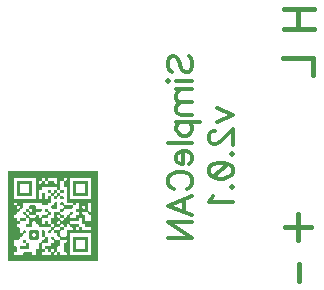
<source format=gbo>
G04 DipTrace 2.4.0.2*
%INBottomSilk.gbo*%
%MOMM*%
%ADD28O,0.391X0.392*%
%ADD64C,0.314*%
%FSLAX53Y53*%
G04*
G71*
G90*
G75*
G01*
%LNBotSilk*%
%LPD*%
G36*
X16873Y13465D2*
X24493D1*
Y13434D1*
X16873D1*
Y13465D1*
G37*
G36*
Y13491D2*
X24493D1*
Y13459D1*
X16873D1*
Y13491D1*
G37*
G36*
Y13516D2*
X24493D1*
Y13485D1*
X16873D1*
Y13516D1*
G37*
G36*
Y13541D2*
X24493D1*
Y13510D1*
X16873D1*
Y13541D1*
G37*
G36*
Y13566D2*
X24493D1*
Y13535D1*
X16873D1*
Y13566D1*
G37*
G36*
Y13592D2*
X24493D1*
Y13561D1*
X16873D1*
Y13592D1*
G37*
G36*
Y13618D2*
X24493D1*
Y13586D1*
X16873D1*
Y13618D1*
G37*
G36*
Y13643D2*
X24493D1*
Y13611D1*
X16873D1*
Y13643D1*
G37*
G36*
Y13669D2*
X24493D1*
Y13637D1*
X16873D1*
Y13669D1*
G37*
G36*
Y13694D2*
X24493D1*
Y13663D1*
X16873D1*
Y13694D1*
G37*
G36*
Y13719D2*
X24493D1*
Y13688D1*
X16873D1*
Y13719D1*
G37*
G36*
Y13745D2*
X24493D1*
Y13713D1*
X16873D1*
Y13745D1*
G37*
G36*
Y13770D2*
X24493D1*
Y13739D1*
X16873D1*
Y13770D1*
G37*
G36*
Y13795D2*
X24493D1*
Y13764D1*
X16873D1*
Y13795D1*
G37*
G36*
Y13821D2*
X24493D1*
Y13789D1*
X16873D1*
Y13821D1*
G37*
G36*
Y13846D2*
X24493D1*
Y13815D1*
X16873D1*
Y13846D1*
G37*
G36*
Y13872D2*
X24493D1*
Y13840D1*
X16873D1*
Y13872D1*
G37*
G36*
Y13897D2*
X24493D1*
Y13865D1*
X16873D1*
Y13897D1*
G37*
G36*
Y13923D2*
X24493D1*
Y13891D1*
X16873D1*
Y13923D1*
G37*
G36*
Y13948D2*
X24493D1*
Y13917D1*
X16873D1*
Y13948D1*
G37*
G36*
X23909Y13973D2*
X24493D1*
Y13947D1*
X23909D1*
Y13973D1*
G37*
G36*
X21801D2*
X22156D1*
Y13948D1*
X21801D1*
Y13973D1*
G37*
G36*
X21013D2*
X21369D1*
Y13948D1*
X21013D1*
Y13973D1*
G37*
G36*
X20506D2*
X20836D1*
Y13948D1*
X20506D1*
Y13973D1*
G37*
G36*
X19184D2*
X19794D1*
Y13947D1*
X19184D1*
Y13973D1*
G37*
G36*
X18118D2*
X19007D1*
Y13947D1*
X18118D1*
Y13973D1*
G37*
G36*
X16873D2*
X17432D1*
Y13948D1*
X16873D1*
Y13973D1*
G37*
G36*
X23935Y13999D2*
X24493D1*
Y13973D1*
X23935D1*
Y13999D1*
G37*
G36*
X21826D2*
X22131D1*
Y13973D1*
X21826D1*
Y13999D1*
G37*
G36*
X21039D2*
X21344D1*
Y13973D1*
X21039D1*
Y13999D1*
G37*
G36*
X20506D2*
X20836D1*
Y13973D1*
X20506D1*
Y13999D1*
G37*
G36*
X19210D2*
X19769D1*
Y13973D1*
X19210D1*
Y13999D1*
G37*
G36*
X18144D2*
X18982D1*
Y13973D1*
X18144D1*
Y13999D1*
G37*
G36*
X16873D2*
X17407D1*
Y13973D1*
X16873D1*
Y13999D1*
G37*
G36*
X23960Y14024D2*
X24493D1*
Y13998D1*
X23960D1*
Y14024D1*
G37*
G36*
X21851D2*
X22106D1*
Y13998D1*
X21851D1*
Y14024D1*
G37*
G36*
X21064D2*
X21318D1*
Y13998D1*
X21064D1*
Y14024D1*
G37*
G36*
X20531D2*
X20811D1*
Y13998D1*
X20531D1*
Y14024D1*
G37*
G36*
X19235D2*
X19744D1*
Y13998D1*
X19235D1*
Y14024D1*
G37*
G36*
X18169D2*
X18956D1*
Y13998D1*
X18169D1*
Y14024D1*
G37*
G36*
X16873D2*
X17382D1*
Y13998D1*
X16873D1*
Y14024D1*
G37*
G36*
X23960Y14049D2*
X24493D1*
Y14023D1*
X23960D1*
Y14049D1*
G37*
G36*
X21851D2*
X22106D1*
Y14024D1*
X21851D1*
Y14049D1*
G37*
G36*
X21064D2*
X21318D1*
Y14024D1*
X21064D1*
Y14049D1*
G37*
G36*
X20531D2*
X20811D1*
Y14024D1*
X20531D1*
Y14049D1*
G37*
G36*
X19235D2*
X19744D1*
Y14023D1*
X19235D1*
Y14049D1*
G37*
G36*
X18169D2*
X18956D1*
Y14023D1*
X18169D1*
Y14049D1*
G37*
G36*
X16873D2*
X17382D1*
Y14023D1*
X16873D1*
Y14049D1*
G37*
G36*
X23960Y14075D2*
X24493D1*
Y14049D1*
X23960D1*
Y14075D1*
G37*
G36*
X21851D2*
X22106D1*
Y14049D1*
X21851D1*
Y14075D1*
G37*
G36*
X21064D2*
X21318D1*
Y14049D1*
X21064D1*
Y14075D1*
G37*
G36*
X20531D2*
X20811D1*
Y14049D1*
X20531D1*
Y14075D1*
G37*
G36*
X19235D2*
X19744D1*
Y14049D1*
X19235D1*
Y14075D1*
G37*
G36*
X18169D2*
X18956D1*
Y14048D1*
X18169D1*
Y14075D1*
G37*
G36*
X16873D2*
X17382D1*
Y14049D1*
X16873D1*
Y14075D1*
G37*
G36*
X23960Y14100D2*
X24493D1*
Y14074D1*
X23960D1*
Y14100D1*
G37*
G36*
X21851D2*
X22106D1*
Y14074D1*
X21851D1*
Y14100D1*
G37*
G36*
X21064D2*
X21318D1*
Y14074D1*
X21064D1*
Y14100D1*
G37*
G36*
X20531D2*
X20811D1*
Y14074D1*
X20531D1*
Y14100D1*
G37*
G36*
X19235D2*
X19744D1*
Y14074D1*
X19235D1*
Y14100D1*
G37*
G36*
X18169D2*
X18956D1*
Y14074D1*
X18169D1*
Y14100D1*
G37*
G36*
X16873D2*
X17382D1*
Y14074D1*
X16873D1*
Y14100D1*
G37*
G36*
X23960Y14125D2*
X24493D1*
Y14100D1*
X23960D1*
Y14125D1*
G37*
G36*
X21851D2*
X22106D1*
Y14100D1*
X21851D1*
Y14125D1*
G37*
G36*
X21064D2*
X21318D1*
Y14100D1*
X21064D1*
Y14125D1*
G37*
G36*
X20531D2*
X20811D1*
Y14100D1*
X20531D1*
Y14125D1*
G37*
G36*
X19235D2*
X19744D1*
Y14100D1*
X19235D1*
Y14125D1*
G37*
G36*
X18169D2*
X18956D1*
Y14100D1*
X18169D1*
Y14125D1*
G37*
G36*
X16873D2*
X17382D1*
Y14100D1*
X16873D1*
Y14125D1*
G37*
G36*
X23960Y14151D2*
X24493D1*
Y14125D1*
X23960D1*
Y14151D1*
G37*
G36*
X21851D2*
X22106D1*
Y14125D1*
X21851D1*
Y14151D1*
G37*
G36*
X21064D2*
X21318D1*
Y14125D1*
X21064D1*
Y14151D1*
G37*
G36*
X20531D2*
X20811D1*
Y14125D1*
X20531D1*
Y14151D1*
G37*
G36*
X19235D2*
X19744D1*
Y14125D1*
X19235D1*
Y14151D1*
G37*
G36*
X18169D2*
X18956D1*
Y14125D1*
X18169D1*
Y14151D1*
G37*
G36*
X16873D2*
X17382D1*
Y14125D1*
X16873D1*
Y14151D1*
G37*
G36*
X23960Y14177D2*
X24493D1*
Y14151D1*
X23960D1*
Y14177D1*
G37*
G36*
X21851D2*
X22106D1*
Y14151D1*
X21851D1*
Y14177D1*
G37*
G36*
X21064D2*
X21318D1*
Y14151D1*
X21064D1*
Y14177D1*
G37*
G36*
X20531D2*
X20836D1*
Y14151D1*
X20531D1*
Y14177D1*
G37*
G36*
X19235D2*
X19744D1*
Y14151D1*
X19235D1*
Y14177D1*
G37*
G36*
X18169D2*
X18931D1*
Y14151D1*
X18169D1*
Y14177D1*
G37*
G36*
X16873D2*
X17382D1*
Y14151D1*
X16873D1*
Y14177D1*
G37*
G36*
X23960Y14202D2*
X24493D1*
Y14176D1*
X23960D1*
Y14202D1*
G37*
G36*
X21801D2*
X22106D1*
Y14177D1*
X21801D1*
Y14202D1*
G37*
G36*
X21013D2*
X21293D1*
Y14177D1*
X21013D1*
Y14202D1*
G37*
G36*
X20506D2*
X20861D1*
Y14176D1*
X20506D1*
Y14202D1*
G37*
G36*
X19235D2*
X19794D1*
Y14176D1*
X19235D1*
Y14202D1*
G37*
G36*
X18220D2*
X18906D1*
Y14176D1*
X18220D1*
Y14202D1*
G37*
G36*
X16873D2*
X17432D1*
Y14176D1*
X16873D1*
Y14202D1*
G37*
G36*
X23960Y14227D2*
X24493D1*
Y14202D1*
X23960D1*
Y14227D1*
G37*
G36*
X22411D2*
X23655D1*
Y14201D1*
X22411D1*
Y14227D1*
G37*
G36*
X21623D2*
X22106D1*
Y14202D1*
X21623D1*
Y14227D1*
G37*
G36*
X20759D2*
X21115D1*
Y14202D1*
X20759D1*
Y14227D1*
G37*
G36*
X20327D2*
X20582D1*
Y14202D1*
X20327D1*
Y14227D1*
G37*
G36*
X19235D2*
X19972D1*
Y14201D1*
X19235D1*
Y14227D1*
G37*
G36*
X16873D2*
X17610D1*
Y14201D1*
X16873D1*
Y14227D1*
G37*
G36*
X23960Y14253D2*
X24493D1*
Y14227D1*
X23960D1*
Y14253D1*
G37*
G36*
X22411D2*
X23680D1*
Y14226D1*
X22411D1*
Y14253D1*
G37*
G36*
X21623D2*
X22106D1*
Y14227D1*
X21623D1*
Y14253D1*
G37*
G36*
X20785D2*
X21089D1*
Y14227D1*
X20785D1*
Y14253D1*
G37*
G36*
X20302D2*
X20556D1*
Y14227D1*
X20302D1*
Y14253D1*
G37*
G36*
X19235D2*
X19997D1*
Y14227D1*
X19235D1*
Y14253D1*
G37*
G36*
X16873D2*
X17610D1*
Y14227D1*
X16873D1*
Y14253D1*
G37*
G36*
X23960Y14278D2*
X24493D1*
Y14252D1*
X23960D1*
Y14278D1*
G37*
G36*
X22385D2*
X23706D1*
Y14251D1*
X22385D1*
Y14278D1*
G37*
G36*
X21598D2*
X22106D1*
Y14252D1*
X21598D1*
Y14278D1*
G37*
G36*
X20811D2*
X21064D1*
Y14253D1*
X20811D1*
Y14278D1*
G37*
G36*
X20277D2*
X20531D1*
Y14253D1*
X20277D1*
Y14278D1*
G37*
G36*
X19235D2*
X20023D1*
Y14252D1*
X19235D1*
Y14278D1*
G37*
G36*
X16873D2*
X17635D1*
Y14252D1*
X16873D1*
Y14278D1*
G37*
G36*
X23960Y14303D2*
X24493D1*
Y14278D1*
X23960D1*
Y14303D1*
G37*
G36*
X22385D2*
X23706D1*
Y14277D1*
X22385D1*
Y14303D1*
G37*
G36*
X21598D2*
X22106D1*
Y14278D1*
X21598D1*
Y14303D1*
G37*
G36*
X20811D2*
X21064D1*
Y14278D1*
X20811D1*
Y14303D1*
G37*
G36*
X20277D2*
X20531D1*
Y14278D1*
X20277D1*
Y14303D1*
G37*
G36*
X19235D2*
X20023D1*
Y14277D1*
X19235D1*
Y14303D1*
G37*
G36*
X16873D2*
X17635D1*
Y14277D1*
X16873D1*
Y14303D1*
G37*
G36*
X23960Y14329D2*
X24493D1*
Y14303D1*
X23960D1*
Y14329D1*
G37*
G36*
X22385D2*
X23706D1*
Y14302D1*
X22385D1*
Y14329D1*
G37*
G36*
X21598D2*
X22106D1*
Y14303D1*
X21598D1*
Y14329D1*
G37*
G36*
X20811D2*
X21064D1*
Y14303D1*
X20811D1*
Y14329D1*
G37*
G36*
X20277D2*
X20531D1*
Y14303D1*
X20277D1*
Y14329D1*
G37*
G36*
X19235D2*
X20023D1*
Y14303D1*
X19235D1*
Y14329D1*
G37*
G36*
X16873D2*
X17635D1*
Y14303D1*
X16873D1*
Y14329D1*
G37*
G36*
X23960Y14354D2*
X24493D1*
Y14328D1*
X23960D1*
Y14354D1*
G37*
G36*
X22385D2*
X23706D1*
Y14328D1*
X22385D1*
Y14354D1*
G37*
G36*
X21598D2*
X22106D1*
Y14328D1*
X21598D1*
Y14354D1*
G37*
G36*
X20811D2*
X21064D1*
Y14328D1*
X20811D1*
Y14354D1*
G37*
G36*
X20277D2*
X20531D1*
Y14328D1*
X20277D1*
Y14354D1*
G37*
G36*
X19235D2*
X20023D1*
Y14328D1*
X19235D1*
Y14354D1*
G37*
G36*
X16873D2*
X17635D1*
Y14328D1*
X16873D1*
Y14354D1*
G37*
G36*
X23960Y14379D2*
X24493D1*
Y14354D1*
X23960D1*
Y14379D1*
G37*
G36*
X22385D2*
X23706D1*
Y14354D1*
X22385D1*
Y14379D1*
G37*
G36*
X21598D2*
X22106D1*
Y14354D1*
X21598D1*
Y14379D1*
G37*
G36*
X20811D2*
X21064D1*
Y14354D1*
X20811D1*
Y14379D1*
G37*
G36*
X20277D2*
X20531D1*
Y14354D1*
X20277D1*
Y14379D1*
G37*
G36*
X19235D2*
X20023D1*
Y14354D1*
X19235D1*
Y14379D1*
G37*
G36*
X16873D2*
X17635D1*
Y14354D1*
X16873D1*
Y14379D1*
G37*
G36*
X23960Y14405D2*
X24493D1*
Y14379D1*
X23960D1*
Y14405D1*
G37*
G36*
X22385D2*
X23706D1*
Y14379D1*
X22385D1*
Y14405D1*
G37*
G36*
X21598D2*
X22106D1*
Y14379D1*
X21598D1*
Y14405D1*
G37*
G36*
X20811D2*
X21064D1*
Y14379D1*
X20811D1*
Y14405D1*
G37*
G36*
X20277D2*
X20531D1*
Y14379D1*
X20277D1*
Y14405D1*
G37*
G36*
X19235D2*
X20023D1*
Y14379D1*
X19235D1*
Y14405D1*
G37*
G36*
X16873D2*
X17635D1*
Y14379D1*
X16873D1*
Y14405D1*
G37*
G36*
X23960Y14431D2*
X24493D1*
Y14405D1*
X23960D1*
Y14431D1*
G37*
G36*
X22385D2*
X23706D1*
Y14404D1*
X22385D1*
Y14431D1*
G37*
G36*
X21598D2*
X22106D1*
Y14405D1*
X21598D1*
Y14431D1*
G37*
G36*
X20811D2*
X21064D1*
Y14405D1*
X20811D1*
Y14431D1*
G37*
G36*
X20277D2*
X20531D1*
Y14405D1*
X20277D1*
Y14431D1*
G37*
G36*
X19235D2*
X20023D1*
Y14405D1*
X19235D1*
Y14431D1*
G37*
G36*
X16873D2*
X17635D1*
Y14405D1*
X16873D1*
Y14431D1*
G37*
G36*
X23960Y14456D2*
X24493D1*
Y14430D1*
X23960D1*
Y14456D1*
G37*
G36*
X22385D2*
X23706D1*
Y14430D1*
X22385D1*
Y14456D1*
G37*
G36*
X21598D2*
X22106D1*
Y14430D1*
X21598D1*
Y14456D1*
G37*
G36*
X20785D2*
X21064D1*
Y14431D1*
X20785D1*
Y14456D1*
G37*
G36*
X20251D2*
X20556D1*
Y14431D1*
X20251D1*
Y14456D1*
G37*
G36*
X19261D2*
X20049D1*
Y14430D1*
X19261D1*
Y14456D1*
G37*
G36*
X16873D2*
X17635D1*
Y14430D1*
X16873D1*
Y14456D1*
G37*
G36*
X23960Y14482D2*
X24493D1*
Y14456D1*
X23960D1*
Y14482D1*
G37*
G36*
X22385D2*
X23706D1*
Y14455D1*
X22385D1*
Y14482D1*
G37*
G36*
X21598D2*
X22106D1*
Y14456D1*
X21598D1*
Y14482D1*
G37*
G36*
X20759D2*
X21064D1*
Y14456D1*
X20759D1*
Y14482D1*
G37*
G36*
X20226D2*
X20582D1*
Y14456D1*
X20226D1*
Y14482D1*
G37*
G36*
X19261D2*
X20049D1*
Y14455D1*
X19261D1*
Y14482D1*
G37*
G36*
X16873D2*
X17635D1*
Y14455D1*
X16873D1*
Y14482D1*
G37*
G36*
X23960Y14507D2*
X24493D1*
Y14481D1*
X23960D1*
Y14507D1*
G37*
G36*
X23401D2*
X23706D1*
Y14481D1*
X23401D1*
Y14507D1*
G37*
G36*
X22385D2*
X22690D1*
Y14481D1*
X22385D1*
Y14507D1*
G37*
G36*
X21598D2*
X22106D1*
Y14481D1*
X21598D1*
Y14507D1*
G37*
G36*
X19972D2*
X21064D1*
Y14480D1*
X19972D1*
Y14507D1*
G37*
G36*
X19439D2*
X19794D1*
Y14481D1*
X19439D1*
Y14507D1*
G37*
G36*
X17965D2*
X18651D1*
Y14481D1*
X17965D1*
Y14507D1*
G37*
G36*
X16873D2*
X17635D1*
Y14481D1*
X16873D1*
Y14507D1*
G37*
G36*
X23960Y14532D2*
X24493D1*
Y14506D1*
X23960D1*
Y14532D1*
G37*
G36*
X23426D2*
X23706D1*
Y14507D1*
X23426D1*
Y14532D1*
G37*
G36*
X22385D2*
X22639D1*
Y14507D1*
X22385D1*
Y14532D1*
G37*
G36*
X21598D2*
X22106D1*
Y14506D1*
X21598D1*
Y14532D1*
G37*
G36*
X20023D2*
X21064D1*
Y14506D1*
X20023D1*
Y14532D1*
G37*
G36*
X19489D2*
X19744D1*
Y14507D1*
X19489D1*
Y14532D1*
G37*
G36*
X17940D2*
X18702D1*
Y14506D1*
X17940D1*
Y14532D1*
G37*
G36*
X16873D2*
X17635D1*
Y14506D1*
X16873D1*
Y14532D1*
G37*
G36*
X23960Y14557D2*
X24493D1*
Y14532D1*
X23960D1*
Y14557D1*
G37*
G36*
X23426D2*
X23706D1*
Y14532D1*
X23426D1*
Y14557D1*
G37*
G36*
X22385D2*
X22639D1*
Y14532D1*
X22385D1*
Y14557D1*
G37*
G36*
X21598D2*
X22106D1*
Y14532D1*
X21598D1*
Y14557D1*
G37*
G36*
X20023D2*
X21064D1*
Y14531D1*
X20023D1*
Y14557D1*
G37*
G36*
X19489D2*
X19744D1*
Y14532D1*
X19489D1*
Y14557D1*
G37*
G36*
X17915D2*
X18702D1*
Y14531D1*
X17915D1*
Y14557D1*
G37*
G36*
X16873D2*
X17635D1*
Y14531D1*
X16873D1*
Y14557D1*
G37*
G36*
X23960Y14583D2*
X24493D1*
Y14557D1*
X23960D1*
Y14583D1*
G37*
G36*
X23426D2*
X23706D1*
Y14557D1*
X23426D1*
Y14583D1*
G37*
G36*
X22385D2*
X22639D1*
Y14557D1*
X22385D1*
Y14583D1*
G37*
G36*
X21598D2*
X22106D1*
Y14557D1*
X21598D1*
Y14583D1*
G37*
G36*
X20023D2*
X21064D1*
Y14556D1*
X20023D1*
Y14583D1*
G37*
G36*
X19489D2*
X19744D1*
Y14557D1*
X19489D1*
Y14583D1*
G37*
G36*
X17915D2*
X18702D1*
Y14557D1*
X17915D1*
Y14583D1*
G37*
G36*
X16873D2*
X17635D1*
Y14557D1*
X16873D1*
Y14583D1*
G37*
G36*
X23960Y14608D2*
X24493D1*
Y14582D1*
X23960D1*
Y14608D1*
G37*
G36*
X23426D2*
X23706D1*
Y14582D1*
X23426D1*
Y14608D1*
G37*
G36*
X22385D2*
X22639D1*
Y14582D1*
X22385D1*
Y14608D1*
G37*
G36*
X21598D2*
X22106D1*
Y14582D1*
X21598D1*
Y14608D1*
G37*
G36*
X20023D2*
X21064D1*
Y14582D1*
X20023D1*
Y14608D1*
G37*
G36*
X19489D2*
X19744D1*
Y14582D1*
X19489D1*
Y14608D1*
G37*
G36*
X17915D2*
X18702D1*
Y14582D1*
X17915D1*
Y14608D1*
G37*
G36*
X16873D2*
X17635D1*
Y14582D1*
X16873D1*
Y14608D1*
G37*
G36*
X23960Y14633D2*
X24493D1*
Y14608D1*
X23960D1*
Y14633D1*
G37*
G36*
X23426D2*
X23706D1*
Y14608D1*
X23426D1*
Y14633D1*
G37*
G36*
X22385D2*
X22639D1*
Y14608D1*
X22385D1*
Y14633D1*
G37*
G36*
X21598D2*
X22106D1*
Y14608D1*
X21598D1*
Y14633D1*
G37*
G36*
X20023D2*
X21064D1*
Y14607D1*
X20023D1*
Y14633D1*
G37*
G36*
X19489D2*
X19744D1*
Y14608D1*
X19489D1*
Y14633D1*
G37*
G36*
X18931D2*
X18956D1*
Y14608D1*
X18931D1*
Y14633D1*
G37*
G36*
X17915D2*
X18702D1*
Y14607D1*
X17915D1*
Y14633D1*
G37*
G36*
X16873D2*
X17635D1*
Y14607D1*
X16873D1*
Y14633D1*
G37*
G36*
X23960Y14659D2*
X24493D1*
Y14633D1*
X23960D1*
Y14659D1*
G37*
G36*
X23426D2*
X23706D1*
Y14633D1*
X23426D1*
Y14659D1*
G37*
G36*
X22385D2*
X22639D1*
Y14633D1*
X22385D1*
Y14659D1*
G37*
G36*
X21598D2*
X22106D1*
Y14633D1*
X21598D1*
Y14659D1*
G37*
G36*
X20023D2*
X21064D1*
Y14633D1*
X20023D1*
Y14659D1*
G37*
G36*
X19489D2*
X19744D1*
Y14633D1*
X19489D1*
Y14659D1*
G37*
G36*
X17915D2*
X18702D1*
Y14633D1*
X17915D1*
Y14659D1*
G37*
G36*
X16873D2*
X17635D1*
Y14633D1*
X16873D1*
Y14659D1*
G37*
G36*
X23960Y14684D2*
X24493D1*
Y14659D1*
X23960D1*
Y14684D1*
G37*
G36*
X23426D2*
X23706D1*
Y14659D1*
X23426D1*
Y14684D1*
G37*
G36*
X22385D2*
X22639D1*
Y14659D1*
X22385D1*
Y14684D1*
G37*
G36*
X21598D2*
X22106D1*
Y14659D1*
X21598D1*
Y14684D1*
G37*
G36*
X20023D2*
X21064D1*
Y14659D1*
X20023D1*
Y14684D1*
G37*
G36*
X19489D2*
X19744D1*
Y14659D1*
X19489D1*
Y14684D1*
G37*
G36*
X17915D2*
X18702D1*
Y14659D1*
X17915D1*
Y14684D1*
G37*
G36*
X16873D2*
X17635D1*
Y14659D1*
X16873D1*
Y14684D1*
G37*
G36*
X23960Y14710D2*
X24493D1*
Y14684D1*
X23960D1*
Y14710D1*
G37*
G36*
X23426D2*
X23706D1*
Y14684D1*
X23426D1*
Y14710D1*
G37*
G36*
X22385D2*
X22639D1*
Y14684D1*
X22385D1*
Y14710D1*
G37*
G36*
X21598D2*
X22106D1*
Y14684D1*
X21598D1*
Y14710D1*
G37*
G36*
X20049D2*
X21089D1*
Y14684D1*
X20049D1*
Y14710D1*
G37*
G36*
X19489D2*
X19744D1*
Y14684D1*
X19489D1*
Y14710D1*
G37*
G36*
X17940D2*
X18702D1*
Y14684D1*
X17940D1*
Y14710D1*
G37*
G36*
X16873D2*
X17610D1*
Y14684D1*
X16873D1*
Y14710D1*
G37*
G36*
X23960Y14736D2*
X24493D1*
Y14710D1*
X23960D1*
Y14736D1*
G37*
G36*
X23426D2*
X23706D1*
Y14710D1*
X23426D1*
Y14736D1*
G37*
G36*
X22385D2*
X22639D1*
Y14710D1*
X22385D1*
Y14736D1*
G37*
G36*
X21598D2*
X22106D1*
Y14710D1*
X21598D1*
Y14736D1*
G37*
G36*
X20049D2*
X21115D1*
Y14709D1*
X20049D1*
Y14736D1*
G37*
G36*
X19489D2*
X19744D1*
Y14710D1*
X19489D1*
Y14736D1*
G37*
G36*
X17940D2*
X18702D1*
Y14710D1*
X17940D1*
Y14736D1*
G37*
G36*
X16873D2*
X17610D1*
Y14710D1*
X16873D1*
Y14736D1*
G37*
G36*
X23960Y14761D2*
X24493D1*
Y14735D1*
X23960D1*
Y14761D1*
G37*
G36*
X23426D2*
X23706D1*
Y14735D1*
X23426D1*
Y14761D1*
G37*
G36*
X22385D2*
X22639D1*
Y14735D1*
X22385D1*
Y14761D1*
G37*
G36*
X21598D2*
X22106D1*
Y14735D1*
X21598D1*
Y14761D1*
G37*
G36*
X20506D2*
X21293D1*
Y14735D1*
X20506D1*
Y14761D1*
G37*
G36*
X19489D2*
X19744D1*
Y14735D1*
X19489D1*
Y14761D1*
G37*
G36*
X18397D2*
X18702D1*
Y14735D1*
X18397D1*
Y14761D1*
G37*
G36*
X16873D2*
X17432D1*
Y14735D1*
X16873D1*
Y14761D1*
G37*
G36*
X23960Y14786D2*
X24493D1*
Y14760D1*
X23960D1*
Y14786D1*
G37*
G36*
X23426D2*
X23706D1*
Y14761D1*
X23426D1*
Y14786D1*
G37*
G36*
X22385D2*
X22639D1*
Y14761D1*
X22385D1*
Y14786D1*
G37*
G36*
X21598D2*
X22106D1*
Y14760D1*
X21598D1*
Y14786D1*
G37*
G36*
X20506D2*
X21293D1*
Y14760D1*
X20506D1*
Y14786D1*
G37*
G36*
X19489D2*
X19744D1*
Y14761D1*
X19489D1*
Y14786D1*
G37*
G36*
X18397D2*
X18702D1*
Y14761D1*
X18397D1*
Y14786D1*
G37*
G36*
X16873D2*
X17407D1*
Y14760D1*
X16873D1*
Y14786D1*
G37*
G36*
X23960Y14812D2*
X24493D1*
Y14786D1*
X23960D1*
Y14812D1*
G37*
G36*
X23426D2*
X23706D1*
Y14786D1*
X23426D1*
Y14812D1*
G37*
G36*
X22385D2*
X22639D1*
Y14786D1*
X22385D1*
Y14812D1*
G37*
G36*
X21598D2*
X22106D1*
Y14786D1*
X21598D1*
Y14812D1*
G37*
G36*
X20531D2*
X21318D1*
Y14785D1*
X20531D1*
Y14812D1*
G37*
G36*
X19489D2*
X19744D1*
Y14786D1*
X19489D1*
Y14812D1*
G37*
G36*
X18422D2*
X18702D1*
Y14786D1*
X18422D1*
Y14812D1*
G37*
G36*
X16873D2*
X17382D1*
Y14786D1*
X16873D1*
Y14812D1*
G37*
G36*
X23960Y14837D2*
X24493D1*
Y14811D1*
X23960D1*
Y14837D1*
G37*
G36*
X23426D2*
X23706D1*
Y14811D1*
X23426D1*
Y14837D1*
G37*
G36*
X22385D2*
X22639D1*
Y14811D1*
X22385D1*
Y14837D1*
G37*
G36*
X21598D2*
X22106D1*
Y14811D1*
X21598D1*
Y14837D1*
G37*
G36*
X20531D2*
X21318D1*
Y14811D1*
X20531D1*
Y14837D1*
G37*
G36*
X19489D2*
X19744D1*
Y14811D1*
X19489D1*
Y14837D1*
G37*
G36*
X18422D2*
X18702D1*
Y14811D1*
X18422D1*
Y14837D1*
G37*
G36*
X16873D2*
X17382D1*
Y14811D1*
X16873D1*
Y14837D1*
G37*
G36*
X23960Y14862D2*
X24493D1*
Y14836D1*
X23960D1*
Y14862D1*
G37*
G36*
X23426D2*
X23706D1*
Y14837D1*
X23426D1*
Y14862D1*
G37*
G36*
X22385D2*
X22639D1*
Y14837D1*
X22385D1*
Y14862D1*
G37*
G36*
X21598D2*
X22106D1*
Y14836D1*
X21598D1*
Y14862D1*
G37*
G36*
X20531D2*
X21318D1*
Y14836D1*
X20531D1*
Y14862D1*
G37*
G36*
X19489D2*
X19744D1*
Y14837D1*
X19489D1*
Y14862D1*
G37*
G36*
X18422D2*
X18702D1*
Y14837D1*
X18422D1*
Y14862D1*
G37*
G36*
X16873D2*
X17382D1*
Y14836D1*
X16873D1*
Y14862D1*
G37*
G36*
X23960Y14887D2*
X24493D1*
Y14862D1*
X23960D1*
Y14887D1*
G37*
G36*
X23426D2*
X23706D1*
Y14862D1*
X23426D1*
Y14887D1*
G37*
G36*
X22385D2*
X22639D1*
Y14862D1*
X22385D1*
Y14887D1*
G37*
G36*
X21598D2*
X22106D1*
Y14862D1*
X21598D1*
Y14887D1*
G37*
G36*
X20531D2*
X21318D1*
Y14861D1*
X20531D1*
Y14887D1*
G37*
G36*
X19489D2*
X19744D1*
Y14862D1*
X19489D1*
Y14887D1*
G37*
G36*
X18422D2*
X18702D1*
Y14862D1*
X18422D1*
Y14887D1*
G37*
G36*
X16873D2*
X17382D1*
Y14862D1*
X16873D1*
Y14887D1*
G37*
G36*
X23960Y14913D2*
X24493D1*
Y14887D1*
X23960D1*
Y14913D1*
G37*
G36*
X23426D2*
X23706D1*
Y14887D1*
X23426D1*
Y14913D1*
G37*
G36*
X22385D2*
X22639D1*
Y14887D1*
X22385D1*
Y14913D1*
G37*
G36*
X21598D2*
X22106D1*
Y14887D1*
X21598D1*
Y14913D1*
G37*
G36*
X20531D2*
X21318D1*
Y14887D1*
X20531D1*
Y14913D1*
G37*
G36*
X19489D2*
X19744D1*
Y14887D1*
X19489D1*
Y14913D1*
G37*
G36*
X18422D2*
X18702D1*
Y14887D1*
X18422D1*
Y14913D1*
G37*
G36*
X16873D2*
X17382D1*
Y14887D1*
X16873D1*
Y14913D1*
G37*
G36*
X23960Y14938D2*
X24493D1*
Y14912D1*
X23960D1*
Y14938D1*
G37*
G36*
X23426D2*
X23706D1*
Y14912D1*
X23426D1*
Y14938D1*
G37*
G36*
X22385D2*
X22639D1*
Y14912D1*
X22385D1*
Y14938D1*
G37*
G36*
X21598D2*
X22106D1*
Y14912D1*
X21598D1*
Y14938D1*
G37*
G36*
X20531D2*
X21318D1*
Y14912D1*
X20531D1*
Y14938D1*
G37*
G36*
X19489D2*
X19744D1*
Y14912D1*
X19489D1*
Y14938D1*
G37*
G36*
X18422D2*
X18702D1*
Y14912D1*
X18422D1*
Y14938D1*
G37*
G36*
X16873D2*
X17382D1*
Y14912D1*
X16873D1*
Y14938D1*
G37*
G36*
X23960Y14964D2*
X24493D1*
Y14938D1*
X23960D1*
Y14964D1*
G37*
G36*
X23426D2*
X23706D1*
Y14938D1*
X23426D1*
Y14964D1*
G37*
G36*
X22385D2*
X22639D1*
Y14938D1*
X22385D1*
Y14964D1*
G37*
G36*
X21623D2*
X22106D1*
Y14938D1*
X21623D1*
Y14964D1*
G37*
G36*
X20531D2*
X21318D1*
Y14938D1*
X20531D1*
Y14964D1*
G37*
G36*
X19489D2*
X19744D1*
Y14938D1*
X19489D1*
Y14964D1*
G37*
G36*
X18397D2*
X18702D1*
Y14938D1*
X18397D1*
Y14964D1*
G37*
G36*
X16873D2*
X17382D1*
Y14938D1*
X16873D1*
Y14964D1*
G37*
G36*
X23960Y14990D2*
X24493D1*
Y14964D1*
X23960D1*
Y14990D1*
G37*
G36*
X23426D2*
X23706D1*
Y14964D1*
X23426D1*
Y14990D1*
G37*
G36*
X22385D2*
X22639D1*
Y14964D1*
X22385D1*
Y14990D1*
G37*
G36*
X21649D2*
X22106D1*
Y14964D1*
X21649D1*
Y14990D1*
G37*
G36*
X20582D2*
X21318D1*
Y14964D1*
X20582D1*
Y14990D1*
G37*
G36*
X19540D2*
X19794D1*
Y14964D1*
X19540D1*
Y14990D1*
G37*
G36*
X18372D2*
X18651D1*
Y14964D1*
X18372D1*
Y14990D1*
G37*
G36*
X16873D2*
X17382D1*
Y14964D1*
X16873D1*
Y14990D1*
G37*
G36*
X23960Y15015D2*
X24493D1*
Y14989D1*
X23960D1*
Y15015D1*
G37*
G36*
X23426D2*
X23706D1*
Y14989D1*
X23426D1*
Y15015D1*
G37*
G36*
X22385D2*
X22639D1*
Y14989D1*
X22385D1*
Y15015D1*
G37*
G36*
X21801D2*
X22106D1*
Y14989D1*
X21801D1*
Y15015D1*
G37*
G36*
X20759D2*
X21318D1*
Y14989D1*
X20759D1*
Y15015D1*
G37*
G36*
X19718D2*
X20226D1*
Y14989D1*
X19718D1*
Y15015D1*
G37*
G36*
X18220D2*
X18473D1*
Y14989D1*
X18220D1*
Y15015D1*
G37*
G36*
X16873D2*
X17382D1*
Y14989D1*
X16873D1*
Y15015D1*
G37*
G36*
X23960Y15040D2*
X24493D1*
Y15014D1*
X23960D1*
Y15040D1*
G37*
G36*
X23426D2*
X23706D1*
Y15015D1*
X23426D1*
Y15040D1*
G37*
G36*
X22385D2*
X22639D1*
Y15015D1*
X22385D1*
Y15040D1*
G37*
G36*
X21826D2*
X22106D1*
Y15015D1*
X21826D1*
Y15040D1*
G37*
G36*
X20785D2*
X21318D1*
Y15014D1*
X20785D1*
Y15040D1*
G37*
G36*
X19718D2*
X20251D1*
Y15014D1*
X19718D1*
Y15040D1*
G37*
G36*
X18194D2*
X18448D1*
Y15015D1*
X18194D1*
Y15040D1*
G37*
G36*
X16873D2*
X17382D1*
Y15014D1*
X16873D1*
Y15040D1*
G37*
G36*
X23960Y15066D2*
X24493D1*
Y15040D1*
X23960D1*
Y15066D1*
G37*
G36*
X23426D2*
X23706D1*
Y15040D1*
X23426D1*
Y15066D1*
G37*
G36*
X22385D2*
X22639D1*
Y15040D1*
X22385D1*
Y15066D1*
G37*
G36*
X21851D2*
X22106D1*
Y15040D1*
X21851D1*
Y15066D1*
G37*
G36*
X20811D2*
X21318D1*
Y15040D1*
X20811D1*
Y15066D1*
G37*
G36*
X19744D2*
X20277D1*
Y15040D1*
X19744D1*
Y15066D1*
G37*
G36*
X18169D2*
X18422D1*
Y15040D1*
X18169D1*
Y15066D1*
G37*
G36*
X16873D2*
X17382D1*
Y15040D1*
X16873D1*
Y15066D1*
G37*
G36*
X23960Y15091D2*
X24493D1*
Y15065D1*
X23960D1*
Y15091D1*
G37*
G36*
X23426D2*
X23706D1*
Y15065D1*
X23426D1*
Y15091D1*
G37*
G36*
X22385D2*
X22639D1*
Y15065D1*
X22385D1*
Y15091D1*
G37*
G36*
X21851D2*
X22106D1*
Y15065D1*
X21851D1*
Y15091D1*
G37*
G36*
X20811D2*
X21318D1*
Y15065D1*
X20811D1*
Y15091D1*
G37*
G36*
X19744D2*
X20277D1*
Y15065D1*
X19744D1*
Y15091D1*
G37*
G36*
X18169D2*
X18422D1*
Y15065D1*
X18169D1*
Y15091D1*
G37*
G36*
X16873D2*
X17382D1*
Y15065D1*
X16873D1*
Y15091D1*
G37*
G36*
X23960Y15116D2*
X24493D1*
Y15090D1*
X23960D1*
Y15116D1*
G37*
G36*
X23426D2*
X23706D1*
Y15091D1*
X23426D1*
Y15116D1*
G37*
G36*
X22385D2*
X22639D1*
Y15091D1*
X22385D1*
Y15116D1*
G37*
G36*
X21851D2*
X22106D1*
Y15091D1*
X21851D1*
Y15116D1*
G37*
G36*
X20811D2*
X21318D1*
Y15090D1*
X20811D1*
Y15116D1*
G37*
G36*
X19744D2*
X20277D1*
Y15090D1*
X19744D1*
Y15116D1*
G37*
G36*
X18169D2*
X18422D1*
Y15091D1*
X18169D1*
Y15116D1*
G37*
G36*
X16873D2*
X17382D1*
Y15090D1*
X16873D1*
Y15116D1*
G37*
G36*
X23960Y15142D2*
X24493D1*
Y15116D1*
X23960D1*
Y15142D1*
G37*
G36*
X23426D2*
X23706D1*
Y15116D1*
X23426D1*
Y15142D1*
G37*
G36*
X22385D2*
X22639D1*
Y15116D1*
X22385D1*
Y15142D1*
G37*
G36*
X21851D2*
X22106D1*
Y15116D1*
X21851D1*
Y15142D1*
G37*
G36*
X20811D2*
X21318D1*
Y15116D1*
X20811D1*
Y15142D1*
G37*
G36*
X19744D2*
X20277D1*
Y15116D1*
X19744D1*
Y15142D1*
G37*
G36*
X18169D2*
X18422D1*
Y15116D1*
X18169D1*
Y15142D1*
G37*
G36*
X16873D2*
X17382D1*
Y15116D1*
X16873D1*
Y15142D1*
G37*
G36*
X23960Y15167D2*
X24493D1*
Y15141D1*
X23960D1*
Y15167D1*
G37*
G36*
X23426D2*
X23706D1*
Y15141D1*
X23426D1*
Y15167D1*
G37*
G36*
X22385D2*
X22639D1*
Y15141D1*
X22385D1*
Y15167D1*
G37*
G36*
X21851D2*
X22106D1*
Y15141D1*
X21851D1*
Y15167D1*
G37*
G36*
X20811D2*
X21318D1*
Y15141D1*
X20811D1*
Y15167D1*
G37*
G36*
X19744D2*
X20277D1*
Y15141D1*
X19744D1*
Y15167D1*
G37*
G36*
X18169D2*
X18422D1*
Y15141D1*
X18169D1*
Y15167D1*
G37*
G36*
X16873D2*
X17382D1*
Y15141D1*
X16873D1*
Y15167D1*
G37*
G36*
X23960Y15192D2*
X24493D1*
Y15166D1*
X23960D1*
Y15192D1*
G37*
G36*
X23426D2*
X23706D1*
Y15167D1*
X23426D1*
Y15192D1*
G37*
G36*
X22385D2*
X22639D1*
Y15167D1*
X22385D1*
Y15192D1*
G37*
G36*
X21851D2*
X22106D1*
Y15167D1*
X21851D1*
Y15192D1*
G37*
G36*
X20811D2*
X21318D1*
Y15166D1*
X20811D1*
Y15192D1*
G37*
G36*
X19744D2*
X20277D1*
Y15166D1*
X19744D1*
Y15192D1*
G37*
G36*
X18169D2*
X18422D1*
Y15167D1*
X18169D1*
Y15192D1*
G37*
G36*
X16873D2*
X17382D1*
Y15166D1*
X16873D1*
Y15192D1*
G37*
G36*
X23960Y15218D2*
X24493D1*
Y15192D1*
X23960D1*
Y15218D1*
G37*
G36*
X23426D2*
X23706D1*
Y15192D1*
X23426D1*
Y15218D1*
G37*
G36*
X22385D2*
X22639D1*
Y15192D1*
X22385D1*
Y15218D1*
G37*
G36*
X21851D2*
X22106D1*
Y15192D1*
X21851D1*
Y15218D1*
G37*
G36*
X20811D2*
X21318D1*
Y15192D1*
X20811D1*
Y15218D1*
G37*
G36*
X19744D2*
X20277D1*
Y15192D1*
X19744D1*
Y15218D1*
G37*
G36*
X18169D2*
X18422D1*
Y15192D1*
X18169D1*
Y15218D1*
G37*
G36*
X16873D2*
X17382D1*
Y15192D1*
X16873D1*
Y15218D1*
G37*
G36*
X23960Y15243D2*
X24493D1*
Y15218D1*
X23960D1*
Y15243D1*
G37*
G36*
X23401D2*
X23706D1*
Y15218D1*
X23401D1*
Y15243D1*
G37*
G36*
X22385D2*
X22664D1*
Y15218D1*
X22385D1*
Y15243D1*
G37*
G36*
X21826D2*
X22106D1*
Y15218D1*
X21826D1*
Y15243D1*
G37*
G36*
X20785D2*
X21344D1*
Y15218D1*
X20785D1*
Y15243D1*
G37*
G36*
X19769D2*
X20277D1*
Y15218D1*
X19769D1*
Y15243D1*
G37*
G36*
X18194D2*
X18397D1*
Y15218D1*
X18194D1*
Y15243D1*
G37*
G36*
X16873D2*
X17407D1*
Y15218D1*
X16873D1*
Y15243D1*
G37*
G36*
X23960Y15269D2*
X24493D1*
Y15243D1*
X23960D1*
Y15269D1*
G37*
G36*
X23401D2*
X23706D1*
Y15243D1*
X23401D1*
Y15269D1*
G37*
G36*
X22385D2*
X22690D1*
Y15243D1*
X22385D1*
Y15269D1*
G37*
G36*
X21801D2*
X22106D1*
Y15243D1*
X21801D1*
Y15269D1*
G37*
G36*
X20759D2*
X21369D1*
Y15243D1*
X20759D1*
Y15269D1*
G37*
G36*
X19794D2*
X20277D1*
Y15243D1*
X19794D1*
Y15269D1*
G37*
G36*
X18220D2*
X18397D1*
Y15243D1*
X18220D1*
Y15269D1*
G37*
G36*
X16873D2*
X17432D1*
Y15243D1*
X16873D1*
Y15269D1*
G37*
G36*
X23960Y15294D2*
X24493D1*
Y15268D1*
X23960D1*
Y15294D1*
G37*
G36*
X22385D2*
X23706D1*
Y15268D1*
X22385D1*
Y15294D1*
G37*
G36*
X21293D2*
X22106D1*
Y15268D1*
X21293D1*
Y15294D1*
G37*
G36*
X20582D2*
X20861D1*
Y15269D1*
X20582D1*
Y15294D1*
G37*
G36*
X19972D2*
X20277D1*
Y15269D1*
X19972D1*
Y15294D1*
G37*
G36*
X18753D2*
X19439D1*
Y15268D1*
X18753D1*
Y15294D1*
G37*
G36*
X16873D2*
X17864D1*
Y15268D1*
X16873D1*
Y15294D1*
G37*
G36*
X23960Y15320D2*
X24493D1*
Y15294D1*
X23960D1*
Y15320D1*
G37*
G36*
X22385D2*
X23706D1*
Y15293D1*
X22385D1*
Y15320D1*
G37*
G36*
X21318D2*
X22106D1*
Y15294D1*
X21318D1*
Y15320D1*
G37*
G36*
X20531D2*
X20836D1*
Y15294D1*
X20531D1*
Y15320D1*
G37*
G36*
X20023D2*
X20277D1*
Y15294D1*
X20023D1*
Y15320D1*
G37*
G36*
X18727D2*
X19489D1*
Y15294D1*
X18727D1*
Y15320D1*
G37*
G36*
X16873D2*
X17915D1*
Y15293D1*
X16873D1*
Y15320D1*
G37*
G36*
X23960Y15345D2*
X24493D1*
Y15319D1*
X23960D1*
Y15345D1*
G37*
G36*
X22385D2*
X23706D1*
Y15318D1*
X22385D1*
Y15345D1*
G37*
G36*
X21318D2*
X22106D1*
Y15319D1*
X21318D1*
Y15345D1*
G37*
G36*
X20531D2*
X20811D1*
Y15319D1*
X20531D1*
Y15345D1*
G37*
G36*
X20023D2*
X20277D1*
Y15319D1*
X20023D1*
Y15345D1*
G37*
G36*
X18702D2*
X19489D1*
Y15319D1*
X18702D1*
Y15345D1*
G37*
G36*
X16873D2*
X17915D1*
Y15319D1*
X16873D1*
Y15345D1*
G37*
G36*
X23960Y15370D2*
X24493D1*
Y15344D1*
X23960D1*
Y15370D1*
G37*
G36*
X22385D2*
X23706D1*
Y15344D1*
X22385D1*
Y15370D1*
G37*
G36*
X21318D2*
X22106D1*
Y15344D1*
X21318D1*
Y15370D1*
G37*
G36*
X20531D2*
X20811D1*
Y15345D1*
X20531D1*
Y15370D1*
G37*
G36*
X20023D2*
X20277D1*
Y15345D1*
X20023D1*
Y15370D1*
G37*
G36*
X18702D2*
X19489D1*
Y15344D1*
X18702D1*
Y15370D1*
G37*
G36*
X16873D2*
X17915D1*
Y15344D1*
X16873D1*
Y15370D1*
G37*
G36*
X23960Y15396D2*
X24493D1*
Y15370D1*
X23960D1*
Y15396D1*
G37*
G36*
X22385D2*
X23706D1*
Y15369D1*
X22385D1*
Y15396D1*
G37*
G36*
X21318D2*
X22106D1*
Y15369D1*
X21318D1*
Y15396D1*
G37*
G36*
X20531D2*
X20811D1*
Y15370D1*
X20531D1*
Y15396D1*
G37*
G36*
X20023D2*
X20277D1*
Y15370D1*
X20023D1*
Y15396D1*
G37*
G36*
X18702D2*
X19489D1*
Y15369D1*
X18702D1*
Y15396D1*
G37*
G36*
X16873D2*
X17915D1*
Y15369D1*
X16873D1*
Y15396D1*
G37*
G36*
X23960Y15421D2*
X24493D1*
Y15395D1*
X23960D1*
Y15421D1*
G37*
G36*
X22385D2*
X23706D1*
Y15394D1*
X22385D1*
Y15421D1*
G37*
G36*
X21318D2*
X22106D1*
Y15395D1*
X21318D1*
Y15421D1*
G37*
G36*
X20531D2*
X20811D1*
Y15395D1*
X20531D1*
Y15421D1*
G37*
G36*
X20023D2*
X20277D1*
Y15395D1*
X20023D1*
Y15421D1*
G37*
G36*
X18702D2*
X19489D1*
Y15395D1*
X18702D1*
Y15421D1*
G37*
G36*
X16873D2*
X17915D1*
Y15394D1*
X16873D1*
Y15421D1*
G37*
G36*
X23960Y15446D2*
X24493D1*
Y15420D1*
X23960D1*
Y15446D1*
G37*
G36*
X22385D2*
X23706D1*
Y15420D1*
X22385D1*
Y15446D1*
G37*
G36*
X21318D2*
X22106D1*
Y15420D1*
X21318D1*
Y15446D1*
G37*
G36*
X20531D2*
X20811D1*
Y15421D1*
X20531D1*
Y15446D1*
G37*
G36*
X20023D2*
X20277D1*
Y15421D1*
X20023D1*
Y15446D1*
G37*
G36*
X18702D2*
X19489D1*
Y15420D1*
X18702D1*
Y15446D1*
G37*
G36*
X16873D2*
X17915D1*
Y15420D1*
X16873D1*
Y15446D1*
G37*
G36*
X23960Y15472D2*
X24493D1*
Y15446D1*
X23960D1*
Y15472D1*
G37*
G36*
X22385D2*
X23706D1*
Y15446D1*
X22385D1*
Y15472D1*
G37*
G36*
X21318D2*
X22106D1*
Y15446D1*
X21318D1*
Y15472D1*
G37*
G36*
X20531D2*
X20811D1*
Y15446D1*
X20531D1*
Y15472D1*
G37*
G36*
X20023D2*
X20277D1*
Y15446D1*
X20023D1*
Y15472D1*
G37*
G36*
X18702D2*
X19489D1*
Y15446D1*
X18702D1*
Y15472D1*
G37*
G36*
X16873D2*
X17915D1*
Y15446D1*
X16873D1*
Y15472D1*
G37*
G36*
X23960Y15497D2*
X24493D1*
Y15471D1*
X23960D1*
Y15497D1*
G37*
G36*
X22411D2*
X23680D1*
Y15471D1*
X22411D1*
Y15497D1*
G37*
G36*
X21293D2*
X22106D1*
Y15471D1*
X21293D1*
Y15497D1*
G37*
G36*
X20531D2*
X20811D1*
Y15471D1*
X20531D1*
Y15497D1*
G37*
G36*
X20023D2*
X20277D1*
Y15471D1*
X20023D1*
Y15497D1*
G37*
G36*
X18702D2*
X19489D1*
Y15471D1*
X18702D1*
Y15497D1*
G37*
G36*
X16873D2*
X17940D1*
Y15471D1*
X16873D1*
Y15497D1*
G37*
G36*
X23960Y15523D2*
X24493D1*
Y15497D1*
X23960D1*
Y15523D1*
G37*
G36*
X22436D2*
X23655D1*
Y15497D1*
X22436D1*
Y15523D1*
G37*
G36*
X21268D2*
X22106D1*
Y15497D1*
X21268D1*
Y15523D1*
G37*
G36*
X20582D2*
X20759D1*
Y15497D1*
X20582D1*
Y15523D1*
G37*
G36*
X19972D2*
X20226D1*
Y15497D1*
X19972D1*
Y15523D1*
G37*
G36*
X18702D2*
X19489D1*
Y15497D1*
X18702D1*
Y15523D1*
G37*
G36*
X16873D2*
X17965D1*
Y15497D1*
X16873D1*
Y15523D1*
G37*
G36*
X23960Y15548D2*
X24493D1*
Y15523D1*
X23960D1*
Y15548D1*
G37*
G36*
X21801D2*
X22106D1*
Y15523D1*
X21801D1*
Y15548D1*
G37*
G36*
X21115D2*
X21369D1*
Y15523D1*
X21115D1*
Y15548D1*
G37*
G36*
X19794D2*
X20049D1*
Y15523D1*
X19794D1*
Y15548D1*
G37*
G36*
X19184D2*
X19489D1*
Y15523D1*
X19184D1*
Y15548D1*
G37*
G36*
X18702D2*
X19007D1*
Y15523D1*
X18702D1*
Y15548D1*
G37*
G36*
X16873D2*
X18118D1*
Y15522D1*
X16873D1*
Y15548D1*
G37*
G36*
X23960Y15574D2*
X24493D1*
Y15548D1*
X23960D1*
Y15574D1*
G37*
G36*
X21826D2*
X22106D1*
Y15548D1*
X21826D1*
Y15574D1*
G37*
G36*
X21089D2*
X21344D1*
Y15548D1*
X21089D1*
Y15574D1*
G37*
G36*
X19769D2*
X20049D1*
Y15548D1*
X19769D1*
Y15574D1*
G37*
G36*
X19210D2*
X19489D1*
Y15548D1*
X19210D1*
Y15574D1*
G37*
G36*
X18702D2*
X18982D1*
Y15548D1*
X18702D1*
Y15574D1*
G37*
G36*
X16873D2*
X18144D1*
Y15547D1*
X16873D1*
Y15574D1*
G37*
G36*
X23960Y15599D2*
X24493D1*
Y15573D1*
X23960D1*
Y15599D1*
G37*
G36*
X21851D2*
X22106D1*
Y15573D1*
X21851D1*
Y15599D1*
G37*
G36*
X21064D2*
X21318D1*
Y15573D1*
X21064D1*
Y15599D1*
G37*
G36*
X19744D2*
X20023D1*
Y15573D1*
X19744D1*
Y15599D1*
G37*
G36*
X19235D2*
X19489D1*
Y15573D1*
X19235D1*
Y15599D1*
G37*
G36*
X18702D2*
X18956D1*
Y15573D1*
X18702D1*
Y15599D1*
G37*
G36*
X16873D2*
X18169D1*
Y15572D1*
X16873D1*
Y15599D1*
G37*
G36*
X23960Y15624D2*
X24493D1*
Y15598D1*
X23960D1*
Y15624D1*
G37*
G36*
X21851D2*
X22106D1*
Y15599D1*
X21851D1*
Y15624D1*
G37*
G36*
X21064D2*
X21318D1*
Y15599D1*
X21064D1*
Y15624D1*
G37*
G36*
X19744D2*
X20023D1*
Y15599D1*
X19744D1*
Y15624D1*
G37*
G36*
X19235D2*
X19489D1*
Y15599D1*
X19235D1*
Y15624D1*
G37*
G36*
X18702D2*
X18956D1*
Y15599D1*
X18702D1*
Y15624D1*
G37*
G36*
X16873D2*
X18169D1*
Y15598D1*
X16873D1*
Y15624D1*
G37*
G36*
X23960Y15650D2*
X24493D1*
Y15624D1*
X23960D1*
Y15650D1*
G37*
G36*
X21851D2*
X22106D1*
Y15624D1*
X21851D1*
Y15650D1*
G37*
G36*
X21064D2*
X21318D1*
Y15624D1*
X21064D1*
Y15650D1*
G37*
G36*
X19744D2*
X20023D1*
Y15624D1*
X19744D1*
Y15650D1*
G37*
G36*
X19235D2*
X19489D1*
Y15624D1*
X19235D1*
Y15650D1*
G37*
G36*
X18702D2*
X18956D1*
Y15624D1*
X18702D1*
Y15650D1*
G37*
G36*
X16873D2*
X18169D1*
Y15623D1*
X16873D1*
Y15650D1*
G37*
G36*
X23960Y15675D2*
X24493D1*
Y15649D1*
X23960D1*
Y15675D1*
G37*
G36*
X21851D2*
X22106D1*
Y15649D1*
X21851D1*
Y15675D1*
G37*
G36*
X21064D2*
X21318D1*
Y15649D1*
X21064D1*
Y15675D1*
G37*
G36*
X19744D2*
X20023D1*
Y15649D1*
X19744D1*
Y15675D1*
G37*
G36*
X19235D2*
X19489D1*
Y15649D1*
X19235D1*
Y15675D1*
G37*
G36*
X18702D2*
X18956D1*
Y15649D1*
X18702D1*
Y15675D1*
G37*
G36*
X16873D2*
X18169D1*
Y15648D1*
X16873D1*
Y15675D1*
G37*
G36*
X23960Y15700D2*
X24493D1*
Y15674D1*
X23960D1*
Y15700D1*
G37*
G36*
X21851D2*
X22106D1*
Y15675D1*
X21851D1*
Y15700D1*
G37*
G36*
X21064D2*
X21318D1*
Y15675D1*
X21064D1*
Y15700D1*
G37*
G36*
X19744D2*
X20023D1*
Y15675D1*
X19744D1*
Y15700D1*
G37*
G36*
X19235D2*
X19489D1*
Y15675D1*
X19235D1*
Y15700D1*
G37*
G36*
X18702D2*
X18956D1*
Y15675D1*
X18702D1*
Y15700D1*
G37*
G36*
X16873D2*
X18169D1*
Y15674D1*
X16873D1*
Y15700D1*
G37*
G36*
X23960Y15726D2*
X24493D1*
Y15700D1*
X23960D1*
Y15726D1*
G37*
G36*
X21851D2*
X22106D1*
Y15700D1*
X21851D1*
Y15726D1*
G37*
G36*
X21064D2*
X21318D1*
Y15700D1*
X21064D1*
Y15726D1*
G37*
G36*
X19744D2*
X20023D1*
Y15700D1*
X19744D1*
Y15726D1*
G37*
G36*
X19235D2*
X19489D1*
Y15700D1*
X19235D1*
Y15726D1*
G37*
G36*
X18702D2*
X18956D1*
Y15700D1*
X18702D1*
Y15726D1*
G37*
G36*
X16873D2*
X18169D1*
Y15700D1*
X16873D1*
Y15726D1*
G37*
G36*
X23960Y15751D2*
X24493D1*
Y15725D1*
X23960D1*
Y15751D1*
G37*
G36*
X21851D2*
X22106D1*
Y15725D1*
X21851D1*
Y15751D1*
G37*
G36*
X21064D2*
X21318D1*
Y15725D1*
X21064D1*
Y15751D1*
G37*
G36*
X19744D2*
X20023D1*
Y15725D1*
X19744D1*
Y15751D1*
G37*
G36*
X19235D2*
X19489D1*
Y15725D1*
X19235D1*
Y15751D1*
G37*
G36*
X18702D2*
X18956D1*
Y15725D1*
X18702D1*
Y15751D1*
G37*
G36*
X16873D2*
X18169D1*
Y15725D1*
X16873D1*
Y15751D1*
G37*
G36*
X23935Y15777D2*
X24493D1*
Y15751D1*
X23935D1*
Y15777D1*
G37*
G36*
X21851D2*
X22131D1*
Y15751D1*
X21851D1*
Y15777D1*
G37*
G36*
X21039D2*
X21318D1*
Y15751D1*
X21039D1*
Y15777D1*
G37*
G36*
X19744D2*
X20023D1*
Y15751D1*
X19744D1*
Y15777D1*
G37*
G36*
X19210D2*
X19489D1*
Y15751D1*
X19210D1*
Y15777D1*
G37*
G36*
X18702D2*
X18982D1*
Y15751D1*
X18702D1*
Y15777D1*
G37*
G36*
X16873D2*
X18194D1*
Y15750D1*
X16873D1*
Y15777D1*
G37*
G36*
X23909Y15802D2*
X24493D1*
Y15777D1*
X23909D1*
Y15802D1*
G37*
G36*
X21851D2*
X22156D1*
Y15777D1*
X21851D1*
Y15802D1*
G37*
G36*
X21013D2*
X21318D1*
Y15777D1*
X21013D1*
Y15802D1*
G37*
G36*
X19744D2*
X20023D1*
Y15777D1*
X19744D1*
Y15802D1*
G37*
G36*
X19184D2*
X19489D1*
Y15777D1*
X19184D1*
Y15802D1*
G37*
G36*
X18702D2*
X19007D1*
Y15777D1*
X18702D1*
Y15802D1*
G37*
G36*
X16873D2*
X18220D1*
Y15776D1*
X16873D1*
Y15802D1*
G37*
G36*
X21851Y15828D2*
X24493D1*
Y15800D1*
X21851D1*
Y15828D1*
G37*
G36*
X20861D2*
X21318D1*
Y15802D1*
X20861D1*
Y15828D1*
G37*
G36*
X20327D2*
X20506D1*
Y15802D1*
X20327D1*
Y15828D1*
G37*
G36*
X19744D2*
X20023D1*
Y15802D1*
X19744D1*
Y15828D1*
G37*
G36*
X18702D2*
X19489D1*
Y15802D1*
X18702D1*
Y15828D1*
G37*
G36*
X18118D2*
X18372D1*
Y15802D1*
X18118D1*
Y15828D1*
G37*
G36*
X16873D2*
X17965D1*
Y15801D1*
X16873D1*
Y15828D1*
G37*
G36*
X21851Y15853D2*
X24493D1*
Y15825D1*
X21851D1*
Y15853D1*
G37*
G36*
X20836D2*
X21318D1*
Y15827D1*
X20836D1*
Y15853D1*
G37*
G36*
X20277D2*
X20531D1*
Y15828D1*
X20277D1*
Y15853D1*
G37*
G36*
X19744D2*
X20023D1*
Y15828D1*
X19744D1*
Y15853D1*
G37*
G36*
X18702D2*
X19489D1*
Y15827D1*
X18702D1*
Y15853D1*
G37*
G36*
X18169D2*
X18397D1*
Y15828D1*
X18169D1*
Y15853D1*
G37*
G36*
X16873D2*
X17940D1*
Y15827D1*
X16873D1*
Y15853D1*
G37*
G36*
X21851Y15878D2*
X24493D1*
Y15851D1*
X21851D1*
Y15878D1*
G37*
G36*
X20811D2*
X21318D1*
Y15853D1*
X20811D1*
Y15878D1*
G37*
G36*
X20277D2*
X20531D1*
Y15853D1*
X20277D1*
Y15878D1*
G37*
G36*
X19744D2*
X20023D1*
Y15853D1*
X19744D1*
Y15878D1*
G37*
G36*
X18702D2*
X19489D1*
Y15852D1*
X18702D1*
Y15878D1*
G37*
G36*
X18169D2*
X18422D1*
Y15853D1*
X18169D1*
Y15878D1*
G37*
G36*
X16873D2*
X17915D1*
Y15852D1*
X16873D1*
Y15878D1*
G37*
G36*
X21851Y15904D2*
X24493D1*
Y15876D1*
X21851D1*
Y15904D1*
G37*
G36*
X20811D2*
X21318D1*
Y15878D1*
X20811D1*
Y15904D1*
G37*
G36*
X20277D2*
X20531D1*
Y15878D1*
X20277D1*
Y15904D1*
G37*
G36*
X19744D2*
X20023D1*
Y15878D1*
X19744D1*
Y15904D1*
G37*
G36*
X18702D2*
X19489D1*
Y15878D1*
X18702D1*
Y15904D1*
G37*
G36*
X18169D2*
X18422D1*
Y15878D1*
X18169D1*
Y15904D1*
G37*
G36*
X16873D2*
X17915D1*
Y15877D1*
X16873D1*
Y15904D1*
G37*
G36*
X21851Y15929D2*
X24493D1*
Y15902D1*
X21851D1*
Y15929D1*
G37*
G36*
X20811D2*
X21318D1*
Y15903D1*
X20811D1*
Y15929D1*
G37*
G36*
X20277D2*
X20531D1*
Y15903D1*
X20277D1*
Y15929D1*
G37*
G36*
X19744D2*
X20023D1*
Y15903D1*
X19744D1*
Y15929D1*
G37*
G36*
X18702D2*
X19489D1*
Y15903D1*
X18702D1*
Y15929D1*
G37*
G36*
X18169D2*
X18422D1*
Y15903D1*
X18169D1*
Y15929D1*
G37*
G36*
X16873D2*
X17915D1*
Y15903D1*
X16873D1*
Y15929D1*
G37*
G36*
X21851Y15954D2*
X24493D1*
Y15927D1*
X21851D1*
Y15954D1*
G37*
G36*
X20811D2*
X21318D1*
Y15928D1*
X20811D1*
Y15954D1*
G37*
G36*
X20277D2*
X20531D1*
Y15929D1*
X20277D1*
Y15954D1*
G37*
G36*
X19744D2*
X20023D1*
Y15929D1*
X19744D1*
Y15954D1*
G37*
G36*
X18702D2*
X19489D1*
Y15928D1*
X18702D1*
Y15954D1*
G37*
G36*
X18169D2*
X18422D1*
Y15929D1*
X18169D1*
Y15954D1*
G37*
G36*
X16873D2*
X17915D1*
Y15928D1*
X16873D1*
Y15954D1*
G37*
G36*
X21851Y15980D2*
X24493D1*
Y15953D1*
X21851D1*
Y15980D1*
G37*
G36*
X20811D2*
X21318D1*
Y15954D1*
X20811D1*
Y15980D1*
G37*
G36*
X20277D2*
X20531D1*
Y15954D1*
X20277D1*
Y15980D1*
G37*
G36*
X19744D2*
X20023D1*
Y15954D1*
X19744D1*
Y15980D1*
G37*
G36*
X18702D2*
X19489D1*
Y15954D1*
X18702D1*
Y15980D1*
G37*
G36*
X18169D2*
X18422D1*
Y15954D1*
X18169D1*
Y15980D1*
G37*
G36*
X16873D2*
X17915D1*
Y15953D1*
X16873D1*
Y15980D1*
G37*
G36*
X21851Y16005D2*
X24493D1*
Y15978D1*
X21851D1*
Y16005D1*
G37*
G36*
X20811D2*
X21318D1*
Y15979D1*
X20811D1*
Y16005D1*
G37*
G36*
X20277D2*
X20531D1*
Y15979D1*
X20277D1*
Y16005D1*
G37*
G36*
X19744D2*
X20023D1*
Y15979D1*
X19744D1*
Y16005D1*
G37*
G36*
X18702D2*
X19489D1*
Y15979D1*
X18702D1*
Y16005D1*
G37*
G36*
X18169D2*
X18422D1*
Y15979D1*
X18169D1*
Y16005D1*
G37*
G36*
X16873D2*
X17915D1*
Y15979D1*
X16873D1*
Y16005D1*
G37*
G36*
X21877Y16030D2*
X24493D1*
Y16003D1*
X21877D1*
Y16030D1*
G37*
G36*
X20785D2*
X21344D1*
Y16005D1*
X20785D1*
Y16030D1*
G37*
G36*
X20302D2*
X20556D1*
Y16005D1*
X20302D1*
Y16030D1*
G37*
G36*
X19769D2*
X19997D1*
Y16005D1*
X19769D1*
Y16030D1*
G37*
G36*
X18727D2*
X19464D1*
Y16005D1*
X18727D1*
Y16030D1*
G37*
G36*
X18194D2*
X18397D1*
Y16005D1*
X18194D1*
Y16030D1*
G37*
G36*
X16873D2*
X17915D1*
Y16005D1*
X16873D1*
Y16030D1*
G37*
G36*
X21902Y16056D2*
X24493D1*
Y16029D1*
X21902D1*
Y16056D1*
G37*
G36*
X20759D2*
X21369D1*
Y16030D1*
X20759D1*
Y16056D1*
G37*
G36*
X20327D2*
X20582D1*
Y16030D1*
X20327D1*
Y16056D1*
G37*
G36*
X19794D2*
X19972D1*
Y16030D1*
X19794D1*
Y16056D1*
G37*
G36*
X18753D2*
X19439D1*
Y16030D1*
X18753D1*
Y16056D1*
G37*
G36*
X18220D2*
X18372D1*
Y16030D1*
X18220D1*
Y16056D1*
G37*
G36*
X16873D2*
X17915D1*
Y16030D1*
X16873D1*
Y16056D1*
G37*
G36*
X23909Y16082D2*
X24493D1*
Y16056D1*
X23909D1*
Y16082D1*
G37*
G36*
X22868D2*
X23223D1*
Y16056D1*
X22868D1*
Y16082D1*
G37*
G36*
X22335D2*
X22690D1*
Y16056D1*
X22335D1*
Y16082D1*
G37*
G36*
X21293D2*
X21547D1*
Y16056D1*
X21293D1*
Y16082D1*
G37*
G36*
X20506D2*
X20836D1*
Y16056D1*
X20506D1*
Y16082D1*
G37*
G36*
X16873D2*
X17915D1*
Y16055D1*
X16873D1*
Y16082D1*
G37*
G36*
X23935Y16107D2*
X24493D1*
Y16081D1*
X23935D1*
Y16107D1*
G37*
G36*
X22893D2*
X23198D1*
Y16082D1*
X22893D1*
Y16107D1*
G37*
G36*
X22360D2*
X22664D1*
Y16082D1*
X22360D1*
Y16107D1*
G37*
G36*
X21293D2*
X21573D1*
Y16082D1*
X21293D1*
Y16107D1*
G37*
G36*
X20506D2*
X20836D1*
Y16082D1*
X20506D1*
Y16107D1*
G37*
G36*
X16873D2*
X17915D1*
Y16081D1*
X16873D1*
Y16107D1*
G37*
G36*
X23960Y16132D2*
X24493D1*
Y16107D1*
X23960D1*
Y16132D1*
G37*
G36*
X22918D2*
X23173D1*
Y16107D1*
X22918D1*
Y16132D1*
G37*
G36*
X22385D2*
X22639D1*
Y16107D1*
X22385D1*
Y16132D1*
G37*
G36*
X21318D2*
X21598D1*
Y16107D1*
X21318D1*
Y16132D1*
G37*
G36*
X20531D2*
X20811D1*
Y16107D1*
X20531D1*
Y16132D1*
G37*
G36*
X16873D2*
X17915D1*
Y16106D1*
X16873D1*
Y16132D1*
G37*
G36*
X23960Y16158D2*
X24493D1*
Y16132D1*
X23960D1*
Y16158D1*
G37*
G36*
X22918D2*
X23173D1*
Y16132D1*
X22918D1*
Y16158D1*
G37*
G36*
X22385D2*
X22639D1*
Y16132D1*
X22385D1*
Y16158D1*
G37*
G36*
X21318D2*
X21598D1*
Y16132D1*
X21318D1*
Y16158D1*
G37*
G36*
X20531D2*
X20811D1*
Y16132D1*
X20531D1*
Y16158D1*
G37*
G36*
X16873D2*
X17915D1*
Y16131D1*
X16873D1*
Y16158D1*
G37*
G36*
X23960Y16183D2*
X24493D1*
Y16157D1*
X23960D1*
Y16183D1*
G37*
G36*
X22918D2*
X23173D1*
Y16158D1*
X22918D1*
Y16183D1*
G37*
G36*
X22385D2*
X22639D1*
Y16158D1*
X22385D1*
Y16183D1*
G37*
G36*
X21318D2*
X21598D1*
Y16157D1*
X21318D1*
Y16183D1*
G37*
G36*
X20531D2*
X20811D1*
Y16157D1*
X20531D1*
Y16183D1*
G37*
G36*
X16873D2*
X17915D1*
Y16157D1*
X16873D1*
Y16183D1*
G37*
G36*
X23960Y16208D2*
X24493D1*
Y16183D1*
X23960D1*
Y16208D1*
G37*
G36*
X22918D2*
X23173D1*
Y16183D1*
X22918D1*
Y16208D1*
G37*
G36*
X22385D2*
X22639D1*
Y16183D1*
X22385D1*
Y16208D1*
G37*
G36*
X21318D2*
X21598D1*
Y16183D1*
X21318D1*
Y16208D1*
G37*
G36*
X20531D2*
X20811D1*
Y16183D1*
X20531D1*
Y16208D1*
G37*
G36*
X16873D2*
X17915D1*
Y16182D1*
X16873D1*
Y16208D1*
G37*
G36*
X23960Y16234D2*
X24493D1*
Y16208D1*
X23960D1*
Y16234D1*
G37*
G36*
X22918D2*
X23173D1*
Y16208D1*
X22918D1*
Y16234D1*
G37*
G36*
X22385D2*
X22639D1*
Y16208D1*
X22385D1*
Y16234D1*
G37*
G36*
X21318D2*
X21598D1*
Y16208D1*
X21318D1*
Y16234D1*
G37*
G36*
X20531D2*
X20811D1*
Y16208D1*
X20531D1*
Y16234D1*
G37*
G36*
X16873D2*
X17915D1*
Y16207D1*
X16873D1*
Y16234D1*
G37*
G36*
X23960Y16259D2*
X24493D1*
Y16233D1*
X23960D1*
Y16259D1*
G37*
G36*
X22918D2*
X23173D1*
Y16233D1*
X22918D1*
Y16259D1*
G37*
G36*
X22385D2*
X22639D1*
Y16233D1*
X22385D1*
Y16259D1*
G37*
G36*
X21318D2*
X21598D1*
Y16233D1*
X21318D1*
Y16259D1*
G37*
G36*
X20531D2*
X20811D1*
Y16233D1*
X20531D1*
Y16259D1*
G37*
G36*
X16873D2*
X17915D1*
Y16233D1*
X16873D1*
Y16259D1*
G37*
G36*
X23960Y16284D2*
X24493D1*
Y16258D1*
X23960D1*
Y16284D1*
G37*
G36*
X22918D2*
X23173D1*
Y16259D1*
X22918D1*
Y16284D1*
G37*
G36*
X22385D2*
X22639D1*
Y16259D1*
X22385D1*
Y16284D1*
G37*
G36*
X21293D2*
X21623D1*
Y16259D1*
X21293D1*
Y16284D1*
G37*
G36*
X20531D2*
X20836D1*
Y16259D1*
X20531D1*
Y16284D1*
G37*
G36*
X16873D2*
X17915D1*
Y16258D1*
X16873D1*
Y16284D1*
G37*
G36*
X23909Y16310D2*
X24493D1*
Y16284D1*
X23909D1*
Y16310D1*
G37*
G36*
X22868D2*
X23122D1*
Y16284D1*
X22868D1*
Y16310D1*
G37*
G36*
X22335D2*
X22690D1*
Y16284D1*
X22335D1*
Y16310D1*
G37*
G36*
X21293D2*
X21649D1*
Y16284D1*
X21293D1*
Y16310D1*
G37*
G36*
X20506D2*
X20861D1*
Y16284D1*
X20506D1*
Y16310D1*
G37*
G36*
X16873D2*
X17864D1*
Y16284D1*
X16873D1*
Y16310D1*
G37*
G36*
X23478Y16336D2*
X24493D1*
Y16310D1*
X23478D1*
Y16336D1*
G37*
G36*
X22156D2*
X22944D1*
Y16310D1*
X22156D1*
Y16336D1*
G37*
G36*
X21547D2*
X21801D1*
Y16310D1*
X21547D1*
Y16336D1*
G37*
G36*
X20759D2*
X21369D1*
Y16310D1*
X20759D1*
Y16336D1*
G37*
G36*
X19540D2*
X20582D1*
Y16310D1*
X19540D1*
Y16336D1*
G37*
G36*
X18473D2*
X18931D1*
Y16310D1*
X18473D1*
Y16336D1*
G37*
G36*
X16873D2*
X17686D1*
Y16310D1*
X16873D1*
Y16336D1*
G37*
G36*
X23452Y16361D2*
X24493D1*
Y16335D1*
X23452D1*
Y16361D1*
G37*
G36*
X22131D2*
X22918D1*
Y16335D1*
X22131D1*
Y16361D1*
G37*
G36*
X21573D2*
X21826D1*
Y16336D1*
X21573D1*
Y16361D1*
G37*
G36*
X20785D2*
X21344D1*
Y16335D1*
X20785D1*
Y16361D1*
G37*
G36*
X19515D2*
X20556D1*
Y16335D1*
X19515D1*
Y16361D1*
G37*
G36*
X18448D2*
X18931D1*
Y16335D1*
X18448D1*
Y16361D1*
G37*
G36*
X16873D2*
X17660D1*
Y16335D1*
X16873D1*
Y16361D1*
G37*
G36*
X23426Y16387D2*
X24493D1*
Y16360D1*
X23426D1*
Y16387D1*
G37*
G36*
X22106D2*
X22918D1*
Y16360D1*
X22106D1*
Y16387D1*
G37*
G36*
X21598D2*
X21851D1*
Y16361D1*
X21598D1*
Y16387D1*
G37*
G36*
X20811D2*
X21318D1*
Y16361D1*
X20811D1*
Y16387D1*
G37*
G36*
X19489D2*
X20531D1*
Y16360D1*
X19489D1*
Y16387D1*
G37*
G36*
X18422D2*
X18956D1*
Y16361D1*
X18422D1*
Y16387D1*
G37*
G36*
X16873D2*
X17635D1*
Y16360D1*
X16873D1*
Y16387D1*
G37*
G36*
X23426Y16412D2*
X24493D1*
Y16385D1*
X23426D1*
Y16412D1*
G37*
G36*
X22106D2*
X22918D1*
Y16386D1*
X22106D1*
Y16412D1*
G37*
G36*
X21598D2*
X21851D1*
Y16386D1*
X21598D1*
Y16412D1*
G37*
G36*
X20811D2*
X21318D1*
Y16386D1*
X20811D1*
Y16412D1*
G37*
G36*
X19489D2*
X20531D1*
Y16385D1*
X19489D1*
Y16412D1*
G37*
G36*
X18422D2*
X18956D1*
Y16386D1*
X18422D1*
Y16412D1*
G37*
G36*
X16873D2*
X17635D1*
Y16386D1*
X16873D1*
Y16412D1*
G37*
G36*
X23426Y16437D2*
X24493D1*
Y16411D1*
X23426D1*
Y16437D1*
G37*
G36*
X22106D2*
X22918D1*
Y16411D1*
X22106D1*
Y16437D1*
G37*
G36*
X21598D2*
X21851D1*
Y16412D1*
X21598D1*
Y16437D1*
G37*
G36*
X20811D2*
X21318D1*
Y16411D1*
X20811D1*
Y16437D1*
G37*
G36*
X19489D2*
X20531D1*
Y16411D1*
X19489D1*
Y16437D1*
G37*
G36*
X18422D2*
X18956D1*
Y16411D1*
X18422D1*
Y16437D1*
G37*
G36*
X16873D2*
X17635D1*
Y16411D1*
X16873D1*
Y16437D1*
G37*
G36*
X23426Y16462D2*
X24493D1*
Y16436D1*
X23426D1*
Y16462D1*
G37*
G36*
X22106D2*
X22918D1*
Y16436D1*
X22106D1*
Y16462D1*
G37*
G36*
X21598D2*
X21851D1*
Y16437D1*
X21598D1*
Y16462D1*
G37*
G36*
X20811D2*
X21318D1*
Y16437D1*
X20811D1*
Y16462D1*
G37*
G36*
X19489D2*
X20531D1*
Y16436D1*
X19489D1*
Y16462D1*
G37*
G36*
X18422D2*
X18956D1*
Y16437D1*
X18422D1*
Y16462D1*
G37*
G36*
X16873D2*
X17635D1*
Y16436D1*
X16873D1*
Y16462D1*
G37*
G36*
X23426Y16488D2*
X24493D1*
Y16461D1*
X23426D1*
Y16488D1*
G37*
G36*
X22106D2*
X22918D1*
Y16462D1*
X22106D1*
Y16488D1*
G37*
G36*
X21598D2*
X21851D1*
Y16462D1*
X21598D1*
Y16488D1*
G37*
G36*
X20811D2*
X21318D1*
Y16462D1*
X20811D1*
Y16488D1*
G37*
G36*
X19489D2*
X20531D1*
Y16461D1*
X19489D1*
Y16488D1*
G37*
G36*
X18422D2*
X18956D1*
Y16462D1*
X18422D1*
Y16488D1*
G37*
G36*
X16873D2*
X17635D1*
Y16462D1*
X16873D1*
Y16488D1*
G37*
G36*
X23426Y16513D2*
X24493D1*
Y16487D1*
X23426D1*
Y16513D1*
G37*
G36*
X22106D2*
X22918D1*
Y16487D1*
X22106D1*
Y16513D1*
G37*
G36*
X21598D2*
X21851D1*
Y16488D1*
X21598D1*
Y16513D1*
G37*
G36*
X20811D2*
X21318D1*
Y16487D1*
X20811D1*
Y16513D1*
G37*
G36*
X19489D2*
X20531D1*
Y16487D1*
X19489D1*
Y16513D1*
G37*
G36*
X18422D2*
X18956D1*
Y16487D1*
X18422D1*
Y16513D1*
G37*
G36*
X16873D2*
X17635D1*
Y16487D1*
X16873D1*
Y16513D1*
G37*
G36*
X23426Y16538D2*
X24493D1*
Y16512D1*
X23426D1*
Y16538D1*
G37*
G36*
X22106D2*
X22918D1*
Y16512D1*
X22106D1*
Y16538D1*
G37*
G36*
X21598D2*
X21851D1*
Y16513D1*
X21598D1*
Y16538D1*
G37*
G36*
X20811D2*
X21318D1*
Y16513D1*
X20811D1*
Y16538D1*
G37*
G36*
X19489D2*
X20531D1*
Y16512D1*
X19489D1*
Y16538D1*
G37*
G36*
X18422D2*
X18956D1*
Y16513D1*
X18422D1*
Y16538D1*
G37*
G36*
X16873D2*
X17635D1*
Y16512D1*
X16873D1*
Y16538D1*
G37*
G36*
X23401Y16564D2*
X24493D1*
Y16538D1*
X23401D1*
Y16564D1*
G37*
G36*
X22080D2*
X22893D1*
Y16538D1*
X22080D1*
Y16564D1*
G37*
G36*
X21573D2*
X21877D1*
Y16538D1*
X21573D1*
Y16564D1*
G37*
G36*
X20785D2*
X21344D1*
Y16538D1*
X20785D1*
Y16564D1*
G37*
G36*
X19464D2*
X20556D1*
Y16538D1*
X19464D1*
Y16564D1*
G37*
G36*
X18448D2*
X18956D1*
Y16538D1*
X18448D1*
Y16564D1*
G37*
G36*
X16873D2*
X17660D1*
Y16538D1*
X16873D1*
Y16564D1*
G37*
G36*
X23401Y16589D2*
X24493D1*
Y16564D1*
X23401D1*
Y16589D1*
G37*
G36*
X22080D2*
X22868D1*
Y16564D1*
X22080D1*
Y16589D1*
G37*
G36*
X21547D2*
X21902D1*
Y16564D1*
X21547D1*
Y16589D1*
G37*
G36*
X20759D2*
X21369D1*
Y16564D1*
X20759D1*
Y16589D1*
G37*
G36*
X19439D2*
X20582D1*
Y16564D1*
X19439D1*
Y16589D1*
G37*
G36*
X18473D2*
X18956D1*
Y16564D1*
X18473D1*
Y16589D1*
G37*
G36*
X16873D2*
X17686D1*
Y16564D1*
X16873D1*
Y16589D1*
G37*
G36*
X23223Y16615D2*
X24493D1*
Y16589D1*
X23223D1*
Y16615D1*
G37*
G36*
X21293D2*
X22156D1*
Y16589D1*
X21293D1*
Y16615D1*
G37*
G36*
X20506D2*
X21115D1*
Y16589D1*
X20506D1*
Y16615D1*
G37*
G36*
X19972D2*
X20327D1*
Y16589D1*
X19972D1*
Y16615D1*
G37*
G36*
X19287D2*
X19794D1*
Y16589D1*
X19287D1*
Y16615D1*
G37*
G36*
X18651D2*
X18956D1*
Y16589D1*
X18651D1*
Y16615D1*
G37*
G36*
X16873D2*
X17864D1*
Y16589D1*
X16873D1*
Y16615D1*
G37*
G36*
X23173Y16641D2*
X24493D1*
Y16614D1*
X23173D1*
Y16641D1*
G37*
G36*
X21318D2*
X22106D1*
Y16614D1*
X21318D1*
Y16641D1*
G37*
G36*
X20531D2*
X21064D1*
Y16615D1*
X20531D1*
Y16641D1*
G37*
G36*
X20023D2*
X20277D1*
Y16615D1*
X20023D1*
Y16641D1*
G37*
G36*
X19261D2*
X19744D1*
Y16615D1*
X19261D1*
Y16641D1*
G37*
G36*
X18702D2*
X18956D1*
Y16615D1*
X18702D1*
Y16641D1*
G37*
G36*
X16873D2*
X17915D1*
Y16614D1*
X16873D1*
Y16641D1*
G37*
G36*
X23173Y16666D2*
X24493D1*
Y16639D1*
X23173D1*
Y16666D1*
G37*
G36*
X21318D2*
X22106D1*
Y16640D1*
X21318D1*
Y16666D1*
G37*
G36*
X20531D2*
X21064D1*
Y16640D1*
X20531D1*
Y16666D1*
G37*
G36*
X20023D2*
X20277D1*
Y16640D1*
X20023D1*
Y16666D1*
G37*
G36*
X19235D2*
X19744D1*
Y16640D1*
X19235D1*
Y16666D1*
G37*
G36*
X18702D2*
X18956D1*
Y16640D1*
X18702D1*
Y16666D1*
G37*
G36*
X16873D2*
X17915D1*
Y16640D1*
X16873D1*
Y16666D1*
G37*
G36*
X23173Y16691D2*
X24493D1*
Y16665D1*
X23173D1*
Y16691D1*
G37*
G36*
X21318D2*
X22106D1*
Y16665D1*
X21318D1*
Y16691D1*
G37*
G36*
X20531D2*
X21064D1*
Y16665D1*
X20531D1*
Y16691D1*
G37*
G36*
X20023D2*
X20277D1*
Y16666D1*
X20023D1*
Y16691D1*
G37*
G36*
X19235D2*
X19744D1*
Y16665D1*
X19235D1*
Y16691D1*
G37*
G36*
X18702D2*
X18956D1*
Y16666D1*
X18702D1*
Y16691D1*
G37*
G36*
X16873D2*
X17915D1*
Y16665D1*
X16873D1*
Y16691D1*
G37*
G36*
X23173Y16717D2*
X24493D1*
Y16690D1*
X23173D1*
Y16717D1*
G37*
G36*
X21318D2*
X22106D1*
Y16690D1*
X21318D1*
Y16717D1*
G37*
G36*
X20531D2*
X21064D1*
Y16691D1*
X20531D1*
Y16717D1*
G37*
G36*
X20023D2*
X20277D1*
Y16691D1*
X20023D1*
Y16717D1*
G37*
G36*
X19235D2*
X19744D1*
Y16691D1*
X19235D1*
Y16717D1*
G37*
G36*
X18702D2*
X18956D1*
Y16691D1*
X18702D1*
Y16717D1*
G37*
G36*
X16873D2*
X17915D1*
Y16690D1*
X16873D1*
Y16717D1*
G37*
G36*
X23173Y16742D2*
X24493D1*
Y16715D1*
X23173D1*
Y16742D1*
G37*
G36*
X21318D2*
X22106D1*
Y16716D1*
X21318D1*
Y16742D1*
G37*
G36*
X20531D2*
X21064D1*
Y16716D1*
X20531D1*
Y16742D1*
G37*
G36*
X20023D2*
X20277D1*
Y16716D1*
X20023D1*
Y16742D1*
G37*
G36*
X19235D2*
X19744D1*
Y16716D1*
X19235D1*
Y16742D1*
G37*
G36*
X18702D2*
X18956D1*
Y16716D1*
X18702D1*
Y16742D1*
G37*
G36*
X16873D2*
X17915D1*
Y16715D1*
X16873D1*
Y16742D1*
G37*
G36*
X23173Y16767D2*
X24493D1*
Y16740D1*
X23173D1*
Y16767D1*
G37*
G36*
X21318D2*
X22106D1*
Y16741D1*
X21318D1*
Y16767D1*
G37*
G36*
X20531D2*
X21064D1*
Y16741D1*
X20531D1*
Y16767D1*
G37*
G36*
X20023D2*
X20277D1*
Y16742D1*
X20023D1*
Y16767D1*
G37*
G36*
X19235D2*
X19744D1*
Y16741D1*
X19235D1*
Y16767D1*
G37*
G36*
X18702D2*
X18956D1*
Y16742D1*
X18702D1*
Y16767D1*
G37*
G36*
X16873D2*
X17915D1*
Y16741D1*
X16873D1*
Y16767D1*
G37*
G36*
X23173Y16792D2*
X24493D1*
Y16766D1*
X23173D1*
Y16792D1*
G37*
G36*
X21318D2*
X22106D1*
Y16766D1*
X21318D1*
Y16792D1*
G37*
G36*
X20531D2*
X21064D1*
Y16767D1*
X20531D1*
Y16792D1*
G37*
G36*
X20023D2*
X20277D1*
Y16767D1*
X20023D1*
Y16792D1*
G37*
G36*
X19235D2*
X19744D1*
Y16767D1*
X19235D1*
Y16792D1*
G37*
G36*
X18702D2*
X18956D1*
Y16767D1*
X18702D1*
Y16792D1*
G37*
G36*
X16873D2*
X17915D1*
Y16766D1*
X16873D1*
Y16792D1*
G37*
G36*
X23173Y16818D2*
X24493D1*
Y16792D1*
X23173D1*
Y16818D1*
G37*
G36*
X21293D2*
X22131D1*
Y16792D1*
X21293D1*
Y16818D1*
G37*
G36*
X20531D2*
X21089D1*
Y16792D1*
X20531D1*
Y16818D1*
G37*
G36*
X20049D2*
X20251D1*
Y16792D1*
X20049D1*
Y16818D1*
G37*
G36*
X19210D2*
X19744D1*
Y16792D1*
X19210D1*
Y16818D1*
G37*
G36*
X18702D2*
X18982D1*
Y16792D1*
X18702D1*
Y16818D1*
G37*
G36*
X16873D2*
X17940D1*
Y16792D1*
X16873D1*
Y16818D1*
G37*
G36*
X23173Y16843D2*
X24493D1*
Y16817D1*
X23173D1*
Y16843D1*
G37*
G36*
X21293D2*
X22156D1*
Y16817D1*
X21293D1*
Y16843D1*
G37*
G36*
X20531D2*
X21115D1*
Y16817D1*
X20531D1*
Y16843D1*
G37*
G36*
X20049D2*
X20226D1*
Y16818D1*
X20049D1*
Y16843D1*
G37*
G36*
X19184D2*
X19744D1*
Y16817D1*
X19184D1*
Y16843D1*
G37*
G36*
X18702D2*
X19007D1*
Y16817D1*
X18702D1*
Y16843D1*
G37*
G36*
X16873D2*
X17940D1*
Y16817D1*
X16873D1*
Y16843D1*
G37*
G36*
X23909Y16869D2*
X24493D1*
Y16843D1*
X23909D1*
Y16869D1*
G37*
G36*
X23173D2*
X23478D1*
Y16843D1*
X23173D1*
Y16869D1*
G37*
G36*
X21547D2*
X22868D1*
Y16843D1*
X21547D1*
Y16869D1*
G37*
G36*
X20531D2*
X21369D1*
Y16843D1*
X20531D1*
Y16869D1*
G37*
G36*
X18702D2*
X19744D1*
Y16843D1*
X18702D1*
Y16869D1*
G37*
G36*
X17864D2*
X18397D1*
Y16843D1*
X17864D1*
Y16869D1*
G37*
G36*
X16873D2*
X17686D1*
Y16843D1*
X16873D1*
Y16869D1*
G37*
G36*
X23935Y16895D2*
X24493D1*
Y16869D1*
X23935D1*
Y16895D1*
G37*
G36*
X23173D2*
X23452D1*
Y16869D1*
X23173D1*
Y16895D1*
G37*
G36*
X21573D2*
X22893D1*
Y16868D1*
X21573D1*
Y16895D1*
G37*
G36*
X20531D2*
X21344D1*
Y16869D1*
X20531D1*
Y16895D1*
G37*
G36*
X18702D2*
X19744D1*
Y16868D1*
X18702D1*
Y16895D1*
G37*
G36*
X17889D2*
X18397D1*
Y16869D1*
X17889D1*
Y16895D1*
G37*
G36*
X16873D2*
X17660D1*
Y16869D1*
X16873D1*
Y16895D1*
G37*
G36*
X23960Y16920D2*
X24493D1*
Y16894D1*
X23960D1*
Y16920D1*
G37*
G36*
X23173D2*
X23426D1*
Y16894D1*
X23173D1*
Y16920D1*
G37*
G36*
X21598D2*
X22918D1*
Y16893D1*
X21598D1*
Y16920D1*
G37*
G36*
X20531D2*
X21318D1*
Y16894D1*
X20531D1*
Y16920D1*
G37*
G36*
X18702D2*
X19744D1*
Y16894D1*
X18702D1*
Y16920D1*
G37*
G36*
X17915D2*
X18422D1*
Y16894D1*
X17915D1*
Y16920D1*
G37*
G36*
X16873D2*
X17635D1*
Y16894D1*
X16873D1*
Y16920D1*
G37*
G36*
X23960Y16945D2*
X24493D1*
Y16919D1*
X23960D1*
Y16945D1*
G37*
G36*
X23173D2*
X23426D1*
Y16920D1*
X23173D1*
Y16945D1*
G37*
G36*
X21598D2*
X22918D1*
Y16919D1*
X21598D1*
Y16945D1*
G37*
G36*
X20531D2*
X21318D1*
Y16919D1*
X20531D1*
Y16945D1*
G37*
G36*
X19870D2*
X19896D1*
Y16920D1*
X19870D1*
Y16945D1*
G37*
G36*
X18702D2*
X19744D1*
Y16919D1*
X18702D1*
Y16945D1*
G37*
G36*
X17915D2*
X18422D1*
Y16919D1*
X17915D1*
Y16945D1*
G37*
G36*
X16873D2*
X17635D1*
Y16919D1*
X16873D1*
Y16945D1*
G37*
G36*
X23960Y16971D2*
X24493D1*
Y16945D1*
X23960D1*
Y16971D1*
G37*
G36*
X23173D2*
X23426D1*
Y16945D1*
X23173D1*
Y16971D1*
G37*
G36*
X21598D2*
X22918D1*
Y16944D1*
X21598D1*
Y16971D1*
G37*
G36*
X20531D2*
X21318D1*
Y16944D1*
X20531D1*
Y16971D1*
G37*
G36*
X18702D2*
X19744D1*
Y16944D1*
X18702D1*
Y16971D1*
G37*
G36*
X17915D2*
X18422D1*
Y16945D1*
X17915D1*
Y16971D1*
G37*
G36*
X16873D2*
X17635D1*
Y16945D1*
X16873D1*
Y16971D1*
G37*
G36*
X23960Y16996D2*
X24493D1*
Y16970D1*
X23960D1*
Y16996D1*
G37*
G36*
X23173D2*
X23426D1*
Y16970D1*
X23173D1*
Y16996D1*
G37*
G36*
X21598D2*
X22918D1*
Y16969D1*
X21598D1*
Y16996D1*
G37*
G36*
X20531D2*
X21318D1*
Y16970D1*
X20531D1*
Y16996D1*
G37*
G36*
X18702D2*
X19744D1*
Y16970D1*
X18702D1*
Y16996D1*
G37*
G36*
X17915D2*
X18422D1*
Y16970D1*
X17915D1*
Y16996D1*
G37*
G36*
X16873D2*
X17635D1*
Y16970D1*
X16873D1*
Y16996D1*
G37*
G36*
X23960Y17021D2*
X24493D1*
Y16995D1*
X23960D1*
Y17021D1*
G37*
G36*
X23173D2*
X23426D1*
Y16996D1*
X23173D1*
Y17021D1*
G37*
G36*
X21598D2*
X22918D1*
Y16995D1*
X21598D1*
Y17021D1*
G37*
G36*
X20531D2*
X21318D1*
Y16995D1*
X20531D1*
Y17021D1*
G37*
G36*
X18702D2*
X19744D1*
Y16995D1*
X18702D1*
Y17021D1*
G37*
G36*
X17915D2*
X18422D1*
Y16995D1*
X17915D1*
Y17021D1*
G37*
G36*
X16873D2*
X17635D1*
Y16995D1*
X16873D1*
Y17021D1*
G37*
G36*
X23960Y17047D2*
X24493D1*
Y17021D1*
X23960D1*
Y17047D1*
G37*
G36*
X23173D2*
X23426D1*
Y17021D1*
X23173D1*
Y17047D1*
G37*
G36*
X21598D2*
X22918D1*
Y17020D1*
X21598D1*
Y17047D1*
G37*
G36*
X20531D2*
X21318D1*
Y17020D1*
X20531D1*
Y17047D1*
G37*
G36*
X18702D2*
X19744D1*
Y17020D1*
X18702D1*
Y17047D1*
G37*
G36*
X17915D2*
X18422D1*
Y17021D1*
X17915D1*
Y17047D1*
G37*
G36*
X16873D2*
X17635D1*
Y17020D1*
X16873D1*
Y17047D1*
G37*
G36*
X23960Y17072D2*
X24493D1*
Y17046D1*
X23960D1*
Y17072D1*
G37*
G36*
X23173D2*
X23426D1*
Y17046D1*
X23173D1*
Y17072D1*
G37*
G36*
X21598D2*
X22918D1*
Y17046D1*
X21598D1*
Y17072D1*
G37*
G36*
X20531D2*
X21318D1*
Y17046D1*
X20531D1*
Y17072D1*
G37*
G36*
X18702D2*
X19744D1*
Y17046D1*
X18702D1*
Y17072D1*
G37*
G36*
X17940D2*
X18422D1*
Y17046D1*
X17940D1*
Y17072D1*
G37*
G36*
X16873D2*
X17635D1*
Y17046D1*
X16873D1*
Y17072D1*
G37*
G36*
X23960Y17097D2*
X24493D1*
Y17071D1*
X23960D1*
Y17097D1*
G37*
G36*
X23122D2*
X23426D1*
Y17072D1*
X23122D1*
Y17097D1*
G37*
G36*
X21547D2*
X22944D1*
Y17071D1*
X21547D1*
Y17097D1*
G37*
G36*
X20582D2*
X21369D1*
Y17071D1*
X20582D1*
Y17097D1*
G37*
G36*
X18651D2*
X19794D1*
Y17071D1*
X18651D1*
Y17097D1*
G37*
G36*
X17965D2*
X18473D1*
Y17071D1*
X17965D1*
Y17097D1*
G37*
G36*
X16873D2*
X17610D1*
Y17071D1*
X16873D1*
Y17097D1*
G37*
G36*
X23960Y17123D2*
X24493D1*
Y17097D1*
X23960D1*
Y17123D1*
G37*
G36*
X22613D2*
X23426D1*
Y17097D1*
X22613D1*
Y17123D1*
G37*
G36*
X21801D2*
X22156D1*
Y17097D1*
X21801D1*
Y17123D1*
G37*
G36*
X21293D2*
X21623D1*
Y17097D1*
X21293D1*
Y17123D1*
G37*
G36*
X20759D2*
X21115D1*
Y17097D1*
X20759D1*
Y17123D1*
G37*
G36*
X19718D2*
X20226D1*
Y17097D1*
X19718D1*
Y17123D1*
G37*
G36*
X19184D2*
X19540D1*
Y17097D1*
X19184D1*
Y17123D1*
G37*
G36*
X18397D2*
X18727D1*
Y17097D1*
X18397D1*
Y17123D1*
G37*
G36*
X16873D2*
X17432D1*
Y17097D1*
X16873D1*
Y17123D1*
G37*
G36*
X23960Y17148D2*
X24493D1*
Y17123D1*
X23960D1*
Y17148D1*
G37*
G36*
X22613D2*
X23426D1*
Y17123D1*
X22613D1*
Y17148D1*
G37*
G36*
X21826D2*
X22131D1*
Y17123D1*
X21826D1*
Y17148D1*
G37*
G36*
X21293D2*
X21623D1*
Y17123D1*
X21293D1*
Y17148D1*
G37*
G36*
X20785D2*
X21089D1*
Y17123D1*
X20785D1*
Y17148D1*
G37*
G36*
X19718D2*
X20251D1*
Y17123D1*
X19718D1*
Y17148D1*
G37*
G36*
X19210D2*
X19515D1*
Y17123D1*
X19210D1*
Y17148D1*
G37*
G36*
X18397D2*
X18727D1*
Y17123D1*
X18397D1*
Y17148D1*
G37*
G36*
X16873D2*
X17407D1*
Y17123D1*
X16873D1*
Y17148D1*
G37*
G36*
X23960Y17174D2*
X24493D1*
Y17148D1*
X23960D1*
Y17174D1*
G37*
G36*
X22639D2*
X23426D1*
Y17148D1*
X22639D1*
Y17174D1*
G37*
G36*
X21851D2*
X22106D1*
Y17148D1*
X21851D1*
Y17174D1*
G37*
G36*
X21318D2*
X21598D1*
Y17148D1*
X21318D1*
Y17174D1*
G37*
G36*
X20811D2*
X21064D1*
Y17148D1*
X20811D1*
Y17174D1*
G37*
G36*
X19744D2*
X20277D1*
Y17148D1*
X19744D1*
Y17174D1*
G37*
G36*
X19235D2*
X19489D1*
Y17148D1*
X19235D1*
Y17174D1*
G37*
G36*
X18422D2*
X18702D1*
Y17148D1*
X18422D1*
Y17174D1*
G37*
G36*
X16873D2*
X17382D1*
Y17148D1*
X16873D1*
Y17174D1*
G37*
G36*
X23960Y17199D2*
X24493D1*
Y17174D1*
X23960D1*
Y17199D1*
G37*
G36*
X22639D2*
X23426D1*
Y17173D1*
X22639D1*
Y17199D1*
G37*
G36*
X21851D2*
X22106D1*
Y17174D1*
X21851D1*
Y17199D1*
G37*
G36*
X21318D2*
X21598D1*
Y17174D1*
X21318D1*
Y17199D1*
G37*
G36*
X20811D2*
X21064D1*
Y17174D1*
X20811D1*
Y17199D1*
G37*
G36*
X19744D2*
X20277D1*
Y17174D1*
X19744D1*
Y17199D1*
G37*
G36*
X19235D2*
X19489D1*
Y17174D1*
X19235D1*
Y17199D1*
G37*
G36*
X18422D2*
X18702D1*
Y17174D1*
X18422D1*
Y17199D1*
G37*
G36*
X16873D2*
X17382D1*
Y17174D1*
X16873D1*
Y17199D1*
G37*
G36*
X23960Y17225D2*
X24493D1*
Y17199D1*
X23960D1*
Y17225D1*
G37*
G36*
X22639D2*
X23426D1*
Y17199D1*
X22639D1*
Y17225D1*
G37*
G36*
X21851D2*
X22106D1*
Y17199D1*
X21851D1*
Y17225D1*
G37*
G36*
X21318D2*
X21598D1*
Y17199D1*
X21318D1*
Y17225D1*
G37*
G36*
X20811D2*
X21064D1*
Y17199D1*
X20811D1*
Y17225D1*
G37*
G36*
X19744D2*
X20277D1*
Y17199D1*
X19744D1*
Y17225D1*
G37*
G36*
X19235D2*
X19489D1*
Y17199D1*
X19235D1*
Y17225D1*
G37*
G36*
X18422D2*
X18702D1*
Y17199D1*
X18422D1*
Y17225D1*
G37*
G36*
X16873D2*
X17382D1*
Y17199D1*
X16873D1*
Y17225D1*
G37*
G36*
X23960Y17250D2*
X24493D1*
Y17224D1*
X23960D1*
Y17250D1*
G37*
G36*
X22639D2*
X23426D1*
Y17224D1*
X22639D1*
Y17250D1*
G37*
G36*
X21851D2*
X22106D1*
Y17224D1*
X21851D1*
Y17250D1*
G37*
G36*
X21318D2*
X21598D1*
Y17224D1*
X21318D1*
Y17250D1*
G37*
G36*
X20811D2*
X21064D1*
Y17224D1*
X20811D1*
Y17250D1*
G37*
G36*
X19744D2*
X20277D1*
Y17224D1*
X19744D1*
Y17250D1*
G37*
G36*
X19235D2*
X19489D1*
Y17224D1*
X19235D1*
Y17250D1*
G37*
G36*
X18422D2*
X18702D1*
Y17224D1*
X18422D1*
Y17250D1*
G37*
G36*
X16873D2*
X17382D1*
Y17224D1*
X16873D1*
Y17250D1*
G37*
G36*
X23960Y17275D2*
X24493D1*
Y17249D1*
X23960D1*
Y17275D1*
G37*
G36*
X22639D2*
X23426D1*
Y17249D1*
X22639D1*
Y17275D1*
G37*
G36*
X21851D2*
X22106D1*
Y17250D1*
X21851D1*
Y17275D1*
G37*
G36*
X21318D2*
X21598D1*
Y17250D1*
X21318D1*
Y17275D1*
G37*
G36*
X20811D2*
X21064D1*
Y17250D1*
X20811D1*
Y17275D1*
G37*
G36*
X19744D2*
X20277D1*
Y17249D1*
X19744D1*
Y17275D1*
G37*
G36*
X19235D2*
X19489D1*
Y17250D1*
X19235D1*
Y17275D1*
G37*
G36*
X18422D2*
X18702D1*
Y17250D1*
X18422D1*
Y17275D1*
G37*
G36*
X16873D2*
X17382D1*
Y17249D1*
X16873D1*
Y17275D1*
G37*
G36*
X23960Y17301D2*
X24493D1*
Y17275D1*
X23960D1*
Y17301D1*
G37*
G36*
X22639D2*
X23426D1*
Y17274D1*
X22639D1*
Y17301D1*
G37*
G36*
X21851D2*
X22106D1*
Y17275D1*
X21851D1*
Y17301D1*
G37*
G36*
X21318D2*
X21598D1*
Y17275D1*
X21318D1*
Y17301D1*
G37*
G36*
X20811D2*
X21064D1*
Y17275D1*
X20811D1*
Y17301D1*
G37*
G36*
X19744D2*
X20277D1*
Y17275D1*
X19744D1*
Y17301D1*
G37*
G36*
X19235D2*
X19489D1*
Y17275D1*
X19235D1*
Y17301D1*
G37*
G36*
X18422D2*
X18702D1*
Y17275D1*
X18422D1*
Y17301D1*
G37*
G36*
X16873D2*
X17382D1*
Y17275D1*
X16873D1*
Y17301D1*
G37*
G36*
X23960Y17326D2*
X24493D1*
Y17300D1*
X23960D1*
Y17326D1*
G37*
G36*
X22639D2*
X23426D1*
Y17300D1*
X22639D1*
Y17326D1*
G37*
G36*
X21851D2*
X22106D1*
Y17300D1*
X21851D1*
Y17326D1*
G37*
G36*
X21318D2*
X21598D1*
Y17300D1*
X21318D1*
Y17326D1*
G37*
G36*
X20811D2*
X21064D1*
Y17300D1*
X20811D1*
Y17326D1*
G37*
G36*
X19744D2*
X20277D1*
Y17300D1*
X19744D1*
Y17326D1*
G37*
G36*
X19235D2*
X19489D1*
Y17300D1*
X19235D1*
Y17326D1*
G37*
G36*
X18422D2*
X18702D1*
Y17300D1*
X18422D1*
Y17326D1*
G37*
G36*
X16873D2*
X17382D1*
Y17300D1*
X16873D1*
Y17326D1*
G37*
G36*
X23935Y17351D2*
X24493D1*
Y17325D1*
X23935D1*
Y17351D1*
G37*
G36*
X22664D2*
X23401D1*
Y17325D1*
X22664D1*
Y17351D1*
G37*
G36*
X21877D2*
X22131D1*
Y17326D1*
X21877D1*
Y17351D1*
G37*
G36*
X21293D2*
X21573D1*
Y17326D1*
X21293D1*
Y17351D1*
G37*
G36*
X20811D2*
X21089D1*
Y17326D1*
X20811D1*
Y17351D1*
G37*
G36*
X19769D2*
X20302D1*
Y17325D1*
X19769D1*
Y17351D1*
G37*
G36*
X19210D2*
X19464D1*
Y17326D1*
X19210D1*
Y17351D1*
G37*
G36*
X18397D2*
X18727D1*
Y17326D1*
X18397D1*
Y17351D1*
G37*
G36*
X16873D2*
X17407D1*
Y17325D1*
X16873D1*
Y17351D1*
G37*
G36*
X23909Y17377D2*
X24493D1*
Y17351D1*
X23909D1*
Y17377D1*
G37*
G36*
X22690D2*
X23401D1*
Y17351D1*
X22690D1*
Y17377D1*
G37*
G36*
X21902D2*
X22156D1*
Y17351D1*
X21902D1*
Y17377D1*
G37*
G36*
X21293D2*
X21547D1*
Y17351D1*
X21293D1*
Y17377D1*
G37*
G36*
X20811D2*
X21115D1*
Y17351D1*
X20811D1*
Y17377D1*
G37*
G36*
X19794D2*
X20327D1*
Y17351D1*
X19794D1*
Y17377D1*
G37*
G36*
X19184D2*
X19439D1*
Y17351D1*
X19184D1*
Y17377D1*
G37*
G36*
X18397D2*
X18727D1*
Y17351D1*
X18397D1*
Y17377D1*
G37*
G36*
X16873D2*
X17432D1*
Y17351D1*
X16873D1*
Y17377D1*
G37*
G36*
X23731Y17402D2*
X24493D1*
Y17376D1*
X23731D1*
Y17402D1*
G37*
G36*
X22868D2*
X23223D1*
Y17376D1*
X22868D1*
Y17402D1*
G37*
G36*
X22080D2*
X22335D1*
Y17376D1*
X22080D1*
Y17402D1*
G37*
G36*
X20811D2*
X21369D1*
Y17376D1*
X20811D1*
Y17402D1*
G37*
G36*
X20226D2*
X20506D1*
Y17376D1*
X20226D1*
Y17402D1*
G37*
G36*
X18651D2*
X19287D1*
Y17376D1*
X18651D1*
Y17402D1*
G37*
G36*
X18220D2*
X18473D1*
Y17376D1*
X18220D1*
Y17402D1*
G37*
G36*
X16873D2*
X17610D1*
Y17376D1*
X16873D1*
Y17402D1*
G37*
G36*
X23706Y17428D2*
X24493D1*
Y17402D1*
X23706D1*
Y17428D1*
G37*
G36*
X22918D2*
X23173D1*
Y17402D1*
X22918D1*
Y17428D1*
G37*
G36*
X22106D2*
X22385D1*
Y17402D1*
X22106D1*
Y17428D1*
G37*
G36*
X20811D2*
X21318D1*
Y17402D1*
X20811D1*
Y17428D1*
G37*
G36*
X20277D2*
X20531D1*
Y17402D1*
X20277D1*
Y17428D1*
G37*
G36*
X18702D2*
X19261D1*
Y17402D1*
X18702D1*
Y17428D1*
G37*
G36*
X18169D2*
X18422D1*
Y17402D1*
X18169D1*
Y17428D1*
G37*
G36*
X16873D2*
X17635D1*
Y17402D1*
X16873D1*
Y17428D1*
G37*
G36*
X23706Y17453D2*
X24493D1*
Y17427D1*
X23706D1*
Y17453D1*
G37*
G36*
X22918D2*
X23173D1*
Y17428D1*
X22918D1*
Y17453D1*
G37*
G36*
X22106D2*
X22385D1*
Y17428D1*
X22106D1*
Y17453D1*
G37*
G36*
X20811D2*
X21318D1*
Y17428D1*
X20811D1*
Y17453D1*
G37*
G36*
X20277D2*
X20531D1*
Y17428D1*
X20277D1*
Y17453D1*
G37*
G36*
X18702D2*
X19235D1*
Y17428D1*
X18702D1*
Y17453D1*
G37*
G36*
X18169D2*
X18422D1*
Y17428D1*
X18169D1*
Y17453D1*
G37*
G36*
X16873D2*
X17635D1*
Y17427D1*
X16873D1*
Y17453D1*
G37*
G36*
X23706Y17479D2*
X24493D1*
Y17453D1*
X23706D1*
Y17479D1*
G37*
G36*
X22918D2*
X23173D1*
Y17453D1*
X22918D1*
Y17479D1*
G37*
G36*
X22106D2*
X22385D1*
Y17453D1*
X22106D1*
Y17479D1*
G37*
G36*
X20811D2*
X21318D1*
Y17453D1*
X20811D1*
Y17479D1*
G37*
G36*
X20277D2*
X20531D1*
Y17453D1*
X20277D1*
Y17479D1*
G37*
G36*
X18702D2*
X19235D1*
Y17453D1*
X18702D1*
Y17479D1*
G37*
G36*
X18169D2*
X18422D1*
Y17453D1*
X18169D1*
Y17479D1*
G37*
G36*
X16873D2*
X17635D1*
Y17453D1*
X16873D1*
Y17479D1*
G37*
G36*
X23706Y17504D2*
X24493D1*
Y17478D1*
X23706D1*
Y17504D1*
G37*
G36*
X22918D2*
X23173D1*
Y17478D1*
X22918D1*
Y17504D1*
G37*
G36*
X22106D2*
X22385D1*
Y17478D1*
X22106D1*
Y17504D1*
G37*
G36*
X20811D2*
X21318D1*
Y17478D1*
X20811D1*
Y17504D1*
G37*
G36*
X20277D2*
X20531D1*
Y17478D1*
X20277D1*
Y17504D1*
G37*
G36*
X18702D2*
X19235D1*
Y17478D1*
X18702D1*
Y17504D1*
G37*
G36*
X18169D2*
X18422D1*
Y17478D1*
X18169D1*
Y17504D1*
G37*
G36*
X16873D2*
X17635D1*
Y17478D1*
X16873D1*
Y17504D1*
G37*
G36*
X23706Y17529D2*
X24493D1*
Y17503D1*
X23706D1*
Y17529D1*
G37*
G36*
X22918D2*
X23173D1*
Y17504D1*
X22918D1*
Y17529D1*
G37*
G36*
X22106D2*
X22385D1*
Y17504D1*
X22106D1*
Y17529D1*
G37*
G36*
X20811D2*
X21318D1*
Y17504D1*
X20811D1*
Y17529D1*
G37*
G36*
X20277D2*
X20531D1*
Y17504D1*
X20277D1*
Y17529D1*
G37*
G36*
X18702D2*
X19235D1*
Y17503D1*
X18702D1*
Y17529D1*
G37*
G36*
X18169D2*
X18422D1*
Y17504D1*
X18169D1*
Y17529D1*
G37*
G36*
X16873D2*
X17635D1*
Y17503D1*
X16873D1*
Y17529D1*
G37*
G36*
X23706Y17555D2*
X24493D1*
Y17529D1*
X23706D1*
Y17555D1*
G37*
G36*
X22918D2*
X23173D1*
Y17529D1*
X22918D1*
Y17555D1*
G37*
G36*
X22106D2*
X22385D1*
Y17529D1*
X22106D1*
Y17555D1*
G37*
G36*
X20811D2*
X21318D1*
Y17529D1*
X20811D1*
Y17555D1*
G37*
G36*
X20277D2*
X20531D1*
Y17529D1*
X20277D1*
Y17555D1*
G37*
G36*
X18702D2*
X19235D1*
Y17529D1*
X18702D1*
Y17555D1*
G37*
G36*
X18169D2*
X18422D1*
Y17529D1*
X18169D1*
Y17555D1*
G37*
G36*
X16873D2*
X17635D1*
Y17529D1*
X16873D1*
Y17555D1*
G37*
G36*
X23706Y17580D2*
X24493D1*
Y17554D1*
X23706D1*
Y17580D1*
G37*
G36*
X22918D2*
X23173D1*
Y17554D1*
X22918D1*
Y17580D1*
G37*
G36*
X22106D2*
X22385D1*
Y17554D1*
X22106D1*
Y17580D1*
G37*
G36*
X20811D2*
X21318D1*
Y17554D1*
X20811D1*
Y17580D1*
G37*
G36*
X20277D2*
X20531D1*
Y17554D1*
X20277D1*
Y17580D1*
G37*
G36*
X18702D2*
X19235D1*
Y17554D1*
X18702D1*
Y17580D1*
G37*
G36*
X18169D2*
X18422D1*
Y17554D1*
X18169D1*
Y17580D1*
G37*
G36*
X16873D2*
X17635D1*
Y17554D1*
X16873D1*
Y17580D1*
G37*
G36*
X23680Y17605D2*
X24493D1*
Y17579D1*
X23680D1*
Y17605D1*
G37*
G36*
X22893D2*
X23198D1*
Y17580D1*
X22893D1*
Y17605D1*
G37*
G36*
X22131D2*
X22360D1*
Y17580D1*
X22131D1*
Y17605D1*
G37*
G36*
X20836D2*
X21344D1*
Y17579D1*
X20836D1*
Y17605D1*
G37*
G36*
X20251D2*
X20506D1*
Y17580D1*
X20251D1*
Y17605D1*
G37*
G36*
X18677D2*
X19261D1*
Y17579D1*
X18677D1*
Y17605D1*
G37*
G36*
X18194D2*
X18448D1*
Y17580D1*
X18194D1*
Y17605D1*
G37*
G36*
X16873D2*
X17660D1*
Y17579D1*
X16873D1*
Y17605D1*
G37*
G36*
X23655Y17631D2*
X24493D1*
Y17604D1*
X23655D1*
Y17631D1*
G37*
G36*
X22868D2*
X23223D1*
Y17605D1*
X22868D1*
Y17631D1*
G37*
G36*
X22156D2*
X22335D1*
Y17605D1*
X22156D1*
Y17631D1*
G37*
G36*
X20836D2*
X21369D1*
Y17605D1*
X20836D1*
Y17631D1*
G37*
G36*
X20226D2*
X20506D1*
Y17605D1*
X20226D1*
Y17631D1*
G37*
G36*
X18651D2*
X19261D1*
Y17605D1*
X18651D1*
Y17631D1*
G37*
G36*
X18220D2*
X18473D1*
Y17605D1*
X18220D1*
Y17631D1*
G37*
G36*
X16873D2*
X17686D1*
Y17604D1*
X16873D1*
Y17631D1*
G37*
G36*
X23909Y17656D2*
X24493D1*
Y17630D1*
X23909D1*
Y17656D1*
G37*
G36*
X22690D2*
X23731D1*
Y17630D1*
X22690D1*
Y17656D1*
G37*
G36*
X21293D2*
X21547D1*
Y17630D1*
X21293D1*
Y17656D1*
G37*
G36*
X20049D2*
X20327D1*
Y17630D1*
X20049D1*
Y17656D1*
G37*
G36*
X18931D2*
X19718D1*
Y17630D1*
X18931D1*
Y17656D1*
G37*
G36*
X18397D2*
X18727D1*
Y17630D1*
X18397D1*
Y17656D1*
G37*
G36*
X16873D2*
X17864D1*
Y17630D1*
X16873D1*
Y17656D1*
G37*
G36*
X23935Y17682D2*
X24493D1*
Y17656D1*
X23935D1*
Y17682D1*
G37*
G36*
X22664D2*
X23706D1*
Y17656D1*
X22664D1*
Y17682D1*
G37*
G36*
X21293D2*
X21573D1*
Y17656D1*
X21293D1*
Y17682D1*
G37*
G36*
X20049D2*
X20302D1*
Y17656D1*
X20049D1*
Y17682D1*
G37*
G36*
X18931D2*
X19718D1*
Y17656D1*
X18931D1*
Y17682D1*
G37*
G36*
X18397D2*
X18727D1*
Y17656D1*
X18397D1*
Y17682D1*
G37*
G36*
X16873D2*
X17889D1*
Y17656D1*
X16873D1*
Y17682D1*
G37*
G36*
X23960Y17707D2*
X24493D1*
Y17682D1*
X23960D1*
Y17707D1*
G37*
G36*
X22639D2*
X23706D1*
Y17681D1*
X22639D1*
Y17707D1*
G37*
G36*
X21318D2*
X21598D1*
Y17682D1*
X21318D1*
Y17707D1*
G37*
G36*
X20023D2*
X20277D1*
Y17682D1*
X20023D1*
Y17707D1*
G37*
G36*
X18956D2*
X19744D1*
Y17681D1*
X18956D1*
Y17707D1*
G37*
G36*
X18422D2*
X18702D1*
Y17682D1*
X18422D1*
Y17707D1*
G37*
G36*
X16873D2*
X17915D1*
Y17681D1*
X16873D1*
Y17707D1*
G37*
G36*
X23960Y17733D2*
X24493D1*
Y17707D1*
X23960D1*
Y17733D1*
G37*
G36*
X22639D2*
X23706D1*
Y17706D1*
X22639D1*
Y17733D1*
G37*
G36*
X21318D2*
X21598D1*
Y17707D1*
X21318D1*
Y17733D1*
G37*
G36*
X20023D2*
X20277D1*
Y17707D1*
X20023D1*
Y17733D1*
G37*
G36*
X18956D2*
X19744D1*
Y17707D1*
X18956D1*
Y17733D1*
G37*
G36*
X18422D2*
X18702D1*
Y17707D1*
X18422D1*
Y17733D1*
G37*
G36*
X16873D2*
X17915D1*
Y17706D1*
X16873D1*
Y17733D1*
G37*
G36*
X23960Y17758D2*
X24493D1*
Y17732D1*
X23960D1*
Y17758D1*
G37*
G36*
X22639D2*
X23706D1*
Y17732D1*
X22639D1*
Y17758D1*
G37*
G36*
X21318D2*
X21598D1*
Y17733D1*
X21318D1*
Y17758D1*
G37*
G36*
X20023D2*
X20277D1*
Y17733D1*
X20023D1*
Y17758D1*
G37*
G36*
X18956D2*
X19744D1*
Y17732D1*
X18956D1*
Y17758D1*
G37*
G36*
X18422D2*
X18702D1*
Y17733D1*
X18422D1*
Y17758D1*
G37*
G36*
X16873D2*
X17915D1*
Y17732D1*
X16873D1*
Y17758D1*
G37*
G36*
X23960Y17783D2*
X24493D1*
Y17758D1*
X23960D1*
Y17783D1*
G37*
G36*
X22639D2*
X23706D1*
Y17757D1*
X22639D1*
Y17783D1*
G37*
G36*
X21318D2*
X21598D1*
Y17758D1*
X21318D1*
Y17783D1*
G37*
G36*
X20023D2*
X20277D1*
Y17758D1*
X20023D1*
Y17783D1*
G37*
G36*
X18956D2*
X19744D1*
Y17757D1*
X18956D1*
Y17783D1*
G37*
G36*
X18422D2*
X18702D1*
Y17758D1*
X18422D1*
Y17783D1*
G37*
G36*
X16873D2*
X17915D1*
Y17757D1*
X16873D1*
Y17783D1*
G37*
G36*
X23960Y17809D2*
X24493D1*
Y17783D1*
X23960D1*
Y17809D1*
G37*
G36*
X22639D2*
X23706D1*
Y17782D1*
X22639D1*
Y17809D1*
G37*
G36*
X21318D2*
X21598D1*
Y17783D1*
X21318D1*
Y17809D1*
G37*
G36*
X20023D2*
X20277D1*
Y17783D1*
X20023D1*
Y17809D1*
G37*
G36*
X18956D2*
X19744D1*
Y17783D1*
X18956D1*
Y17809D1*
G37*
G36*
X18422D2*
X18702D1*
Y17783D1*
X18422D1*
Y17809D1*
G37*
G36*
X16873D2*
X17915D1*
Y17782D1*
X16873D1*
Y17809D1*
G37*
G36*
X23960Y17834D2*
X24493D1*
Y17808D1*
X23960D1*
Y17834D1*
G37*
G36*
X22639D2*
X23706D1*
Y17808D1*
X22639D1*
Y17834D1*
G37*
G36*
X21318D2*
X21598D1*
Y17808D1*
X21318D1*
Y17834D1*
G37*
G36*
X20023D2*
X20277D1*
Y17808D1*
X20023D1*
Y17834D1*
G37*
G36*
X18956D2*
X19744D1*
Y17808D1*
X18956D1*
Y17834D1*
G37*
G36*
X18422D2*
X18702D1*
Y17808D1*
X18422D1*
Y17834D1*
G37*
G36*
X16873D2*
X17915D1*
Y17808D1*
X16873D1*
Y17834D1*
G37*
G36*
X23960Y17859D2*
X24493D1*
Y17833D1*
X23960D1*
Y17859D1*
G37*
G36*
X22639D2*
X23706D1*
Y17833D1*
X22639D1*
Y17859D1*
G37*
G36*
X21318D2*
X21623D1*
Y17834D1*
X21318D1*
Y17859D1*
G37*
G36*
X20049D2*
X20277D1*
Y17834D1*
X20049D1*
Y17859D1*
G37*
G36*
X18931D2*
X19744D1*
Y17833D1*
X18931D1*
Y17859D1*
G37*
G36*
X18422D2*
X18727D1*
Y17834D1*
X18422D1*
Y17859D1*
G37*
G36*
X16873D2*
X17940D1*
Y17833D1*
X16873D1*
Y17859D1*
G37*
G36*
X23960Y17885D2*
X24493D1*
Y17859D1*
X23960D1*
Y17885D1*
G37*
G36*
X22690D2*
X23706D1*
Y17858D1*
X22690D1*
Y17885D1*
G37*
G36*
X21369D2*
X21649D1*
Y17859D1*
X21369D1*
Y17885D1*
G37*
G36*
X20074D2*
X20226D1*
Y17859D1*
X20074D1*
Y17885D1*
G37*
G36*
X18906D2*
X19718D1*
Y17858D1*
X18906D1*
Y17885D1*
G37*
G36*
X18473D2*
X18753D1*
Y17859D1*
X18473D1*
Y17885D1*
G37*
G36*
X16873D2*
X17965D1*
Y17858D1*
X16873D1*
Y17885D1*
G37*
G36*
X23960Y17910D2*
X24493D1*
Y17884D1*
X23960D1*
Y17910D1*
G37*
G36*
X23401D2*
X23706D1*
Y17884D1*
X23401D1*
Y17910D1*
G37*
G36*
X22868D2*
X23223D1*
Y17884D1*
X22868D1*
Y17910D1*
G37*
G36*
X21547D2*
X22335D1*
Y17884D1*
X21547D1*
Y17910D1*
G37*
G36*
X20582D2*
X21013D1*
Y17884D1*
X20582D1*
Y17910D1*
G37*
G36*
X18651D2*
X19261D1*
Y17884D1*
X18651D1*
Y17910D1*
G37*
G36*
X17864D2*
X18118D1*
Y17884D1*
X17864D1*
Y17910D1*
G37*
G36*
X16873D2*
X17686D1*
Y17884D1*
X16873D1*
Y17910D1*
G37*
G36*
X23960Y17935D2*
X24493D1*
Y17910D1*
X23960D1*
Y17935D1*
G37*
G36*
X23401D2*
X23706D1*
Y17910D1*
X23401D1*
Y17935D1*
G37*
G36*
X22893D2*
X23198D1*
Y17910D1*
X22893D1*
Y17935D1*
G37*
G36*
X21573D2*
X22360D1*
Y17910D1*
X21573D1*
Y17935D1*
G37*
G36*
X20556D2*
X21039D1*
Y17910D1*
X20556D1*
Y17935D1*
G37*
G36*
X18677D2*
X19261D1*
Y17910D1*
X18677D1*
Y17935D1*
G37*
G36*
X17889D2*
X18144D1*
Y17910D1*
X17889D1*
Y17935D1*
G37*
G36*
X16873D2*
X17660D1*
Y17910D1*
X16873D1*
Y17935D1*
G37*
G36*
X23960Y17961D2*
X24493D1*
Y17935D1*
X23960D1*
Y17961D1*
G37*
G36*
X23426D2*
X23706D1*
Y17935D1*
X23426D1*
Y17961D1*
G37*
G36*
X22918D2*
X23173D1*
Y17935D1*
X22918D1*
Y17961D1*
G37*
G36*
X21598D2*
X22385D1*
Y17935D1*
X21598D1*
Y17961D1*
G37*
G36*
X20531D2*
X21064D1*
Y17935D1*
X20531D1*
Y17961D1*
G37*
G36*
X18702D2*
X19235D1*
Y17935D1*
X18702D1*
Y17961D1*
G37*
G36*
X17915D2*
X18169D1*
Y17935D1*
X17915D1*
Y17961D1*
G37*
G36*
X16873D2*
X17635D1*
Y17935D1*
X16873D1*
Y17961D1*
G37*
G36*
X23960Y17987D2*
X24493D1*
Y17961D1*
X23960D1*
Y17987D1*
G37*
G36*
X23426D2*
X23706D1*
Y17961D1*
X23426D1*
Y17987D1*
G37*
G36*
X22918D2*
X23173D1*
Y17961D1*
X22918D1*
Y17987D1*
G37*
G36*
X21598D2*
X22385D1*
Y17961D1*
X21598D1*
Y17987D1*
G37*
G36*
X20531D2*
X21064D1*
Y17961D1*
X20531D1*
Y17987D1*
G37*
G36*
X18702D2*
X19235D1*
Y17961D1*
X18702D1*
Y17987D1*
G37*
G36*
X17915D2*
X18169D1*
Y17961D1*
X17915D1*
Y17987D1*
G37*
G36*
X16873D2*
X17635D1*
Y17961D1*
X16873D1*
Y17987D1*
G37*
G36*
X23960Y18012D2*
X24493D1*
Y17986D1*
X23960D1*
Y18012D1*
G37*
G36*
X23426D2*
X23706D1*
Y17987D1*
X23426D1*
Y18012D1*
G37*
G36*
X22918D2*
X23173D1*
Y17987D1*
X22918D1*
Y18012D1*
G37*
G36*
X21598D2*
X22385D1*
Y17986D1*
X21598D1*
Y18012D1*
G37*
G36*
X20531D2*
X21064D1*
Y17986D1*
X20531D1*
Y18012D1*
G37*
G36*
X18702D2*
X19235D1*
Y17986D1*
X18702D1*
Y18012D1*
G37*
G36*
X17915D2*
X18169D1*
Y17987D1*
X17915D1*
Y18012D1*
G37*
G36*
X16873D2*
X17635D1*
Y17986D1*
X16873D1*
Y18012D1*
G37*
G36*
X23960Y18037D2*
X24493D1*
Y18012D1*
X23960D1*
Y18037D1*
G37*
G36*
X23426D2*
X23706D1*
Y18012D1*
X23426D1*
Y18037D1*
G37*
G36*
X22918D2*
X23173D1*
Y18012D1*
X22918D1*
Y18037D1*
G37*
G36*
X21598D2*
X22385D1*
Y18011D1*
X21598D1*
Y18037D1*
G37*
G36*
X20531D2*
X21064D1*
Y18012D1*
X20531D1*
Y18037D1*
G37*
G36*
X18702D2*
X19235D1*
Y18012D1*
X18702D1*
Y18037D1*
G37*
G36*
X17915D2*
X18169D1*
Y18012D1*
X17915D1*
Y18037D1*
G37*
G36*
X16873D2*
X17635D1*
Y18011D1*
X16873D1*
Y18037D1*
G37*
G36*
X23960Y18063D2*
X24493D1*
Y18037D1*
X23960D1*
Y18063D1*
G37*
G36*
X23426D2*
X23706D1*
Y18037D1*
X23426D1*
Y18063D1*
G37*
G36*
X22918D2*
X23173D1*
Y18037D1*
X22918D1*
Y18063D1*
G37*
G36*
X21598D2*
X22385D1*
Y18037D1*
X21598D1*
Y18063D1*
G37*
G36*
X20531D2*
X21064D1*
Y18037D1*
X20531D1*
Y18063D1*
G37*
G36*
X18702D2*
X19235D1*
Y18037D1*
X18702D1*
Y18063D1*
G37*
G36*
X17915D2*
X18169D1*
Y18037D1*
X17915D1*
Y18063D1*
G37*
G36*
X16873D2*
X17635D1*
Y18037D1*
X16873D1*
Y18063D1*
G37*
G36*
X23960Y18088D2*
X24493D1*
Y18062D1*
X23960D1*
Y18088D1*
G37*
G36*
X23426D2*
X23706D1*
Y18063D1*
X23426D1*
Y18088D1*
G37*
G36*
X22918D2*
X23173D1*
Y18063D1*
X22918D1*
Y18088D1*
G37*
G36*
X21598D2*
X22385D1*
Y18062D1*
X21598D1*
Y18088D1*
G37*
G36*
X20531D2*
X21064D1*
Y18062D1*
X20531D1*
Y18088D1*
G37*
G36*
X18702D2*
X19235D1*
Y18062D1*
X18702D1*
Y18088D1*
G37*
G36*
X17915D2*
X18169D1*
Y18063D1*
X17915D1*
Y18088D1*
G37*
G36*
X16873D2*
X17635D1*
Y18062D1*
X16873D1*
Y18088D1*
G37*
G36*
X23960Y18113D2*
X24493D1*
Y18088D1*
X23960D1*
Y18113D1*
G37*
G36*
X23426D2*
X23706D1*
Y18088D1*
X23426D1*
Y18113D1*
G37*
G36*
X22918D2*
X23173D1*
Y18088D1*
X22918D1*
Y18113D1*
G37*
G36*
X21598D2*
X22385D1*
Y18087D1*
X21598D1*
Y18113D1*
G37*
G36*
X20531D2*
X21064D1*
Y18088D1*
X20531D1*
Y18113D1*
G37*
G36*
X18702D2*
X19235D1*
Y18088D1*
X18702D1*
Y18113D1*
G37*
G36*
X17915D2*
X18169D1*
Y18088D1*
X17915D1*
Y18113D1*
G37*
G36*
X16873D2*
X17635D1*
Y18087D1*
X16873D1*
Y18113D1*
G37*
G36*
X23960Y18139D2*
X24493D1*
Y18113D1*
X23960D1*
Y18139D1*
G37*
G36*
X23401D2*
X23706D1*
Y18113D1*
X23401D1*
Y18139D1*
G37*
G36*
X22918D2*
X23198D1*
Y18113D1*
X22918D1*
Y18139D1*
G37*
G36*
X21573D2*
X22411D1*
Y18113D1*
X21573D1*
Y18139D1*
G37*
G36*
X20556D2*
X21064D1*
Y18113D1*
X20556D1*
Y18139D1*
G37*
G36*
X18727D2*
X19210D1*
Y18113D1*
X18727D1*
Y18139D1*
G37*
G36*
X17889D2*
X18169D1*
Y18113D1*
X17889D1*
Y18139D1*
G37*
G36*
X16873D2*
X17660D1*
Y18113D1*
X16873D1*
Y18139D1*
G37*
G36*
X23960Y18164D2*
X24493D1*
Y18138D1*
X23960D1*
Y18164D1*
G37*
G36*
X23401D2*
X23706D1*
Y18138D1*
X23401D1*
Y18164D1*
G37*
G36*
X22918D2*
X23223D1*
Y18138D1*
X22918D1*
Y18164D1*
G37*
G36*
X21547D2*
X22411D1*
Y18138D1*
X21547D1*
Y18164D1*
G37*
G36*
X20582D2*
X21064D1*
Y18138D1*
X20582D1*
Y18164D1*
G37*
G36*
X18727D2*
X19184D1*
Y18138D1*
X18727D1*
Y18164D1*
G37*
G36*
X17864D2*
X18169D1*
Y18138D1*
X17864D1*
Y18164D1*
G37*
G36*
X16873D2*
X17686D1*
Y18138D1*
X16873D1*
Y18164D1*
G37*
G36*
X23960Y18189D2*
X24493D1*
Y18163D1*
X23960D1*
Y18189D1*
G37*
G36*
X22918D2*
X23706D1*
Y18163D1*
X22918D1*
Y18189D1*
G37*
G36*
X22335D2*
X22613D1*
Y18164D1*
X22335D1*
Y18189D1*
G37*
G36*
X21369D2*
X21649D1*
Y18164D1*
X21369D1*
Y18189D1*
G37*
G36*
X20759D2*
X21064D1*
Y18164D1*
X20759D1*
Y18189D1*
G37*
G36*
X19794D2*
X20226D1*
Y18164D1*
X19794D1*
Y18189D1*
G37*
G36*
X17610D2*
X18169D1*
Y18163D1*
X17610D1*
Y18189D1*
G37*
G36*
X16873D2*
X17432D1*
Y18163D1*
X16873D1*
Y18189D1*
G37*
G36*
X23960Y18215D2*
X24493D1*
Y18189D1*
X23960D1*
Y18215D1*
G37*
G36*
X22918D2*
X23706D1*
Y18189D1*
X22918D1*
Y18215D1*
G37*
G36*
X22385D2*
X22639D1*
Y18189D1*
X22385D1*
Y18215D1*
G37*
G36*
X21318D2*
X21623D1*
Y18189D1*
X21318D1*
Y18215D1*
G37*
G36*
X20811D2*
X21064D1*
Y18189D1*
X20811D1*
Y18215D1*
G37*
G36*
X19744D2*
X20277D1*
Y18189D1*
X19744D1*
Y18215D1*
G37*
G36*
X17635D2*
X18169D1*
Y18189D1*
X17635D1*
Y18215D1*
G37*
G36*
X16873D2*
X17382D1*
Y18189D1*
X16873D1*
Y18215D1*
G37*
G36*
X23960Y18241D2*
X24493D1*
Y18215D1*
X23960D1*
Y18241D1*
G37*
G36*
X22918D2*
X23706D1*
Y18215D1*
X22918D1*
Y18241D1*
G37*
G36*
X22385D2*
X22639D1*
Y18215D1*
X22385D1*
Y18241D1*
G37*
G36*
X21318D2*
X21598D1*
Y18215D1*
X21318D1*
Y18241D1*
G37*
G36*
X20811D2*
X21064D1*
Y18215D1*
X20811D1*
Y18241D1*
G37*
G36*
X19744D2*
X20277D1*
Y18215D1*
X19744D1*
Y18241D1*
G37*
G36*
X17635D2*
X18169D1*
Y18215D1*
X17635D1*
Y18241D1*
G37*
G36*
X16873D2*
X17382D1*
Y18215D1*
X16873D1*
Y18241D1*
G37*
G36*
X23960Y18266D2*
X24493D1*
Y18240D1*
X23960D1*
Y18266D1*
G37*
G36*
X22918D2*
X23706D1*
Y18240D1*
X22918D1*
Y18266D1*
G37*
G36*
X22385D2*
X22639D1*
Y18241D1*
X22385D1*
Y18266D1*
G37*
G36*
X21318D2*
X21598D1*
Y18241D1*
X21318D1*
Y18266D1*
G37*
G36*
X20811D2*
X21064D1*
Y18241D1*
X20811D1*
Y18266D1*
G37*
G36*
X19744D2*
X20277D1*
Y18240D1*
X19744D1*
Y18266D1*
G37*
G36*
X17635D2*
X18169D1*
Y18240D1*
X17635D1*
Y18266D1*
G37*
G36*
X16873D2*
X17382D1*
Y18240D1*
X16873D1*
Y18266D1*
G37*
G36*
X23960Y18292D2*
X24493D1*
Y18266D1*
X23960D1*
Y18292D1*
G37*
G36*
X22918D2*
X23706D1*
Y18265D1*
X22918D1*
Y18292D1*
G37*
G36*
X22385D2*
X22639D1*
Y18266D1*
X22385D1*
Y18292D1*
G37*
G36*
X21318D2*
X21598D1*
Y18266D1*
X21318D1*
Y18292D1*
G37*
G36*
X20811D2*
X21064D1*
Y18266D1*
X20811D1*
Y18292D1*
G37*
G36*
X19744D2*
X20277D1*
Y18266D1*
X19744D1*
Y18292D1*
G37*
G36*
X17635D2*
X18169D1*
Y18266D1*
X17635D1*
Y18292D1*
G37*
G36*
X16873D2*
X17382D1*
Y18266D1*
X16873D1*
Y18292D1*
G37*
G36*
X23960Y18317D2*
X24493D1*
Y18291D1*
X23960D1*
Y18317D1*
G37*
G36*
X22918D2*
X23706D1*
Y18291D1*
X22918D1*
Y18317D1*
G37*
G36*
X22385D2*
X22639D1*
Y18291D1*
X22385D1*
Y18317D1*
G37*
G36*
X21318D2*
X21598D1*
Y18291D1*
X21318D1*
Y18317D1*
G37*
G36*
X20811D2*
X21064D1*
Y18291D1*
X20811D1*
Y18317D1*
G37*
G36*
X19744D2*
X20277D1*
Y18291D1*
X19744D1*
Y18317D1*
G37*
G36*
X17635D2*
X18169D1*
Y18291D1*
X17635D1*
Y18317D1*
G37*
G36*
X16873D2*
X17382D1*
Y18291D1*
X16873D1*
Y18317D1*
G37*
G36*
X23960Y18342D2*
X24493D1*
Y18316D1*
X23960D1*
Y18342D1*
G37*
G36*
X22918D2*
X23706D1*
Y18316D1*
X22918D1*
Y18342D1*
G37*
G36*
X22385D2*
X22639D1*
Y18317D1*
X22385D1*
Y18342D1*
G37*
G36*
X21318D2*
X21598D1*
Y18317D1*
X21318D1*
Y18342D1*
G37*
G36*
X20811D2*
X21064D1*
Y18317D1*
X20811D1*
Y18342D1*
G37*
G36*
X19744D2*
X20277D1*
Y18316D1*
X19744D1*
Y18342D1*
G37*
G36*
X17635D2*
X18169D1*
Y18316D1*
X17635D1*
Y18342D1*
G37*
G36*
X16873D2*
X17382D1*
Y18316D1*
X16873D1*
Y18342D1*
G37*
G36*
X23960Y18367D2*
X24493D1*
Y18342D1*
X23960D1*
Y18367D1*
G37*
G36*
X22918D2*
X23706D1*
Y18341D1*
X22918D1*
Y18367D1*
G37*
G36*
X22385D2*
X22639D1*
Y18342D1*
X22385D1*
Y18367D1*
G37*
G36*
X21318D2*
X21598D1*
Y18342D1*
X21318D1*
Y18367D1*
G37*
G36*
X20811D2*
X21064D1*
Y18342D1*
X20811D1*
Y18367D1*
G37*
G36*
X19744D2*
X20277D1*
Y18342D1*
X19744D1*
Y18367D1*
G37*
G36*
X17635D2*
X18169D1*
Y18342D1*
X17635D1*
Y18367D1*
G37*
G36*
X16873D2*
X17382D1*
Y18342D1*
X16873D1*
Y18367D1*
G37*
G36*
X23935Y18393D2*
X24493D1*
Y18367D1*
X23935D1*
Y18393D1*
G37*
G36*
X22893D2*
X23706D1*
Y18367D1*
X22893D1*
Y18393D1*
G37*
G36*
X22360D2*
X22664D1*
Y18367D1*
X22360D1*
Y18393D1*
G37*
G36*
X21344D2*
X21573D1*
Y18367D1*
X21344D1*
Y18393D1*
G37*
G36*
X20836D2*
X21039D1*
Y18367D1*
X20836D1*
Y18393D1*
G37*
G36*
X19718D2*
X20302D1*
Y18367D1*
X19718D1*
Y18393D1*
G37*
G36*
X17610D2*
X18194D1*
Y18367D1*
X17610D1*
Y18393D1*
G37*
G36*
X16873D2*
X17407D1*
Y18367D1*
X16873D1*
Y18393D1*
G37*
G36*
X23909Y18418D2*
X24493D1*
Y18392D1*
X23909D1*
Y18418D1*
G37*
G36*
X22868D2*
X23731D1*
Y18392D1*
X22868D1*
Y18418D1*
G37*
G36*
X22335D2*
X22690D1*
Y18392D1*
X22335D1*
Y18418D1*
G37*
G36*
X21369D2*
X21547D1*
Y18393D1*
X21369D1*
Y18418D1*
G37*
G36*
X20836D2*
X21013D1*
Y18393D1*
X20836D1*
Y18418D1*
G37*
G36*
X19718D2*
X20327D1*
Y18392D1*
X19718D1*
Y18418D1*
G37*
G36*
X17610D2*
X18220D1*
Y18392D1*
X17610D1*
Y18418D1*
G37*
G36*
X16873D2*
X17432D1*
Y18392D1*
X16873D1*
Y18418D1*
G37*
G36*
X21902Y18443D2*
X24493D1*
Y18416D1*
X21902D1*
Y18443D1*
G37*
G36*
X16873D2*
X20506D1*
Y18415D1*
X16873D1*
Y18443D1*
G37*
G36*
X21877Y18469D2*
X24493D1*
Y18442D1*
X21877D1*
Y18469D1*
G37*
G36*
X16873D2*
X20506D1*
Y18441D1*
X16873D1*
Y18469D1*
G37*
G36*
X21851Y18494D2*
X24493D1*
Y18467D1*
X21851D1*
Y18494D1*
G37*
G36*
X16873D2*
X20531D1*
Y18466D1*
X16873D1*
Y18494D1*
G37*
G36*
X21851Y18520D2*
X24493D1*
Y18492D1*
X21851D1*
Y18520D1*
G37*
G36*
X16873D2*
X20531D1*
Y18491D1*
X16873D1*
Y18520D1*
G37*
G36*
X21851Y18546D2*
X24493D1*
Y18518D1*
X21851D1*
Y18546D1*
G37*
G36*
X16873D2*
X20531D1*
Y18517D1*
X16873D1*
Y18546D1*
G37*
G36*
X21851Y18571D2*
X24493D1*
Y18543D1*
X21851D1*
Y18571D1*
G37*
G36*
X16873D2*
X20531D1*
Y18543D1*
X16873D1*
Y18571D1*
G37*
G36*
X21851Y18596D2*
X24493D1*
Y18568D1*
X21851D1*
Y18596D1*
G37*
G36*
X16873D2*
X20531D1*
Y18568D1*
X16873D1*
Y18596D1*
G37*
G36*
X21851Y18622D2*
X24493D1*
Y18594D1*
X21851D1*
Y18622D1*
G37*
G36*
X16873D2*
X20531D1*
Y18593D1*
X16873D1*
Y18622D1*
G37*
G36*
X21851Y18647D2*
X24493D1*
Y18620D1*
X21851D1*
Y18647D1*
G37*
G36*
X16873D2*
X20531D1*
Y18619D1*
X16873D1*
Y18647D1*
G37*
G36*
X21851Y18672D2*
X24493D1*
Y18645D1*
X21851D1*
Y18672D1*
G37*
G36*
X16873D2*
X20531D1*
Y18644D1*
X16873D1*
Y18672D1*
G37*
G36*
X23909Y18697D2*
X24493D1*
Y18672D1*
X23909D1*
Y18697D1*
G37*
G36*
X21851D2*
X22156D1*
Y18672D1*
X21851D1*
Y18697D1*
G37*
G36*
X21369D2*
X21547D1*
Y18672D1*
X21369D1*
Y18697D1*
G37*
G36*
X20836D2*
X21013D1*
Y18672D1*
X20836D1*
Y18697D1*
G37*
G36*
X20226D2*
X20531D1*
Y18672D1*
X20226D1*
Y18697D1*
G37*
G36*
X19718D2*
X20049D1*
Y18672D1*
X19718D1*
Y18697D1*
G37*
G36*
X19184D2*
X19540D1*
Y18672D1*
X19184D1*
Y18697D1*
G37*
G36*
X16873D2*
X17432D1*
Y18672D1*
X16873D1*
Y18697D1*
G37*
G36*
X23935Y18723D2*
X24493D1*
Y18697D1*
X23935D1*
Y18723D1*
G37*
G36*
X21851D2*
X22131D1*
Y18697D1*
X21851D1*
Y18723D1*
G37*
G36*
X21344D2*
X21573D1*
Y18697D1*
X21344D1*
Y18723D1*
G37*
G36*
X20836D2*
X21039D1*
Y18697D1*
X20836D1*
Y18723D1*
G37*
G36*
X20251D2*
X20531D1*
Y18697D1*
X20251D1*
Y18723D1*
G37*
G36*
X19718D2*
X20049D1*
Y18697D1*
X19718D1*
Y18723D1*
G37*
G36*
X19210D2*
X19515D1*
Y18697D1*
X19210D1*
Y18723D1*
G37*
G36*
X16873D2*
X17407D1*
Y18697D1*
X16873D1*
Y18723D1*
G37*
G36*
X23960Y18748D2*
X24493D1*
Y18722D1*
X23960D1*
Y18748D1*
G37*
G36*
X21851D2*
X22106D1*
Y18723D1*
X21851D1*
Y18748D1*
G37*
G36*
X21318D2*
X21598D1*
Y18722D1*
X21318D1*
Y18748D1*
G37*
G36*
X20811D2*
X21064D1*
Y18723D1*
X20811D1*
Y18748D1*
G37*
G36*
X20277D2*
X20531D1*
Y18723D1*
X20277D1*
Y18748D1*
G37*
G36*
X19744D2*
X20023D1*
Y18722D1*
X19744D1*
Y18748D1*
G37*
G36*
X19235D2*
X19489D1*
Y18723D1*
X19235D1*
Y18748D1*
G37*
G36*
X16873D2*
X17382D1*
Y18722D1*
X16873D1*
Y18748D1*
G37*
G36*
X23960Y18774D2*
X24493D1*
Y18748D1*
X23960D1*
Y18774D1*
G37*
G36*
X21851D2*
X22106D1*
Y18748D1*
X21851D1*
Y18774D1*
G37*
G36*
X21318D2*
X21598D1*
Y18748D1*
X21318D1*
Y18774D1*
G37*
G36*
X20811D2*
X21064D1*
Y18748D1*
X20811D1*
Y18774D1*
G37*
G36*
X20277D2*
X20531D1*
Y18748D1*
X20277D1*
Y18774D1*
G37*
G36*
X19744D2*
X20023D1*
Y18748D1*
X19744D1*
Y18774D1*
G37*
G36*
X19235D2*
X19489D1*
Y18748D1*
X19235D1*
Y18774D1*
G37*
G36*
X16873D2*
X17382D1*
Y18748D1*
X16873D1*
Y18774D1*
G37*
G36*
X23960Y18800D2*
X24493D1*
Y18774D1*
X23960D1*
Y18800D1*
G37*
G36*
X21851D2*
X22106D1*
Y18774D1*
X21851D1*
Y18800D1*
G37*
G36*
X21318D2*
X21598D1*
Y18774D1*
X21318D1*
Y18800D1*
G37*
G36*
X20811D2*
X21064D1*
Y18774D1*
X20811D1*
Y18800D1*
G37*
G36*
X20277D2*
X20531D1*
Y18774D1*
X20277D1*
Y18800D1*
G37*
G36*
X19744D2*
X20023D1*
Y18774D1*
X19744D1*
Y18800D1*
G37*
G36*
X19235D2*
X19489D1*
Y18774D1*
X19235D1*
Y18800D1*
G37*
G36*
X16873D2*
X17382D1*
Y18774D1*
X16873D1*
Y18800D1*
G37*
G36*
X23960Y18825D2*
X24493D1*
Y18799D1*
X23960D1*
Y18825D1*
G37*
G36*
X21851D2*
X22106D1*
Y18799D1*
X21851D1*
Y18825D1*
G37*
G36*
X21318D2*
X21598D1*
Y18799D1*
X21318D1*
Y18825D1*
G37*
G36*
X20811D2*
X21064D1*
Y18799D1*
X20811D1*
Y18825D1*
G37*
G36*
X20277D2*
X20531D1*
Y18799D1*
X20277D1*
Y18825D1*
G37*
G36*
X19744D2*
X20023D1*
Y18799D1*
X19744D1*
Y18825D1*
G37*
G36*
X19235D2*
X19489D1*
Y18799D1*
X19235D1*
Y18825D1*
G37*
G36*
X16873D2*
X17382D1*
Y18799D1*
X16873D1*
Y18825D1*
G37*
G36*
X23960Y18850D2*
X24493D1*
Y18824D1*
X23960D1*
Y18850D1*
G37*
G36*
X21851D2*
X22106D1*
Y18825D1*
X21851D1*
Y18850D1*
G37*
G36*
X21318D2*
X21598D1*
Y18825D1*
X21318D1*
Y18850D1*
G37*
G36*
X20811D2*
X21064D1*
Y18825D1*
X20811D1*
Y18850D1*
G37*
G36*
X20277D2*
X20531D1*
Y18825D1*
X20277D1*
Y18850D1*
G37*
G36*
X19744D2*
X20023D1*
Y18825D1*
X19744D1*
Y18850D1*
G37*
G36*
X19235D2*
X19489D1*
Y18825D1*
X19235D1*
Y18850D1*
G37*
G36*
X16873D2*
X17382D1*
Y18824D1*
X16873D1*
Y18850D1*
G37*
G36*
X23960Y18876D2*
X24493D1*
Y18850D1*
X23960D1*
Y18876D1*
G37*
G36*
X21851D2*
X22106D1*
Y18850D1*
X21851D1*
Y18876D1*
G37*
G36*
X21318D2*
X21598D1*
Y18850D1*
X21318D1*
Y18876D1*
G37*
G36*
X20811D2*
X21064D1*
Y18850D1*
X20811D1*
Y18876D1*
G37*
G36*
X20277D2*
X20531D1*
Y18850D1*
X20277D1*
Y18876D1*
G37*
G36*
X19744D2*
X20023D1*
Y18850D1*
X19744D1*
Y18876D1*
G37*
G36*
X19235D2*
X19489D1*
Y18850D1*
X19235D1*
Y18876D1*
G37*
G36*
X16873D2*
X17382D1*
Y18850D1*
X16873D1*
Y18876D1*
G37*
G36*
X23960Y18901D2*
X24493D1*
Y18875D1*
X23960D1*
Y18901D1*
G37*
G36*
X21851D2*
X22106D1*
Y18875D1*
X21851D1*
Y18901D1*
G37*
G36*
X21318D2*
X21598D1*
Y18875D1*
X21318D1*
Y18901D1*
G37*
G36*
X20811D2*
X21064D1*
Y18875D1*
X20811D1*
Y18901D1*
G37*
G36*
X20277D2*
X20531D1*
Y18875D1*
X20277D1*
Y18901D1*
G37*
G36*
X19744D2*
X20023D1*
Y18875D1*
X19744D1*
Y18901D1*
G37*
G36*
X19235D2*
X19489D1*
Y18875D1*
X19235D1*
Y18901D1*
G37*
G36*
X16873D2*
X17382D1*
Y18875D1*
X16873D1*
Y18901D1*
G37*
G36*
X23960Y18926D2*
X24493D1*
Y18900D1*
X23960D1*
Y18926D1*
G37*
G36*
X21851D2*
X22106D1*
Y18901D1*
X21851D1*
Y18926D1*
G37*
G36*
X21293D2*
X21573D1*
Y18901D1*
X21293D1*
Y18926D1*
G37*
G36*
X20785D2*
X21089D1*
Y18901D1*
X20785D1*
Y18926D1*
G37*
G36*
X20302D2*
X20556D1*
Y18901D1*
X20302D1*
Y18926D1*
G37*
G36*
X19744D2*
X20023D1*
Y18901D1*
X19744D1*
Y18926D1*
G37*
G36*
X19235D2*
X19489D1*
Y18901D1*
X19235D1*
Y18926D1*
G37*
G36*
X16873D2*
X17382D1*
Y18900D1*
X16873D1*
Y18926D1*
G37*
G36*
X23960Y18952D2*
X24493D1*
Y18926D1*
X23960D1*
Y18952D1*
G37*
G36*
X21851D2*
X22106D1*
Y18926D1*
X21851D1*
Y18952D1*
G37*
G36*
X21293D2*
X21547D1*
Y18926D1*
X21293D1*
Y18952D1*
G37*
G36*
X20759D2*
X21115D1*
Y18926D1*
X20759D1*
Y18952D1*
G37*
G36*
X20327D2*
X20582D1*
Y18926D1*
X20327D1*
Y18952D1*
G37*
G36*
X19744D2*
X20023D1*
Y18926D1*
X19744D1*
Y18952D1*
G37*
G36*
X19235D2*
X19489D1*
Y18926D1*
X19235D1*
Y18952D1*
G37*
G36*
X16873D2*
X17382D1*
Y18926D1*
X16873D1*
Y18952D1*
G37*
G36*
X23960Y18977D2*
X24493D1*
Y18951D1*
X23960D1*
Y18977D1*
G37*
G36*
X22436D2*
X23655D1*
Y18950D1*
X22436D1*
Y18977D1*
G37*
G36*
X21851D2*
X22106D1*
Y18951D1*
X21851D1*
Y18977D1*
G37*
G36*
X21013D2*
X21369D1*
Y18951D1*
X21013D1*
Y18977D1*
G37*
G36*
X20506D2*
X20861D1*
Y18951D1*
X20506D1*
Y18977D1*
G37*
G36*
X19744D2*
X20023D1*
Y18951D1*
X19744D1*
Y18977D1*
G37*
G36*
X19235D2*
X19489D1*
Y18951D1*
X19235D1*
Y18977D1*
G37*
G36*
X17686D2*
X18906D1*
Y18950D1*
X17686D1*
Y18977D1*
G37*
G36*
X16873D2*
X17382D1*
Y18951D1*
X16873D1*
Y18977D1*
G37*
G36*
X23960Y19002D2*
X24493D1*
Y18976D1*
X23960D1*
Y19002D1*
G37*
G36*
X22411D2*
X23706D1*
Y18976D1*
X22411D1*
Y19002D1*
G37*
G36*
X21851D2*
X22106D1*
Y18977D1*
X21851D1*
Y19002D1*
G37*
G36*
X21064D2*
X21318D1*
Y18977D1*
X21064D1*
Y19002D1*
G37*
G36*
X20531D2*
X20836D1*
Y18977D1*
X20531D1*
Y19002D1*
G37*
G36*
X19744D2*
X20023D1*
Y18977D1*
X19744D1*
Y19002D1*
G37*
G36*
X19235D2*
X19489D1*
Y18977D1*
X19235D1*
Y19002D1*
G37*
G36*
X17635D2*
X18931D1*
Y18976D1*
X17635D1*
Y19002D1*
G37*
G36*
X16873D2*
X17382D1*
Y18976D1*
X16873D1*
Y19002D1*
G37*
G36*
X23960Y19028D2*
X24493D1*
Y19002D1*
X23960D1*
Y19028D1*
G37*
G36*
X22385D2*
X23706D1*
Y19002D1*
X22385D1*
Y19028D1*
G37*
G36*
X21851D2*
X22106D1*
Y19002D1*
X21851D1*
Y19028D1*
G37*
G36*
X21064D2*
X21318D1*
Y19002D1*
X21064D1*
Y19028D1*
G37*
G36*
X20531D2*
X20811D1*
Y19002D1*
X20531D1*
Y19028D1*
G37*
G36*
X19744D2*
X20023D1*
Y19002D1*
X19744D1*
Y19028D1*
G37*
G36*
X19235D2*
X19489D1*
Y19002D1*
X19235D1*
Y19028D1*
G37*
G36*
X17635D2*
X18956D1*
Y19002D1*
X17635D1*
Y19028D1*
G37*
G36*
X16873D2*
X17382D1*
Y19002D1*
X16873D1*
Y19028D1*
G37*
G36*
X23960Y19053D2*
X24493D1*
Y19028D1*
X23960D1*
Y19053D1*
G37*
G36*
X22385D2*
X23706D1*
Y19027D1*
X22385D1*
Y19053D1*
G37*
G36*
X21851D2*
X22106D1*
Y19028D1*
X21851D1*
Y19053D1*
G37*
G36*
X21064D2*
X21318D1*
Y19028D1*
X21064D1*
Y19053D1*
G37*
G36*
X20531D2*
X20811D1*
Y19028D1*
X20531D1*
Y19053D1*
G37*
G36*
X19744D2*
X20023D1*
Y19028D1*
X19744D1*
Y19053D1*
G37*
G36*
X19235D2*
X19489D1*
Y19028D1*
X19235D1*
Y19053D1*
G37*
G36*
X17635D2*
X18956D1*
Y19027D1*
X17635D1*
Y19053D1*
G37*
G36*
X16873D2*
X17382D1*
Y19028D1*
X16873D1*
Y19053D1*
G37*
G36*
X23960Y19079D2*
X24493D1*
Y19053D1*
X23960D1*
Y19079D1*
G37*
G36*
X22385D2*
X23706D1*
Y19052D1*
X22385D1*
Y19079D1*
G37*
G36*
X21851D2*
X22106D1*
Y19053D1*
X21851D1*
Y19079D1*
G37*
G36*
X21064D2*
X21318D1*
Y19053D1*
X21064D1*
Y19079D1*
G37*
G36*
X20531D2*
X20811D1*
Y19053D1*
X20531D1*
Y19079D1*
G37*
G36*
X19744D2*
X20023D1*
Y19053D1*
X19744D1*
Y19079D1*
G37*
G36*
X19235D2*
X19489D1*
Y19053D1*
X19235D1*
Y19079D1*
G37*
G36*
X17635D2*
X18956D1*
Y19052D1*
X17635D1*
Y19079D1*
G37*
G36*
X16873D2*
X17382D1*
Y19053D1*
X16873D1*
Y19079D1*
G37*
G36*
X23960Y19104D2*
X24493D1*
Y19079D1*
X23960D1*
Y19104D1*
G37*
G36*
X22385D2*
X23706D1*
Y19078D1*
X22385D1*
Y19104D1*
G37*
G36*
X21851D2*
X22106D1*
Y19079D1*
X21851D1*
Y19104D1*
G37*
G36*
X21064D2*
X21318D1*
Y19079D1*
X21064D1*
Y19104D1*
G37*
G36*
X20531D2*
X20811D1*
Y19079D1*
X20531D1*
Y19104D1*
G37*
G36*
X19744D2*
X20023D1*
Y19079D1*
X19744D1*
Y19104D1*
G37*
G36*
X19235D2*
X19489D1*
Y19079D1*
X19235D1*
Y19104D1*
G37*
G36*
X17635D2*
X18956D1*
Y19078D1*
X17635D1*
Y19104D1*
G37*
G36*
X16873D2*
X17382D1*
Y19079D1*
X16873D1*
Y19104D1*
G37*
G36*
X23960Y19130D2*
X24493D1*
Y19104D1*
X23960D1*
Y19130D1*
G37*
G36*
X22385D2*
X23706D1*
Y19103D1*
X22385D1*
Y19130D1*
G37*
G36*
X21851D2*
X22106D1*
Y19104D1*
X21851D1*
Y19130D1*
G37*
G36*
X21064D2*
X21318D1*
Y19104D1*
X21064D1*
Y19130D1*
G37*
G36*
X20531D2*
X20811D1*
Y19104D1*
X20531D1*
Y19130D1*
G37*
G36*
X19744D2*
X20023D1*
Y19104D1*
X19744D1*
Y19130D1*
G37*
G36*
X19235D2*
X19489D1*
Y19104D1*
X19235D1*
Y19130D1*
G37*
G36*
X17635D2*
X18956D1*
Y19103D1*
X17635D1*
Y19130D1*
G37*
G36*
X16873D2*
X17382D1*
Y19104D1*
X16873D1*
Y19130D1*
G37*
G36*
X23960Y19155D2*
X24493D1*
Y19129D1*
X23960D1*
Y19155D1*
G37*
G36*
X22385D2*
X23706D1*
Y19128D1*
X22385D1*
Y19155D1*
G37*
G36*
X21851D2*
X22106D1*
Y19129D1*
X21851D1*
Y19155D1*
G37*
G36*
X21064D2*
X21318D1*
Y19129D1*
X21064D1*
Y19155D1*
G37*
G36*
X20531D2*
X20811D1*
Y19129D1*
X20531D1*
Y19155D1*
G37*
G36*
X19744D2*
X20023D1*
Y19129D1*
X19744D1*
Y19155D1*
G37*
G36*
X19235D2*
X19489D1*
Y19129D1*
X19235D1*
Y19155D1*
G37*
G36*
X17635D2*
X18956D1*
Y19128D1*
X17635D1*
Y19155D1*
G37*
G36*
X16873D2*
X17382D1*
Y19129D1*
X16873D1*
Y19155D1*
G37*
G36*
X23960Y19180D2*
X24493D1*
Y19154D1*
X23960D1*
Y19180D1*
G37*
G36*
X22385D2*
X23706D1*
Y19154D1*
X22385D1*
Y19180D1*
G37*
G36*
X21851D2*
X22106D1*
Y19155D1*
X21851D1*
Y19180D1*
G37*
G36*
X21064D2*
X21318D1*
Y19155D1*
X21064D1*
Y19180D1*
G37*
G36*
X20531D2*
X20836D1*
Y19155D1*
X20531D1*
Y19180D1*
G37*
G36*
X19744D2*
X20023D1*
Y19155D1*
X19744D1*
Y19180D1*
G37*
G36*
X19235D2*
X19489D1*
Y19155D1*
X19235D1*
Y19180D1*
G37*
G36*
X17635D2*
X18956D1*
Y19154D1*
X17635D1*
Y19180D1*
G37*
G36*
X16873D2*
X17382D1*
Y19154D1*
X16873D1*
Y19180D1*
G37*
G36*
X23960Y19206D2*
X24493D1*
Y19180D1*
X23960D1*
Y19206D1*
G37*
G36*
X22385D2*
X23706D1*
Y19179D1*
X22385D1*
Y19206D1*
G37*
G36*
X21851D2*
X22106D1*
Y19180D1*
X21851D1*
Y19206D1*
G37*
G36*
X21013D2*
X21369D1*
Y19180D1*
X21013D1*
Y19206D1*
G37*
G36*
X20506D2*
X20861D1*
Y19180D1*
X20506D1*
Y19206D1*
G37*
G36*
X19794D2*
X19972D1*
Y19180D1*
X19794D1*
Y19206D1*
G37*
G36*
X19235D2*
X19489D1*
Y19180D1*
X19235D1*
Y19206D1*
G37*
G36*
X17635D2*
X18956D1*
Y19179D1*
X17635D1*
Y19206D1*
G37*
G36*
X16873D2*
X17382D1*
Y19180D1*
X16873D1*
Y19206D1*
G37*
G36*
X23960Y19231D2*
X24493D1*
Y19205D1*
X23960D1*
Y19231D1*
G37*
G36*
X23401D2*
X23706D1*
Y19205D1*
X23401D1*
Y19231D1*
G37*
G36*
X22385D2*
X22690D1*
Y19205D1*
X22385D1*
Y19231D1*
G37*
G36*
X21851D2*
X22106D1*
Y19205D1*
X21851D1*
Y19231D1*
G37*
G36*
X21293D2*
X21547D1*
Y19205D1*
X21293D1*
Y19231D1*
G37*
G36*
X20759D2*
X21115D1*
Y19205D1*
X20759D1*
Y19231D1*
G37*
G36*
X20327D2*
X20582D1*
Y19205D1*
X20327D1*
Y19231D1*
G37*
G36*
X19235D2*
X19489D1*
Y19205D1*
X19235D1*
Y19231D1*
G37*
G36*
X18651D2*
X18956D1*
Y19205D1*
X18651D1*
Y19231D1*
G37*
G36*
X17635D2*
X17940D1*
Y19205D1*
X17635D1*
Y19231D1*
G37*
G36*
X16873D2*
X17382D1*
Y19205D1*
X16873D1*
Y19231D1*
G37*
G36*
X23960Y19256D2*
X24493D1*
Y19230D1*
X23960D1*
Y19256D1*
G37*
G36*
X23401D2*
X23706D1*
Y19231D1*
X23401D1*
Y19256D1*
G37*
G36*
X22385D2*
X22664D1*
Y19231D1*
X22385D1*
Y19256D1*
G37*
G36*
X21851D2*
X22106D1*
Y19231D1*
X21851D1*
Y19256D1*
G37*
G36*
X21293D2*
X21573D1*
Y19231D1*
X21293D1*
Y19256D1*
G37*
G36*
X20785D2*
X21089D1*
Y19231D1*
X20785D1*
Y19256D1*
G37*
G36*
X20302D2*
X20556D1*
Y19231D1*
X20302D1*
Y19256D1*
G37*
G36*
X19235D2*
X19489D1*
Y19231D1*
X19235D1*
Y19256D1*
G37*
G36*
X18677D2*
X18956D1*
Y19231D1*
X18677D1*
Y19256D1*
G37*
G36*
X17635D2*
X17940D1*
Y19231D1*
X17635D1*
Y19256D1*
G37*
G36*
X16873D2*
X17382D1*
Y19230D1*
X16873D1*
Y19256D1*
G37*
G36*
X23960Y19282D2*
X24493D1*
Y19256D1*
X23960D1*
Y19282D1*
G37*
G36*
X23426D2*
X23706D1*
Y19256D1*
X23426D1*
Y19282D1*
G37*
G36*
X22385D2*
X22639D1*
Y19256D1*
X22385D1*
Y19282D1*
G37*
G36*
X21851D2*
X22106D1*
Y19256D1*
X21851D1*
Y19282D1*
G37*
G36*
X21318D2*
X21598D1*
Y19256D1*
X21318D1*
Y19282D1*
G37*
G36*
X20811D2*
X21064D1*
Y19256D1*
X20811D1*
Y19282D1*
G37*
G36*
X20277D2*
X20531D1*
Y19256D1*
X20277D1*
Y19282D1*
G37*
G36*
X19235D2*
X19489D1*
Y19256D1*
X19235D1*
Y19282D1*
G37*
G36*
X18702D2*
X18956D1*
Y19256D1*
X18702D1*
Y19282D1*
G37*
G36*
X17635D2*
X17915D1*
Y19256D1*
X17635D1*
Y19282D1*
G37*
G36*
X16873D2*
X17382D1*
Y19256D1*
X16873D1*
Y19282D1*
G37*
G36*
X23960Y19307D2*
X24493D1*
Y19281D1*
X23960D1*
Y19307D1*
G37*
G36*
X23426D2*
X23706D1*
Y19281D1*
X23426D1*
Y19307D1*
G37*
G36*
X22385D2*
X22639D1*
Y19281D1*
X22385D1*
Y19307D1*
G37*
G36*
X21851D2*
X22106D1*
Y19281D1*
X21851D1*
Y19307D1*
G37*
G36*
X21318D2*
X21598D1*
Y19281D1*
X21318D1*
Y19307D1*
G37*
G36*
X20811D2*
X21064D1*
Y19281D1*
X20811D1*
Y19307D1*
G37*
G36*
X20277D2*
X20531D1*
Y19281D1*
X20277D1*
Y19307D1*
G37*
G36*
X19235D2*
X19489D1*
Y19281D1*
X19235D1*
Y19307D1*
G37*
G36*
X18702D2*
X18956D1*
Y19281D1*
X18702D1*
Y19307D1*
G37*
G36*
X17635D2*
X17915D1*
Y19281D1*
X17635D1*
Y19307D1*
G37*
G36*
X16873D2*
X17382D1*
Y19281D1*
X16873D1*
Y19307D1*
G37*
G36*
X23960Y19333D2*
X24493D1*
Y19307D1*
X23960D1*
Y19333D1*
G37*
G36*
X23426D2*
X23706D1*
Y19307D1*
X23426D1*
Y19333D1*
G37*
G36*
X22385D2*
X22639D1*
Y19307D1*
X22385D1*
Y19333D1*
G37*
G36*
X21851D2*
X22106D1*
Y19307D1*
X21851D1*
Y19333D1*
G37*
G36*
X21318D2*
X21598D1*
Y19307D1*
X21318D1*
Y19333D1*
G37*
G36*
X20811D2*
X21064D1*
Y19307D1*
X20811D1*
Y19333D1*
G37*
G36*
X20277D2*
X20531D1*
Y19307D1*
X20277D1*
Y19333D1*
G37*
G36*
X19235D2*
X19489D1*
Y19307D1*
X19235D1*
Y19333D1*
G37*
G36*
X18702D2*
X18956D1*
Y19307D1*
X18702D1*
Y19333D1*
G37*
G36*
X17635D2*
X17915D1*
Y19307D1*
X17635D1*
Y19333D1*
G37*
G36*
X16873D2*
X17382D1*
Y19307D1*
X16873D1*
Y19333D1*
G37*
G36*
X23960Y19358D2*
X24493D1*
Y19333D1*
X23960D1*
Y19358D1*
G37*
G36*
X23426D2*
X23706D1*
Y19333D1*
X23426D1*
Y19358D1*
G37*
G36*
X22385D2*
X22639D1*
Y19333D1*
X22385D1*
Y19358D1*
G37*
G36*
X21851D2*
X22106D1*
Y19333D1*
X21851D1*
Y19358D1*
G37*
G36*
X21318D2*
X21598D1*
Y19333D1*
X21318D1*
Y19358D1*
G37*
G36*
X20811D2*
X21064D1*
Y19333D1*
X20811D1*
Y19358D1*
G37*
G36*
X20277D2*
X20531D1*
Y19333D1*
X20277D1*
Y19358D1*
G37*
G36*
X19235D2*
X19489D1*
Y19333D1*
X19235D1*
Y19358D1*
G37*
G36*
X18702D2*
X18956D1*
Y19333D1*
X18702D1*
Y19358D1*
G37*
G36*
X17635D2*
X17915D1*
Y19333D1*
X17635D1*
Y19358D1*
G37*
G36*
X16873D2*
X17382D1*
Y19333D1*
X16873D1*
Y19358D1*
G37*
G36*
X23960Y19384D2*
X24493D1*
Y19358D1*
X23960D1*
Y19384D1*
G37*
G36*
X23426D2*
X23706D1*
Y19358D1*
X23426D1*
Y19384D1*
G37*
G36*
X22385D2*
X22639D1*
Y19358D1*
X22385D1*
Y19384D1*
G37*
G36*
X21851D2*
X22106D1*
Y19358D1*
X21851D1*
Y19384D1*
G37*
G36*
X21318D2*
X21598D1*
Y19358D1*
X21318D1*
Y19384D1*
G37*
G36*
X20811D2*
X21064D1*
Y19358D1*
X20811D1*
Y19384D1*
G37*
G36*
X20277D2*
X20531D1*
Y19358D1*
X20277D1*
Y19384D1*
G37*
G36*
X19235D2*
X19489D1*
Y19358D1*
X19235D1*
Y19384D1*
G37*
G36*
X18702D2*
X18956D1*
Y19358D1*
X18702D1*
Y19384D1*
G37*
G36*
X17635D2*
X17915D1*
Y19358D1*
X17635D1*
Y19384D1*
G37*
G36*
X16873D2*
X17382D1*
Y19358D1*
X16873D1*
Y19384D1*
G37*
G36*
X23960Y19409D2*
X24493D1*
Y19383D1*
X23960D1*
Y19409D1*
G37*
G36*
X23426D2*
X23706D1*
Y19383D1*
X23426D1*
Y19409D1*
G37*
G36*
X22385D2*
X22639D1*
Y19383D1*
X22385D1*
Y19409D1*
G37*
G36*
X21851D2*
X22106D1*
Y19383D1*
X21851D1*
Y19409D1*
G37*
G36*
X21318D2*
X21598D1*
Y19383D1*
X21318D1*
Y19409D1*
G37*
G36*
X20811D2*
X21064D1*
Y19383D1*
X20811D1*
Y19409D1*
G37*
G36*
X20277D2*
X20531D1*
Y19383D1*
X20277D1*
Y19409D1*
G37*
G36*
X19235D2*
X19489D1*
Y19383D1*
X19235D1*
Y19409D1*
G37*
G36*
X18702D2*
X18956D1*
Y19383D1*
X18702D1*
Y19409D1*
G37*
G36*
X17635D2*
X17915D1*
Y19383D1*
X17635D1*
Y19409D1*
G37*
G36*
X16873D2*
X17382D1*
Y19383D1*
X16873D1*
Y19409D1*
G37*
G36*
X23960Y19434D2*
X24493D1*
Y19409D1*
X23960D1*
Y19434D1*
G37*
G36*
X23426D2*
X23706D1*
Y19409D1*
X23426D1*
Y19434D1*
G37*
G36*
X22385D2*
X22639D1*
Y19409D1*
X22385D1*
Y19434D1*
G37*
G36*
X21851D2*
X22106D1*
Y19409D1*
X21851D1*
Y19434D1*
G37*
G36*
X21318D2*
X21598D1*
Y19409D1*
X21318D1*
Y19434D1*
G37*
G36*
X20811D2*
X21064D1*
Y19409D1*
X20811D1*
Y19434D1*
G37*
G36*
X20277D2*
X20531D1*
Y19409D1*
X20277D1*
Y19434D1*
G37*
G36*
X19235D2*
X19489D1*
Y19409D1*
X19235D1*
Y19434D1*
G37*
G36*
X18702D2*
X18956D1*
Y19409D1*
X18702D1*
Y19434D1*
G37*
G36*
X17635D2*
X17915D1*
Y19409D1*
X17635D1*
Y19434D1*
G37*
G36*
X16873D2*
X17382D1*
Y19409D1*
X16873D1*
Y19434D1*
G37*
G36*
X23960Y19460D2*
X24493D1*
Y19434D1*
X23960D1*
Y19460D1*
G37*
G36*
X23426D2*
X23706D1*
Y19434D1*
X23426D1*
Y19460D1*
G37*
G36*
X22385D2*
X22639D1*
Y19434D1*
X22385D1*
Y19460D1*
G37*
G36*
X21851D2*
X22106D1*
Y19434D1*
X21851D1*
Y19460D1*
G37*
G36*
X21293D2*
X21573D1*
Y19434D1*
X21293D1*
Y19460D1*
G37*
G36*
X20836D2*
X21089D1*
Y19434D1*
X20836D1*
Y19460D1*
G37*
G36*
X20302D2*
X20506D1*
Y19434D1*
X20302D1*
Y19460D1*
G37*
G36*
X19235D2*
X19515D1*
Y19434D1*
X19235D1*
Y19460D1*
G37*
G36*
X18702D2*
X18956D1*
Y19434D1*
X18702D1*
Y19460D1*
G37*
G36*
X17635D2*
X17915D1*
Y19434D1*
X17635D1*
Y19460D1*
G37*
G36*
X16873D2*
X17382D1*
Y19434D1*
X16873D1*
Y19460D1*
G37*
G36*
X23960Y19485D2*
X24493D1*
Y19459D1*
X23960D1*
Y19485D1*
G37*
G36*
X23426D2*
X23706D1*
Y19459D1*
X23426D1*
Y19485D1*
G37*
G36*
X22385D2*
X22639D1*
Y19459D1*
X22385D1*
Y19485D1*
G37*
G36*
X21851D2*
X22106D1*
Y19459D1*
X21851D1*
Y19485D1*
G37*
G36*
X21293D2*
X21547D1*
Y19459D1*
X21293D1*
Y19485D1*
G37*
G36*
X20861D2*
X21115D1*
Y19459D1*
X20861D1*
Y19485D1*
G37*
G36*
X20327D2*
X20506D1*
Y19459D1*
X20327D1*
Y19485D1*
G37*
G36*
X19235D2*
X19540D1*
Y19459D1*
X19235D1*
Y19485D1*
G37*
G36*
X18702D2*
X18956D1*
Y19459D1*
X18702D1*
Y19485D1*
G37*
G36*
X17635D2*
X17915D1*
Y19459D1*
X17635D1*
Y19485D1*
G37*
G36*
X16873D2*
X17382D1*
Y19459D1*
X16873D1*
Y19485D1*
G37*
G36*
X23960Y19510D2*
X24493D1*
Y19484D1*
X23960D1*
Y19510D1*
G37*
G36*
X23426D2*
X23706D1*
Y19485D1*
X23426D1*
Y19510D1*
G37*
G36*
X22385D2*
X22639D1*
Y19485D1*
X22385D1*
Y19510D1*
G37*
G36*
X21851D2*
X22106D1*
Y19485D1*
X21851D1*
Y19510D1*
G37*
G36*
X21039D2*
X21344D1*
Y19485D1*
X21039D1*
Y19510D1*
G37*
G36*
X19235D2*
X19718D1*
Y19484D1*
X19235D1*
Y19510D1*
G37*
G36*
X18702D2*
X18956D1*
Y19485D1*
X18702D1*
Y19510D1*
G37*
G36*
X17635D2*
X17915D1*
Y19485D1*
X17635D1*
Y19510D1*
G37*
G36*
X16873D2*
X17382D1*
Y19484D1*
X16873D1*
Y19510D1*
G37*
G36*
X23960Y19536D2*
X24493D1*
Y19510D1*
X23960D1*
Y19536D1*
G37*
G36*
X23426D2*
X23706D1*
Y19510D1*
X23426D1*
Y19536D1*
G37*
G36*
X22385D2*
X22639D1*
Y19510D1*
X22385D1*
Y19536D1*
G37*
G36*
X21851D2*
X22106D1*
Y19510D1*
X21851D1*
Y19536D1*
G37*
G36*
X21064D2*
X21318D1*
Y19510D1*
X21064D1*
Y19536D1*
G37*
G36*
X19235D2*
X19744D1*
Y19510D1*
X19235D1*
Y19536D1*
G37*
G36*
X18702D2*
X18956D1*
Y19510D1*
X18702D1*
Y19536D1*
G37*
G36*
X17635D2*
X17915D1*
Y19510D1*
X17635D1*
Y19536D1*
G37*
G36*
X16873D2*
X17382D1*
Y19510D1*
X16873D1*
Y19536D1*
G37*
G36*
X23960Y19561D2*
X24493D1*
Y19535D1*
X23960D1*
Y19561D1*
G37*
G36*
X23426D2*
X23706D1*
Y19535D1*
X23426D1*
Y19561D1*
G37*
G36*
X22385D2*
X22639D1*
Y19535D1*
X22385D1*
Y19561D1*
G37*
G36*
X21851D2*
X22106D1*
Y19535D1*
X21851D1*
Y19561D1*
G37*
G36*
X21064D2*
X21318D1*
Y19535D1*
X21064D1*
Y19561D1*
G37*
G36*
X19235D2*
X19744D1*
Y19535D1*
X19235D1*
Y19561D1*
G37*
G36*
X18702D2*
X18956D1*
Y19535D1*
X18702D1*
Y19561D1*
G37*
G36*
X17635D2*
X17915D1*
Y19535D1*
X17635D1*
Y19561D1*
G37*
G36*
X16873D2*
X17382D1*
Y19535D1*
X16873D1*
Y19561D1*
G37*
G36*
X23960Y19587D2*
X24493D1*
Y19561D1*
X23960D1*
Y19587D1*
G37*
G36*
X23426D2*
X23706D1*
Y19561D1*
X23426D1*
Y19587D1*
G37*
G36*
X22385D2*
X22639D1*
Y19561D1*
X22385D1*
Y19587D1*
G37*
G36*
X21851D2*
X22106D1*
Y19561D1*
X21851D1*
Y19587D1*
G37*
G36*
X21064D2*
X21318D1*
Y19561D1*
X21064D1*
Y19587D1*
G37*
G36*
X19235D2*
X19744D1*
Y19561D1*
X19235D1*
Y19587D1*
G37*
G36*
X18702D2*
X18956D1*
Y19561D1*
X18702D1*
Y19587D1*
G37*
G36*
X17635D2*
X17915D1*
Y19561D1*
X17635D1*
Y19587D1*
G37*
G36*
X16873D2*
X17382D1*
Y19561D1*
X16873D1*
Y19587D1*
G37*
G36*
X23960Y19612D2*
X24493D1*
Y19587D1*
X23960D1*
Y19612D1*
G37*
G36*
X23426D2*
X23706D1*
Y19587D1*
X23426D1*
Y19612D1*
G37*
G36*
X22385D2*
X22639D1*
Y19587D1*
X22385D1*
Y19612D1*
G37*
G36*
X21851D2*
X22106D1*
Y19587D1*
X21851D1*
Y19612D1*
G37*
G36*
X21064D2*
X21318D1*
Y19587D1*
X21064D1*
Y19612D1*
G37*
G36*
X19235D2*
X19744D1*
Y19587D1*
X19235D1*
Y19612D1*
G37*
G36*
X18702D2*
X18956D1*
Y19587D1*
X18702D1*
Y19612D1*
G37*
G36*
X17635D2*
X17915D1*
Y19587D1*
X17635D1*
Y19612D1*
G37*
G36*
X16873D2*
X17382D1*
Y19587D1*
X16873D1*
Y19612D1*
G37*
G36*
X23960Y19638D2*
X24493D1*
Y19612D1*
X23960D1*
Y19638D1*
G37*
G36*
X23426D2*
X23706D1*
Y19612D1*
X23426D1*
Y19638D1*
G37*
G36*
X22385D2*
X22639D1*
Y19612D1*
X22385D1*
Y19638D1*
G37*
G36*
X21851D2*
X22106D1*
Y19612D1*
X21851D1*
Y19638D1*
G37*
G36*
X21064D2*
X21318D1*
Y19612D1*
X21064D1*
Y19638D1*
G37*
G36*
X19235D2*
X19744D1*
Y19612D1*
X19235D1*
Y19638D1*
G37*
G36*
X18702D2*
X18956D1*
Y19612D1*
X18702D1*
Y19638D1*
G37*
G36*
X17635D2*
X17915D1*
Y19612D1*
X17635D1*
Y19638D1*
G37*
G36*
X16873D2*
X17382D1*
Y19612D1*
X16873D1*
Y19638D1*
G37*
G36*
X23960Y19663D2*
X24493D1*
Y19637D1*
X23960D1*
Y19663D1*
G37*
G36*
X23426D2*
X23706D1*
Y19638D1*
X23426D1*
Y19663D1*
G37*
G36*
X22385D2*
X22639D1*
Y19638D1*
X22385D1*
Y19663D1*
G37*
G36*
X21851D2*
X22106D1*
Y19638D1*
X21851D1*
Y19663D1*
G37*
G36*
X21064D2*
X21318D1*
Y19638D1*
X21064D1*
Y19663D1*
G37*
G36*
X19235D2*
X19744D1*
Y19637D1*
X19235D1*
Y19663D1*
G37*
G36*
X18702D2*
X18956D1*
Y19638D1*
X18702D1*
Y19663D1*
G37*
G36*
X17635D2*
X17915D1*
Y19638D1*
X17635D1*
Y19663D1*
G37*
G36*
X16873D2*
X17382D1*
Y19637D1*
X16873D1*
Y19663D1*
G37*
G36*
X23960Y19688D2*
X24493D1*
Y19663D1*
X23960D1*
Y19688D1*
G37*
G36*
X23426D2*
X23706D1*
Y19663D1*
X23426D1*
Y19688D1*
G37*
G36*
X22385D2*
X22639D1*
Y19663D1*
X22385D1*
Y19688D1*
G37*
G36*
X21851D2*
X22106D1*
Y19663D1*
X21851D1*
Y19688D1*
G37*
G36*
X21064D2*
X21318D1*
Y19663D1*
X21064D1*
Y19688D1*
G37*
G36*
X19235D2*
X19744D1*
Y19663D1*
X19235D1*
Y19688D1*
G37*
G36*
X18702D2*
X18956D1*
Y19663D1*
X18702D1*
Y19688D1*
G37*
G36*
X17635D2*
X17915D1*
Y19663D1*
X17635D1*
Y19688D1*
G37*
G36*
X16873D2*
X17382D1*
Y19663D1*
X16873D1*
Y19688D1*
G37*
G36*
X23960Y19714D2*
X24493D1*
Y19688D1*
X23960D1*
Y19714D1*
G37*
G36*
X23426D2*
X23706D1*
Y19688D1*
X23426D1*
Y19714D1*
G37*
G36*
X22385D2*
X22639D1*
Y19688D1*
X22385D1*
Y19714D1*
G37*
G36*
X21826D2*
X22106D1*
Y19688D1*
X21826D1*
Y19714D1*
G37*
G36*
X21039D2*
X21318D1*
Y19688D1*
X21039D1*
Y19714D1*
G37*
G36*
X19235D2*
X19769D1*
Y19688D1*
X19235D1*
Y19714D1*
G37*
G36*
X18702D2*
X18956D1*
Y19688D1*
X18702D1*
Y19714D1*
G37*
G36*
X17635D2*
X17915D1*
Y19688D1*
X17635D1*
Y19714D1*
G37*
G36*
X16873D2*
X17382D1*
Y19688D1*
X16873D1*
Y19714D1*
G37*
G36*
X23960Y19739D2*
X24493D1*
Y19713D1*
X23960D1*
Y19739D1*
G37*
G36*
X23426D2*
X23706D1*
Y19713D1*
X23426D1*
Y19739D1*
G37*
G36*
X22385D2*
X22639D1*
Y19713D1*
X22385D1*
Y19739D1*
G37*
G36*
X21801D2*
X22106D1*
Y19713D1*
X21801D1*
Y19739D1*
G37*
G36*
X21013D2*
X21318D1*
Y19713D1*
X21013D1*
Y19739D1*
G37*
G36*
X19235D2*
X19794D1*
Y19713D1*
X19235D1*
Y19739D1*
G37*
G36*
X18702D2*
X18956D1*
Y19713D1*
X18702D1*
Y19739D1*
G37*
G36*
X17635D2*
X17915D1*
Y19713D1*
X17635D1*
Y19739D1*
G37*
G36*
X16873D2*
X17382D1*
Y19713D1*
X16873D1*
Y19739D1*
G37*
G36*
X23960Y19764D2*
X24493D1*
Y19738D1*
X23960D1*
Y19764D1*
G37*
G36*
X23426D2*
X23706D1*
Y19739D1*
X23426D1*
Y19764D1*
G37*
G36*
X22385D2*
X22639D1*
Y19739D1*
X22385D1*
Y19764D1*
G37*
G36*
X21623D2*
X22106D1*
Y19739D1*
X21623D1*
Y19764D1*
G37*
G36*
X19235D2*
X21318D1*
Y19738D1*
X19235D1*
Y19764D1*
G37*
G36*
X18702D2*
X18956D1*
Y19739D1*
X18702D1*
Y19764D1*
G37*
G36*
X17635D2*
X17915D1*
Y19739D1*
X17635D1*
Y19764D1*
G37*
G36*
X16873D2*
X17382D1*
Y19739D1*
X16873D1*
Y19764D1*
G37*
G36*
X23960Y19790D2*
X24493D1*
Y19764D1*
X23960D1*
Y19790D1*
G37*
G36*
X23426D2*
X23706D1*
Y19764D1*
X23426D1*
Y19790D1*
G37*
G36*
X22385D2*
X22639D1*
Y19764D1*
X22385D1*
Y19790D1*
G37*
G36*
X21623D2*
X22106D1*
Y19764D1*
X21623D1*
Y19790D1*
G37*
G36*
X19235D2*
X21318D1*
Y19763D1*
X19235D1*
Y19790D1*
G37*
G36*
X18702D2*
X18956D1*
Y19764D1*
X18702D1*
Y19790D1*
G37*
G36*
X17635D2*
X17915D1*
Y19764D1*
X17635D1*
Y19790D1*
G37*
G36*
X16873D2*
X17382D1*
Y19764D1*
X16873D1*
Y19790D1*
G37*
G36*
X23960Y19815D2*
X24493D1*
Y19789D1*
X23960D1*
Y19815D1*
G37*
G36*
X23426D2*
X23706D1*
Y19789D1*
X23426D1*
Y19815D1*
G37*
G36*
X22385D2*
X22639D1*
Y19789D1*
X22385D1*
Y19815D1*
G37*
G36*
X21598D2*
X22106D1*
Y19789D1*
X21598D1*
Y19815D1*
G37*
G36*
X19235D2*
X21318D1*
Y19788D1*
X19235D1*
Y19815D1*
G37*
G36*
X18702D2*
X18956D1*
Y19789D1*
X18702D1*
Y19815D1*
G37*
G36*
X17635D2*
X17915D1*
Y19789D1*
X17635D1*
Y19815D1*
G37*
G36*
X16873D2*
X17382D1*
Y19789D1*
X16873D1*
Y19815D1*
G37*
G36*
X23960Y19840D2*
X24493D1*
Y19815D1*
X23960D1*
Y19840D1*
G37*
G36*
X23426D2*
X23706D1*
Y19815D1*
X23426D1*
Y19840D1*
G37*
G36*
X22385D2*
X22639D1*
Y19815D1*
X22385D1*
Y19840D1*
G37*
G36*
X21598D2*
X22106D1*
Y19815D1*
X21598D1*
Y19840D1*
G37*
G36*
X19235D2*
X21318D1*
Y19814D1*
X19235D1*
Y19840D1*
G37*
G36*
X18702D2*
X18956D1*
Y19815D1*
X18702D1*
Y19840D1*
G37*
G36*
X17635D2*
X17915D1*
Y19815D1*
X17635D1*
Y19840D1*
G37*
G36*
X16873D2*
X17382D1*
Y19815D1*
X16873D1*
Y19840D1*
G37*
G36*
X23960Y19866D2*
X24493D1*
Y19840D1*
X23960D1*
Y19866D1*
G37*
G36*
X23426D2*
X23706D1*
Y19840D1*
X23426D1*
Y19866D1*
G37*
G36*
X22385D2*
X22639D1*
Y19840D1*
X22385D1*
Y19866D1*
G37*
G36*
X21598D2*
X22106D1*
Y19840D1*
X21598D1*
Y19866D1*
G37*
G36*
X19235D2*
X21318D1*
Y19839D1*
X19235D1*
Y19866D1*
G37*
G36*
X18702D2*
X18956D1*
Y19840D1*
X18702D1*
Y19866D1*
G37*
G36*
X17635D2*
X17915D1*
Y19840D1*
X17635D1*
Y19866D1*
G37*
G36*
X16873D2*
X17382D1*
Y19840D1*
X16873D1*
Y19866D1*
G37*
G36*
X23960Y19892D2*
X24493D1*
Y19866D1*
X23960D1*
Y19892D1*
G37*
G36*
X23426D2*
X23706D1*
Y19866D1*
X23426D1*
Y19892D1*
G37*
G36*
X22385D2*
X22639D1*
Y19866D1*
X22385D1*
Y19892D1*
G37*
G36*
X21598D2*
X22106D1*
Y19866D1*
X21598D1*
Y19892D1*
G37*
G36*
X19235D2*
X21318D1*
Y19864D1*
X19235D1*
Y19892D1*
G37*
G36*
X18702D2*
X18956D1*
Y19866D1*
X18702D1*
Y19892D1*
G37*
G36*
X17635D2*
X17915D1*
Y19866D1*
X17635D1*
Y19892D1*
G37*
G36*
X16873D2*
X17382D1*
Y19866D1*
X16873D1*
Y19892D1*
G37*
G36*
X23960Y19917D2*
X24493D1*
Y19891D1*
X23960D1*
Y19917D1*
G37*
G36*
X23426D2*
X23706D1*
Y19892D1*
X23426D1*
Y19917D1*
G37*
G36*
X22385D2*
X22639D1*
Y19892D1*
X22385D1*
Y19917D1*
G37*
G36*
X21598D2*
X22106D1*
Y19891D1*
X21598D1*
Y19917D1*
G37*
G36*
X19235D2*
X21318D1*
Y19890D1*
X19235D1*
Y19917D1*
G37*
G36*
X18702D2*
X18956D1*
Y19892D1*
X18702D1*
Y19917D1*
G37*
G36*
X17635D2*
X17915D1*
Y19892D1*
X17635D1*
Y19917D1*
G37*
G36*
X16873D2*
X17382D1*
Y19891D1*
X16873D1*
Y19917D1*
G37*
G36*
X23960Y19943D2*
X24493D1*
Y19917D1*
X23960D1*
Y19943D1*
G37*
G36*
X23426D2*
X23706D1*
Y19917D1*
X23426D1*
Y19943D1*
G37*
G36*
X22385D2*
X22639D1*
Y19917D1*
X22385D1*
Y19943D1*
G37*
G36*
X21598D2*
X22106D1*
Y19917D1*
X21598D1*
Y19943D1*
G37*
G36*
X19235D2*
X21318D1*
Y19915D1*
X19235D1*
Y19943D1*
G37*
G36*
X18702D2*
X18956D1*
Y19917D1*
X18702D1*
Y19943D1*
G37*
G36*
X17635D2*
X17915D1*
Y19917D1*
X17635D1*
Y19943D1*
G37*
G36*
X16873D2*
X17382D1*
Y19917D1*
X16873D1*
Y19943D1*
G37*
G36*
X23960Y19968D2*
X24493D1*
Y19942D1*
X23960D1*
Y19968D1*
G37*
G36*
X23426D2*
X23706D1*
Y19942D1*
X23426D1*
Y19968D1*
G37*
G36*
X22385D2*
X22639D1*
Y19942D1*
X22385D1*
Y19968D1*
G37*
G36*
X21598D2*
X22106D1*
Y19942D1*
X21598D1*
Y19968D1*
G37*
G36*
X19235D2*
X21318D1*
Y19940D1*
X19235D1*
Y19968D1*
G37*
G36*
X18702D2*
X18956D1*
Y19942D1*
X18702D1*
Y19968D1*
G37*
G36*
X17635D2*
X17940D1*
Y19942D1*
X17635D1*
Y19968D1*
G37*
G36*
X16873D2*
X17382D1*
Y19942D1*
X16873D1*
Y19968D1*
G37*
G36*
X23960Y19993D2*
X24493D1*
Y19967D1*
X23960D1*
Y19993D1*
G37*
G36*
X23401D2*
X23706D1*
Y19967D1*
X23401D1*
Y19993D1*
G37*
G36*
X22385D2*
X22690D1*
Y19967D1*
X22385D1*
Y19993D1*
G37*
G36*
X21598D2*
X22106D1*
Y19967D1*
X21598D1*
Y19993D1*
G37*
G36*
X19235D2*
X21318D1*
Y19966D1*
X19235D1*
Y19993D1*
G37*
G36*
X18651D2*
X18956D1*
Y19967D1*
X18651D1*
Y19993D1*
G37*
G36*
X17635D2*
X17965D1*
Y19967D1*
X17635D1*
Y19993D1*
G37*
G36*
X16873D2*
X17382D1*
Y19967D1*
X16873D1*
Y19993D1*
G37*
G36*
X23960Y20018D2*
X24493D1*
Y19993D1*
X23960D1*
Y20018D1*
G37*
G36*
X22385D2*
X23706D1*
Y19992D1*
X22385D1*
Y20018D1*
G37*
G36*
X21598D2*
X22106D1*
Y19993D1*
X21598D1*
Y20018D1*
G37*
G36*
X21013D2*
X21318D1*
Y19993D1*
X21013D1*
Y20018D1*
G37*
G36*
X20226D2*
X20836D1*
Y19992D1*
X20226D1*
Y20018D1*
G37*
G36*
X19718D2*
X20049D1*
Y19993D1*
X19718D1*
Y20018D1*
G37*
G36*
X19235D2*
X19540D1*
Y19993D1*
X19235D1*
Y20018D1*
G37*
G36*
X17635D2*
X18956D1*
Y19992D1*
X17635D1*
Y20018D1*
G37*
G36*
X16873D2*
X17382D1*
Y19993D1*
X16873D1*
Y20018D1*
G37*
G36*
X23960Y20044D2*
X24493D1*
Y20018D1*
X23960D1*
Y20044D1*
G37*
G36*
X22385D2*
X23706D1*
Y20017D1*
X22385D1*
Y20044D1*
G37*
G36*
X21598D2*
X22106D1*
Y20018D1*
X21598D1*
Y20044D1*
G37*
G36*
X21039D2*
X21318D1*
Y20018D1*
X21039D1*
Y20044D1*
G37*
G36*
X20251D2*
X20836D1*
Y20018D1*
X20251D1*
Y20044D1*
G37*
G36*
X19718D2*
X20049D1*
Y20018D1*
X19718D1*
Y20044D1*
G37*
G36*
X19235D2*
X19515D1*
Y20018D1*
X19235D1*
Y20044D1*
G37*
G36*
X17635D2*
X18956D1*
Y20017D1*
X17635D1*
Y20044D1*
G37*
G36*
X16873D2*
X17382D1*
Y20018D1*
X16873D1*
Y20044D1*
G37*
G36*
X23960Y20069D2*
X24493D1*
Y20043D1*
X23960D1*
Y20069D1*
G37*
G36*
X22385D2*
X23706D1*
Y20043D1*
X22385D1*
Y20069D1*
G37*
G36*
X21598D2*
X22106D1*
Y20043D1*
X21598D1*
Y20069D1*
G37*
G36*
X21064D2*
X21318D1*
Y20043D1*
X21064D1*
Y20069D1*
G37*
G36*
X20277D2*
X20811D1*
Y20043D1*
X20277D1*
Y20069D1*
G37*
G36*
X19744D2*
X20023D1*
Y20043D1*
X19744D1*
Y20069D1*
G37*
G36*
X19235D2*
X19489D1*
Y20043D1*
X19235D1*
Y20069D1*
G37*
G36*
X17635D2*
X18956D1*
Y20043D1*
X17635D1*
Y20069D1*
G37*
G36*
X16873D2*
X17382D1*
Y20043D1*
X16873D1*
Y20069D1*
G37*
G36*
X23960Y20094D2*
X24493D1*
Y20068D1*
X23960D1*
Y20094D1*
G37*
G36*
X22385D2*
X23706D1*
Y20068D1*
X22385D1*
Y20094D1*
G37*
G36*
X21598D2*
X22106D1*
Y20069D1*
X21598D1*
Y20094D1*
G37*
G36*
X21064D2*
X21318D1*
Y20069D1*
X21064D1*
Y20094D1*
G37*
G36*
X20277D2*
X20811D1*
Y20068D1*
X20277D1*
Y20094D1*
G37*
G36*
X19744D2*
X20023D1*
Y20069D1*
X19744D1*
Y20094D1*
G37*
G36*
X19235D2*
X19489D1*
Y20069D1*
X19235D1*
Y20094D1*
G37*
G36*
X17635D2*
X18956D1*
Y20068D1*
X17635D1*
Y20094D1*
G37*
G36*
X16873D2*
X17382D1*
Y20069D1*
X16873D1*
Y20094D1*
G37*
G36*
X23960Y20120D2*
X24493D1*
Y20094D1*
X23960D1*
Y20120D1*
G37*
G36*
X22385D2*
X23706D1*
Y20094D1*
X22385D1*
Y20120D1*
G37*
G36*
X21598D2*
X22106D1*
Y20094D1*
X21598D1*
Y20120D1*
G37*
G36*
X21064D2*
X21318D1*
Y20094D1*
X21064D1*
Y20120D1*
G37*
G36*
X20277D2*
X20811D1*
Y20094D1*
X20277D1*
Y20120D1*
G37*
G36*
X19744D2*
X20023D1*
Y20094D1*
X19744D1*
Y20120D1*
G37*
G36*
X19235D2*
X19489D1*
Y20094D1*
X19235D1*
Y20120D1*
G37*
G36*
X17635D2*
X18956D1*
Y20094D1*
X17635D1*
Y20120D1*
G37*
G36*
X16873D2*
X17382D1*
Y20094D1*
X16873D1*
Y20120D1*
G37*
G36*
X23960Y20146D2*
X24493D1*
Y20120D1*
X23960D1*
Y20146D1*
G37*
G36*
X22385D2*
X23706D1*
Y20119D1*
X22385D1*
Y20146D1*
G37*
G36*
X21598D2*
X22106D1*
Y20120D1*
X21598D1*
Y20146D1*
G37*
G36*
X21064D2*
X21318D1*
Y20120D1*
X21064D1*
Y20146D1*
G37*
G36*
X20277D2*
X20811D1*
Y20120D1*
X20277D1*
Y20146D1*
G37*
G36*
X19744D2*
X20023D1*
Y20120D1*
X19744D1*
Y20146D1*
G37*
G36*
X19235D2*
X19489D1*
Y20120D1*
X19235D1*
Y20146D1*
G37*
G36*
X17635D2*
X18956D1*
Y20119D1*
X17635D1*
Y20146D1*
G37*
G36*
X16873D2*
X17382D1*
Y20120D1*
X16873D1*
Y20146D1*
G37*
G36*
X23960Y20171D2*
X24493D1*
Y20145D1*
X23960D1*
Y20171D1*
G37*
G36*
X22385D2*
X23706D1*
Y20145D1*
X22385D1*
Y20171D1*
G37*
G36*
X21598D2*
X22106D1*
Y20145D1*
X21598D1*
Y20171D1*
G37*
G36*
X21064D2*
X21318D1*
Y20146D1*
X21064D1*
Y20171D1*
G37*
G36*
X20277D2*
X20811D1*
Y20145D1*
X20277D1*
Y20171D1*
G37*
G36*
X19744D2*
X20023D1*
Y20146D1*
X19744D1*
Y20171D1*
G37*
G36*
X19235D2*
X19489D1*
Y20146D1*
X19235D1*
Y20171D1*
G37*
G36*
X17635D2*
X18956D1*
Y20145D1*
X17635D1*
Y20171D1*
G37*
G36*
X16873D2*
X17382D1*
Y20145D1*
X16873D1*
Y20171D1*
G37*
G36*
X23960Y20197D2*
X24493D1*
Y20171D1*
X23960D1*
Y20197D1*
G37*
G36*
X22385D2*
X23706D1*
Y20170D1*
X22385D1*
Y20197D1*
G37*
G36*
X21598D2*
X22106D1*
Y20171D1*
X21598D1*
Y20197D1*
G37*
G36*
X21064D2*
X21318D1*
Y20171D1*
X21064D1*
Y20197D1*
G37*
G36*
X20277D2*
X20811D1*
Y20171D1*
X20277D1*
Y20197D1*
G37*
G36*
X19744D2*
X20023D1*
Y20171D1*
X19744D1*
Y20197D1*
G37*
G36*
X19235D2*
X19489D1*
Y20171D1*
X19235D1*
Y20197D1*
G37*
G36*
X17635D2*
X18956D1*
Y20170D1*
X17635D1*
Y20197D1*
G37*
G36*
X16873D2*
X17382D1*
Y20171D1*
X16873D1*
Y20197D1*
G37*
G36*
X23960Y20222D2*
X24493D1*
Y20196D1*
X23960D1*
Y20222D1*
G37*
G36*
X22385D2*
X23706D1*
Y20195D1*
X22385D1*
Y20222D1*
G37*
G36*
X21598D2*
X22106D1*
Y20196D1*
X21598D1*
Y20222D1*
G37*
G36*
X21064D2*
X21318D1*
Y20196D1*
X21064D1*
Y20222D1*
G37*
G36*
X20277D2*
X20811D1*
Y20196D1*
X20277D1*
Y20222D1*
G37*
G36*
X19744D2*
X20023D1*
Y20196D1*
X19744D1*
Y20222D1*
G37*
G36*
X19235D2*
X19489D1*
Y20196D1*
X19235D1*
Y20222D1*
G37*
G36*
X17635D2*
X18956D1*
Y20195D1*
X17635D1*
Y20222D1*
G37*
G36*
X16873D2*
X17382D1*
Y20196D1*
X16873D1*
Y20222D1*
G37*
G36*
X23960Y20247D2*
X24493D1*
Y20221D1*
X23960D1*
Y20247D1*
G37*
G36*
X22411D2*
X23680D1*
Y20221D1*
X22411D1*
Y20247D1*
G37*
G36*
X21573D2*
X22106D1*
Y20221D1*
X21573D1*
Y20247D1*
G37*
G36*
X21064D2*
X21344D1*
Y20222D1*
X21064D1*
Y20247D1*
G37*
G36*
X20251D2*
X20785D1*
Y20221D1*
X20251D1*
Y20247D1*
G37*
G36*
X19718D2*
X20049D1*
Y20222D1*
X19718D1*
Y20247D1*
G37*
G36*
X19235D2*
X19515D1*
Y20222D1*
X19235D1*
Y20247D1*
G37*
G36*
X17660D2*
X18931D1*
Y20221D1*
X17660D1*
Y20247D1*
G37*
G36*
X16873D2*
X17382D1*
Y20221D1*
X16873D1*
Y20247D1*
G37*
G36*
X23960Y20272D2*
X24493D1*
Y20247D1*
X23960D1*
Y20272D1*
G37*
G36*
X22436D2*
X23655D1*
Y20246D1*
X22436D1*
Y20272D1*
G37*
G36*
X21547D2*
X22106D1*
Y20247D1*
X21547D1*
Y20272D1*
G37*
G36*
X21064D2*
X21369D1*
Y20247D1*
X21064D1*
Y20272D1*
G37*
G36*
X20226D2*
X20759D1*
Y20247D1*
X20226D1*
Y20272D1*
G37*
G36*
X19718D2*
X20049D1*
Y20247D1*
X19718D1*
Y20272D1*
G37*
G36*
X19235D2*
X19540D1*
Y20247D1*
X19235D1*
Y20272D1*
G37*
G36*
X17686D2*
X18906D1*
Y20246D1*
X17686D1*
Y20272D1*
G37*
G36*
X16873D2*
X17382D1*
Y20247D1*
X16873D1*
Y20272D1*
G37*
G36*
X23960Y20298D2*
X24493D1*
Y20272D1*
X23960D1*
Y20298D1*
G37*
G36*
X21826D2*
X22106D1*
Y20272D1*
X21826D1*
Y20298D1*
G37*
G36*
X21064D2*
X21623D1*
Y20272D1*
X21064D1*
Y20298D1*
G37*
G36*
X19997D2*
X20302D1*
Y20272D1*
X19997D1*
Y20298D1*
G37*
G36*
X19235D2*
X19769D1*
Y20272D1*
X19235D1*
Y20298D1*
G37*
G36*
X16873D2*
X17382D1*
Y20272D1*
X16873D1*
Y20298D1*
G37*
G36*
X23960Y20323D2*
X24493D1*
Y20297D1*
X23960D1*
Y20323D1*
G37*
G36*
X21851D2*
X22106D1*
Y20298D1*
X21851D1*
Y20323D1*
G37*
G36*
X21064D2*
X21598D1*
Y20297D1*
X21064D1*
Y20323D1*
G37*
G36*
X20023D2*
X20277D1*
Y20298D1*
X20023D1*
Y20323D1*
G37*
G36*
X19235D2*
X19744D1*
Y20297D1*
X19235D1*
Y20323D1*
G37*
G36*
X16873D2*
X17382D1*
Y20297D1*
X16873D1*
Y20323D1*
G37*
G36*
X23960Y20348D2*
X24493D1*
Y20323D1*
X23960D1*
Y20348D1*
G37*
G36*
X21851D2*
X22106D1*
Y20323D1*
X21851D1*
Y20348D1*
G37*
G36*
X21064D2*
X21598D1*
Y20323D1*
X21064D1*
Y20348D1*
G37*
G36*
X20023D2*
X20277D1*
Y20323D1*
X20023D1*
Y20348D1*
G37*
G36*
X19235D2*
X19744D1*
Y20323D1*
X19235D1*
Y20348D1*
G37*
G36*
X16873D2*
X17382D1*
Y20323D1*
X16873D1*
Y20348D1*
G37*
G36*
X23960Y20374D2*
X24493D1*
Y20348D1*
X23960D1*
Y20374D1*
G37*
G36*
X21851D2*
X22106D1*
Y20348D1*
X21851D1*
Y20374D1*
G37*
G36*
X21064D2*
X21598D1*
Y20348D1*
X21064D1*
Y20374D1*
G37*
G36*
X20023D2*
X20277D1*
Y20348D1*
X20023D1*
Y20374D1*
G37*
G36*
X19235D2*
X19744D1*
Y20348D1*
X19235D1*
Y20374D1*
G37*
G36*
X16873D2*
X17382D1*
Y20348D1*
X16873D1*
Y20374D1*
G37*
G36*
X23960Y20399D2*
X24493D1*
Y20374D1*
X23960D1*
Y20399D1*
G37*
G36*
X21851D2*
X22106D1*
Y20374D1*
X21851D1*
Y20399D1*
G37*
G36*
X21064D2*
X21598D1*
Y20374D1*
X21064D1*
Y20399D1*
G37*
G36*
X20023D2*
X20277D1*
Y20374D1*
X20023D1*
Y20399D1*
G37*
G36*
X19235D2*
X19744D1*
Y20374D1*
X19235D1*
Y20399D1*
G37*
G36*
X16873D2*
X17382D1*
Y20374D1*
X16873D1*
Y20399D1*
G37*
G36*
X23960Y20425D2*
X24493D1*
Y20399D1*
X23960D1*
Y20425D1*
G37*
G36*
X21851D2*
X22106D1*
Y20399D1*
X21851D1*
Y20425D1*
G37*
G36*
X21064D2*
X21598D1*
Y20399D1*
X21064D1*
Y20425D1*
G37*
G36*
X20023D2*
X20277D1*
Y20399D1*
X20023D1*
Y20425D1*
G37*
G36*
X19235D2*
X19744D1*
Y20399D1*
X19235D1*
Y20425D1*
G37*
G36*
X16873D2*
X17382D1*
Y20399D1*
X16873D1*
Y20425D1*
G37*
G36*
X23960Y20451D2*
X24493D1*
Y20425D1*
X23960D1*
Y20451D1*
G37*
G36*
X21851D2*
X22106D1*
Y20425D1*
X21851D1*
Y20451D1*
G37*
G36*
X21064D2*
X21598D1*
Y20425D1*
X21064D1*
Y20451D1*
G37*
G36*
X20023D2*
X20277D1*
Y20425D1*
X20023D1*
Y20451D1*
G37*
G36*
X19235D2*
X19744D1*
Y20425D1*
X19235D1*
Y20451D1*
G37*
G36*
X16873D2*
X17382D1*
Y20425D1*
X16873D1*
Y20451D1*
G37*
G36*
X23960Y20476D2*
X24493D1*
Y20450D1*
X23960D1*
Y20476D1*
G37*
G36*
X21851D2*
X22106D1*
Y20450D1*
X21851D1*
Y20476D1*
G37*
G36*
X21064D2*
X21598D1*
Y20450D1*
X21064D1*
Y20476D1*
G37*
G36*
X20023D2*
X20277D1*
Y20450D1*
X20023D1*
Y20476D1*
G37*
G36*
X19235D2*
X19744D1*
Y20450D1*
X19235D1*
Y20476D1*
G37*
G36*
X16873D2*
X17382D1*
Y20450D1*
X16873D1*
Y20476D1*
G37*
G36*
X23935Y20501D2*
X24493D1*
Y20475D1*
X23935D1*
Y20501D1*
G37*
G36*
X21826D2*
X22131D1*
Y20476D1*
X21826D1*
Y20501D1*
G37*
G36*
X21039D2*
X21623D1*
Y20475D1*
X21039D1*
Y20501D1*
G37*
G36*
X19997D2*
X20302D1*
Y20476D1*
X19997D1*
Y20501D1*
G37*
G36*
X19210D2*
X19769D1*
Y20475D1*
X19210D1*
Y20501D1*
G37*
G36*
X16873D2*
X17407D1*
Y20475D1*
X16873D1*
Y20501D1*
G37*
G36*
X23909Y20527D2*
X24493D1*
Y20501D1*
X23909D1*
Y20527D1*
G37*
G36*
X21801D2*
X22156D1*
Y20501D1*
X21801D1*
Y20527D1*
G37*
G36*
X21013D2*
X21623D1*
Y20501D1*
X21013D1*
Y20527D1*
G37*
G36*
X19972D2*
X20327D1*
Y20501D1*
X19972D1*
Y20527D1*
G37*
G36*
X19184D2*
X19794D1*
Y20501D1*
X19184D1*
Y20527D1*
G37*
G36*
X16873D2*
X17432D1*
Y20501D1*
X16873D1*
Y20527D1*
G37*
G36*
Y20552D2*
X24493D1*
Y20521D1*
X16873D1*
Y20552D1*
G37*
G36*
Y20577D2*
X24493D1*
Y20546D1*
X16873D1*
Y20577D1*
G37*
G36*
Y20602D2*
X24493D1*
Y20571D1*
X16873D1*
Y20602D1*
G37*
G36*
Y20628D2*
X24493D1*
Y20597D1*
X16873D1*
Y20628D1*
G37*
G36*
Y20653D2*
X24493D1*
Y20622D1*
X16873D1*
Y20653D1*
G37*
G36*
Y20679D2*
X24493D1*
Y20647D1*
X16873D1*
Y20679D1*
G37*
G36*
Y20704D2*
X24493D1*
Y20672D1*
X16873D1*
Y20704D1*
G37*
G36*
Y20730D2*
X24493D1*
Y20698D1*
X16873D1*
Y20730D1*
G37*
G36*
Y20755D2*
X24493D1*
Y20724D1*
X16873D1*
Y20755D1*
G37*
G36*
Y20781D2*
X24493D1*
Y20749D1*
X16873D1*
Y20781D1*
G37*
G36*
Y20806D2*
X24493D1*
Y20775D1*
X16873D1*
Y20806D1*
G37*
G36*
Y20831D2*
X24493D1*
Y20800D1*
X16873D1*
Y20831D1*
G37*
G36*
Y20857D2*
X24493D1*
Y20825D1*
X16873D1*
Y20857D1*
G37*
G36*
Y20882D2*
X24493D1*
Y20851D1*
X16873D1*
Y20882D1*
G37*
G36*
Y20907D2*
X24493D1*
Y20876D1*
X16873D1*
Y20907D1*
G37*
G36*
Y20933D2*
X24493D1*
Y20901D1*
X16873D1*
Y20933D1*
G37*
G36*
Y20958D2*
X24493D1*
Y20927D1*
X16873D1*
Y20958D1*
G37*
G36*
Y20984D2*
X24493D1*
Y20952D1*
X16873D1*
Y20984D1*
G37*
G36*
Y21009D2*
X24493D1*
Y20978D1*
X16873D1*
Y21009D1*
G37*
G36*
Y21035D2*
X24493D1*
Y21003D1*
X16873D1*
Y21035D1*
G37*
G36*
Y21060D2*
X24493D1*
Y21029D1*
X16873D1*
Y21060D1*
G37*
X40270Y34804D2*
D28*
X42822D1*
X40270Y33103D2*
X42822D1*
X41485Y34804D2*
Y33103D1*
X40142Y30656D2*
X42694D1*
Y29199D1*
X40390Y16342D2*
X42577D1*
X41485Y17434D2*
Y15247D1*
X41547Y13195D2*
Y11791D1*
X30762Y29452D2*
D64*
X30567Y29645D1*
X30470Y29937D1*
Y30325D1*
X30567Y30617D1*
X30762Y30813D1*
X30955D1*
X31151Y30714D1*
X31247Y30617D1*
X31344Y30424D1*
X31539Y29840D1*
X31636Y29645D1*
X31735Y29548D1*
X31928Y29452D1*
X32220D1*
X32413Y29645D1*
X32512Y29937D1*
Y30325D1*
X32413Y30617D1*
X32220Y30813D1*
X30470Y28824D2*
X30567Y28728D1*
X30470Y28629D1*
X30371Y28728D1*
X30470Y28824D1*
X31151Y28728D2*
X32512D1*
X31151Y28001D2*
X32512D1*
X31539D2*
X31247Y27709D1*
X31151Y27514D1*
Y27224D1*
X31247Y27029D1*
X31539Y26932D1*
X32512D1*
X31539D2*
X31247Y26640D1*
X31151Y26445D1*
Y26155D1*
X31247Y25960D1*
X31539Y25861D1*
X32512D1*
X31151Y25233D2*
X33193D1*
X31443D2*
X31250Y25038D1*
X31151Y24845D1*
Y24553D1*
X31250Y24357D1*
X31443Y24164D1*
X31735Y24065D1*
X31930D1*
X32220Y24164D1*
X32415Y24357D1*
X32512Y24553D1*
Y24845D1*
X32415Y25038D1*
X32220Y25233D1*
X30470Y23438D2*
X32512D1*
X31735Y22810D2*
Y21645D1*
X31539D1*
X31344Y21741D1*
X31247Y21838D1*
X31151Y22033D1*
Y22325D1*
X31247Y22518D1*
X31443Y22714D1*
X31735Y22810D1*
X31928D1*
X32220Y22714D1*
X32413Y22518D1*
X32512Y22325D1*
Y22033D1*
X32413Y21838D1*
X32220Y21645D1*
X30955Y19559D2*
X30762Y19656D1*
X30567Y19851D1*
X30470Y20045D1*
Y20433D1*
X30567Y20629D1*
X30762Y20822D1*
X30955Y20921D1*
X31247Y21017D1*
X31735D1*
X32025Y20921D1*
X32220Y20822D1*
X32413Y20629D1*
X32512Y20433D1*
Y20045D1*
X32413Y19851D1*
X32220Y19656D1*
X32025Y19559D1*
X32512Y17375D2*
X30470Y18155D1*
X32512Y18932D1*
X31831Y18640D2*
Y17667D1*
X30470Y15387D2*
X32512D1*
X30470Y16748D1*
X32512D1*
X34578Y26405D2*
X35939Y25821D1*
X34578Y25239D1*
X34385Y24513D2*
X34288D1*
X34093Y24416D1*
X33996Y24320D1*
X33900Y24124D1*
Y23736D1*
X33996Y23543D1*
X34093Y23446D1*
X34288Y23347D1*
X34481D1*
X34677Y23446D1*
X34967Y23639D1*
X35939Y24612D1*
Y23251D1*
X35744Y22527D2*
X35843Y22623D1*
X35939Y22527D1*
X35843Y22428D1*
X35744Y22527D1*
X33900Y21216D2*
X33996Y21508D1*
X34288Y21704D1*
X34773Y21800D1*
X35065D1*
X35551Y21704D1*
X35843Y21508D1*
X35939Y21216D1*
Y21023D1*
X35843Y20731D1*
X35551Y20538D1*
X35065Y20439D1*
X34773D1*
X34288Y20538D1*
X33996Y20731D1*
X33900Y21023D1*
Y21216D1*
X34288Y20538D2*
X35551Y21704D1*
X35744Y19715D2*
X35843Y19812D1*
X35939Y19715D1*
X35843Y19616D1*
X35744Y19715D1*
X34288Y18989D2*
X34189Y18793D1*
X33900Y18501D1*
X35939D1*
M02*

</source>
